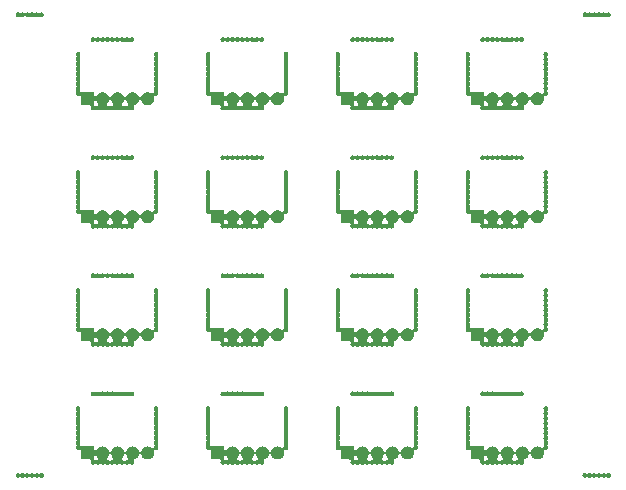
<source format=gbr>
G04 #@! TF.GenerationSoftware,KiCad,Pcbnew,5.0.2-bee76a0~70~ubuntu18.04.1*
G04 #@! TF.CreationDate,2020-02-27T14:19:30+01:00*
G04 #@! TF.ProjectId,output.load_cell_panel,6f757470-7574-42e6-9c6f-61645f63656c,rev?*
G04 #@! TF.SameCoordinates,Original*
G04 #@! TF.FileFunction,Soldermask,Bot*
G04 #@! TF.FilePolarity,Negative*
%FSLAX46Y46*%
G04 Gerber Fmt 4.6, Leading zero omitted, Abs format (unit mm)*
G04 Created by KiCad (PCBNEW 5.0.2-bee76a0~70~ubuntu18.04.1) date Thu 27 Feb 2020 02:19:30 PM CET*
%MOMM*%
%LPD*%
G01*
G04 APERTURE LIST*
%ADD10C,0.100000*%
G04 APERTURE END LIST*
D10*
G36*
X125029505Y-106800931D02*
X125058630Y-106806724D01*
X125095209Y-106821876D01*
X125128130Y-106843873D01*
X125128131Y-106843874D01*
X125130554Y-106845493D01*
X125152165Y-106857044D01*
X125175614Y-106864157D01*
X125200000Y-106866559D01*
X125224387Y-106864157D01*
X125247836Y-106857044D01*
X125269446Y-106845493D01*
X125271869Y-106843874D01*
X125271870Y-106843873D01*
X125304791Y-106821876D01*
X125341370Y-106806724D01*
X125370495Y-106800931D01*
X125380202Y-106799000D01*
X125419798Y-106799000D01*
X125429505Y-106800931D01*
X125458630Y-106806724D01*
X125495209Y-106821876D01*
X125528130Y-106843873D01*
X125528131Y-106843874D01*
X125530554Y-106845493D01*
X125552165Y-106857044D01*
X125575614Y-106864157D01*
X125600000Y-106866559D01*
X125624387Y-106864157D01*
X125647836Y-106857044D01*
X125669446Y-106845493D01*
X125671869Y-106843874D01*
X125671870Y-106843873D01*
X125704791Y-106821876D01*
X125741370Y-106806724D01*
X125770495Y-106800931D01*
X125780202Y-106799000D01*
X125819798Y-106799000D01*
X125829505Y-106800931D01*
X125858630Y-106806724D01*
X125895209Y-106821876D01*
X125928130Y-106843873D01*
X125928131Y-106843874D01*
X125930554Y-106845493D01*
X125952165Y-106857044D01*
X125975614Y-106864157D01*
X126000000Y-106866559D01*
X126024387Y-106864157D01*
X126047836Y-106857044D01*
X126069446Y-106845493D01*
X126071869Y-106843874D01*
X126071870Y-106843873D01*
X126104791Y-106821876D01*
X126141370Y-106806724D01*
X126170495Y-106800931D01*
X126180202Y-106799000D01*
X126219798Y-106799000D01*
X126229505Y-106800931D01*
X126258630Y-106806724D01*
X126295209Y-106821876D01*
X126328130Y-106843873D01*
X126328131Y-106843874D01*
X126330554Y-106845493D01*
X126352165Y-106857044D01*
X126375614Y-106864157D01*
X126400000Y-106866559D01*
X126424387Y-106864157D01*
X126447836Y-106857044D01*
X126469446Y-106845493D01*
X126471869Y-106843874D01*
X126471870Y-106843873D01*
X126504791Y-106821876D01*
X126541370Y-106806724D01*
X126570495Y-106800931D01*
X126580202Y-106799000D01*
X126619798Y-106799000D01*
X126629505Y-106800931D01*
X126658630Y-106806724D01*
X126695209Y-106821876D01*
X126728130Y-106843873D01*
X126728131Y-106843874D01*
X126730554Y-106845493D01*
X126752165Y-106857044D01*
X126775614Y-106864157D01*
X126800000Y-106866559D01*
X126824387Y-106864157D01*
X126847836Y-106857044D01*
X126869446Y-106845493D01*
X126871869Y-106843874D01*
X126871870Y-106843873D01*
X126904791Y-106821876D01*
X126941370Y-106806724D01*
X126970495Y-106800931D01*
X126980202Y-106799000D01*
X127019798Y-106799000D01*
X127029505Y-106800931D01*
X127058630Y-106806724D01*
X127095209Y-106821876D01*
X127095211Y-106821877D01*
X127111782Y-106832950D01*
X127128130Y-106843873D01*
X127156127Y-106871870D01*
X127178124Y-106904791D01*
X127193276Y-106941370D01*
X127201000Y-106980203D01*
X127201000Y-107019797D01*
X127193276Y-107058630D01*
X127178124Y-107095209D01*
X127178123Y-107095211D01*
X127156126Y-107128131D01*
X127128131Y-107156126D01*
X127095211Y-107178123D01*
X127095210Y-107178124D01*
X127095209Y-107178124D01*
X127058630Y-107193276D01*
X127029505Y-107199069D01*
X127019798Y-107201000D01*
X126980202Y-107201000D01*
X126970495Y-107199069D01*
X126941370Y-107193276D01*
X126904791Y-107178124D01*
X126871870Y-107156127D01*
X126871869Y-107156126D01*
X126869446Y-107154507D01*
X126847835Y-107142956D01*
X126824386Y-107135843D01*
X126800000Y-107133441D01*
X126775613Y-107135843D01*
X126752164Y-107142956D01*
X126730554Y-107154507D01*
X126728131Y-107156126D01*
X126728130Y-107156127D01*
X126695209Y-107178124D01*
X126658630Y-107193276D01*
X126629505Y-107199069D01*
X126619798Y-107201000D01*
X126580202Y-107201000D01*
X126570495Y-107199069D01*
X126541370Y-107193276D01*
X126504791Y-107178124D01*
X126471870Y-107156127D01*
X126471869Y-107156126D01*
X126469446Y-107154507D01*
X126447835Y-107142956D01*
X126424386Y-107135843D01*
X126400000Y-107133441D01*
X126375613Y-107135843D01*
X126352164Y-107142956D01*
X126330554Y-107154507D01*
X126328131Y-107156126D01*
X126328130Y-107156127D01*
X126295209Y-107178124D01*
X126258630Y-107193276D01*
X126229505Y-107199069D01*
X126219798Y-107201000D01*
X126180202Y-107201000D01*
X126170495Y-107199069D01*
X126141370Y-107193276D01*
X126104791Y-107178124D01*
X126071870Y-107156127D01*
X126071869Y-107156126D01*
X126069446Y-107154507D01*
X126047835Y-107142956D01*
X126024386Y-107135843D01*
X126000000Y-107133441D01*
X125975613Y-107135843D01*
X125952164Y-107142956D01*
X125930554Y-107154507D01*
X125928131Y-107156126D01*
X125928130Y-107156127D01*
X125895209Y-107178124D01*
X125858630Y-107193276D01*
X125829505Y-107199069D01*
X125819798Y-107201000D01*
X125780202Y-107201000D01*
X125770495Y-107199069D01*
X125741370Y-107193276D01*
X125704791Y-107178124D01*
X125671870Y-107156127D01*
X125671869Y-107156126D01*
X125669446Y-107154507D01*
X125647835Y-107142956D01*
X125624386Y-107135843D01*
X125600000Y-107133441D01*
X125575613Y-107135843D01*
X125552164Y-107142956D01*
X125530554Y-107154507D01*
X125528131Y-107156126D01*
X125528130Y-107156127D01*
X125495209Y-107178124D01*
X125458630Y-107193276D01*
X125429505Y-107199069D01*
X125419798Y-107201000D01*
X125380202Y-107201000D01*
X125370495Y-107199069D01*
X125341370Y-107193276D01*
X125304791Y-107178124D01*
X125271870Y-107156127D01*
X125271869Y-107156126D01*
X125269446Y-107154507D01*
X125247835Y-107142956D01*
X125224386Y-107135843D01*
X125200000Y-107133441D01*
X125175613Y-107135843D01*
X125152164Y-107142956D01*
X125130554Y-107154507D01*
X125128131Y-107156126D01*
X125128130Y-107156127D01*
X125095209Y-107178124D01*
X125058630Y-107193276D01*
X125029505Y-107199069D01*
X125019798Y-107201000D01*
X124980202Y-107201000D01*
X124970495Y-107199069D01*
X124941370Y-107193276D01*
X124904791Y-107178124D01*
X124904790Y-107178124D01*
X124904789Y-107178123D01*
X124871869Y-107156126D01*
X124843874Y-107128131D01*
X124821877Y-107095211D01*
X124821876Y-107095209D01*
X124806724Y-107058630D01*
X124799000Y-107019797D01*
X124799000Y-106980203D01*
X124806724Y-106941370D01*
X124821876Y-106904791D01*
X124843873Y-106871870D01*
X124871870Y-106843873D01*
X124888218Y-106832950D01*
X124904789Y-106821877D01*
X124904791Y-106821876D01*
X124941370Y-106806724D01*
X124970495Y-106800931D01*
X124980202Y-106799000D01*
X125019798Y-106799000D01*
X125029505Y-106800931D01*
X125029505Y-106800931D01*
G37*
G36*
X173029505Y-106800931D02*
X173058630Y-106806724D01*
X173095209Y-106821876D01*
X173128130Y-106843873D01*
X173128131Y-106843874D01*
X173130554Y-106845493D01*
X173152165Y-106857044D01*
X173175614Y-106864157D01*
X173200000Y-106866559D01*
X173224387Y-106864157D01*
X173247836Y-106857044D01*
X173269446Y-106845493D01*
X173271869Y-106843874D01*
X173271870Y-106843873D01*
X173304791Y-106821876D01*
X173341370Y-106806724D01*
X173370495Y-106800931D01*
X173380202Y-106799000D01*
X173419798Y-106799000D01*
X173429505Y-106800931D01*
X173458630Y-106806724D01*
X173495209Y-106821876D01*
X173528130Y-106843873D01*
X173528131Y-106843874D01*
X173530554Y-106845493D01*
X173552165Y-106857044D01*
X173575614Y-106864157D01*
X173600000Y-106866559D01*
X173624387Y-106864157D01*
X173647836Y-106857044D01*
X173669446Y-106845493D01*
X173671869Y-106843874D01*
X173671870Y-106843873D01*
X173704791Y-106821876D01*
X173741370Y-106806724D01*
X173770495Y-106800931D01*
X173780202Y-106799000D01*
X173819798Y-106799000D01*
X173829505Y-106800931D01*
X173858630Y-106806724D01*
X173895209Y-106821876D01*
X173928130Y-106843873D01*
X173928131Y-106843874D01*
X173930554Y-106845493D01*
X173952165Y-106857044D01*
X173975614Y-106864157D01*
X174000000Y-106866559D01*
X174024387Y-106864157D01*
X174047836Y-106857044D01*
X174069446Y-106845493D01*
X174071869Y-106843874D01*
X174071870Y-106843873D01*
X174104791Y-106821876D01*
X174141370Y-106806724D01*
X174170495Y-106800931D01*
X174180202Y-106799000D01*
X174219798Y-106799000D01*
X174229505Y-106800931D01*
X174258630Y-106806724D01*
X174295209Y-106821876D01*
X174328130Y-106843873D01*
X174328131Y-106843874D01*
X174330554Y-106845493D01*
X174352165Y-106857044D01*
X174375614Y-106864157D01*
X174400000Y-106866559D01*
X174424387Y-106864157D01*
X174447836Y-106857044D01*
X174469446Y-106845493D01*
X174471869Y-106843874D01*
X174471870Y-106843873D01*
X174504791Y-106821876D01*
X174541370Y-106806724D01*
X174570495Y-106800931D01*
X174580202Y-106799000D01*
X174619798Y-106799000D01*
X174629505Y-106800931D01*
X174658630Y-106806724D01*
X174695209Y-106821876D01*
X174728130Y-106843873D01*
X174728131Y-106843874D01*
X174730554Y-106845493D01*
X174752165Y-106857044D01*
X174775614Y-106864157D01*
X174800000Y-106866559D01*
X174824387Y-106864157D01*
X174847836Y-106857044D01*
X174869446Y-106845493D01*
X174871869Y-106843874D01*
X174871870Y-106843873D01*
X174904791Y-106821876D01*
X174941370Y-106806724D01*
X174970495Y-106800931D01*
X174980202Y-106799000D01*
X175019798Y-106799000D01*
X175029505Y-106800931D01*
X175058630Y-106806724D01*
X175095209Y-106821876D01*
X175095211Y-106821877D01*
X175111782Y-106832950D01*
X175128130Y-106843873D01*
X175156127Y-106871870D01*
X175178124Y-106904791D01*
X175193276Y-106941370D01*
X175201000Y-106980203D01*
X175201000Y-107019797D01*
X175193276Y-107058630D01*
X175178124Y-107095209D01*
X175178123Y-107095211D01*
X175156126Y-107128131D01*
X175128131Y-107156126D01*
X175095211Y-107178123D01*
X175095210Y-107178124D01*
X175095209Y-107178124D01*
X175058630Y-107193276D01*
X175029505Y-107199069D01*
X175019798Y-107201000D01*
X174980202Y-107201000D01*
X174970495Y-107199069D01*
X174941370Y-107193276D01*
X174904791Y-107178124D01*
X174871870Y-107156127D01*
X174871869Y-107156126D01*
X174869446Y-107154507D01*
X174847835Y-107142956D01*
X174824386Y-107135843D01*
X174800000Y-107133441D01*
X174775613Y-107135843D01*
X174752164Y-107142956D01*
X174730554Y-107154507D01*
X174728131Y-107156126D01*
X174728130Y-107156127D01*
X174695209Y-107178124D01*
X174658630Y-107193276D01*
X174629505Y-107199069D01*
X174619798Y-107201000D01*
X174580202Y-107201000D01*
X174570495Y-107199069D01*
X174541370Y-107193276D01*
X174504791Y-107178124D01*
X174471870Y-107156127D01*
X174471869Y-107156126D01*
X174469446Y-107154507D01*
X174447835Y-107142956D01*
X174424386Y-107135843D01*
X174400000Y-107133441D01*
X174375613Y-107135843D01*
X174352164Y-107142956D01*
X174330554Y-107154507D01*
X174328131Y-107156126D01*
X174328130Y-107156127D01*
X174295209Y-107178124D01*
X174258630Y-107193276D01*
X174229505Y-107199069D01*
X174219798Y-107201000D01*
X174180202Y-107201000D01*
X174170495Y-107199069D01*
X174141370Y-107193276D01*
X174104791Y-107178124D01*
X174071870Y-107156127D01*
X174071869Y-107156126D01*
X174069446Y-107154507D01*
X174047835Y-107142956D01*
X174024386Y-107135843D01*
X174000000Y-107133441D01*
X173975613Y-107135843D01*
X173952164Y-107142956D01*
X173930554Y-107154507D01*
X173928131Y-107156126D01*
X173928130Y-107156127D01*
X173895209Y-107178124D01*
X173858630Y-107193276D01*
X173829505Y-107199069D01*
X173819798Y-107201000D01*
X173780202Y-107201000D01*
X173770495Y-107199069D01*
X173741370Y-107193276D01*
X173704791Y-107178124D01*
X173671870Y-107156127D01*
X173671869Y-107156126D01*
X173669446Y-107154507D01*
X173647835Y-107142956D01*
X173624386Y-107135843D01*
X173600000Y-107133441D01*
X173575613Y-107135843D01*
X173552164Y-107142956D01*
X173530554Y-107154507D01*
X173528131Y-107156126D01*
X173528130Y-107156127D01*
X173495209Y-107178124D01*
X173458630Y-107193276D01*
X173429505Y-107199069D01*
X173419798Y-107201000D01*
X173380202Y-107201000D01*
X173370495Y-107199069D01*
X173341370Y-107193276D01*
X173304791Y-107178124D01*
X173271870Y-107156127D01*
X173271869Y-107156126D01*
X173269446Y-107154507D01*
X173247835Y-107142956D01*
X173224386Y-107135843D01*
X173200000Y-107133441D01*
X173175613Y-107135843D01*
X173152164Y-107142956D01*
X173130554Y-107154507D01*
X173128131Y-107156126D01*
X173128130Y-107156127D01*
X173095209Y-107178124D01*
X173058630Y-107193276D01*
X173029505Y-107199069D01*
X173019798Y-107201000D01*
X172980202Y-107201000D01*
X172970495Y-107199069D01*
X172941370Y-107193276D01*
X172904791Y-107178124D01*
X172904790Y-107178124D01*
X172904789Y-107178123D01*
X172871869Y-107156126D01*
X172843874Y-107128131D01*
X172821877Y-107095211D01*
X172821876Y-107095209D01*
X172806724Y-107058630D01*
X172799000Y-107019797D01*
X172799000Y-106980203D01*
X172806724Y-106941370D01*
X172821876Y-106904791D01*
X172843873Y-106871870D01*
X172871870Y-106843873D01*
X172888218Y-106832950D01*
X172904789Y-106821877D01*
X172904791Y-106821876D01*
X172941370Y-106806724D01*
X172970495Y-106800931D01*
X172980202Y-106799000D01*
X173019798Y-106799000D01*
X173029505Y-106800931D01*
X173029505Y-106800931D01*
G37*
G36*
X169729505Y-101150925D02*
X169758630Y-101156718D01*
X169795209Y-101171870D01*
X169795211Y-101171871D01*
X169811782Y-101182944D01*
X169828130Y-101193867D01*
X169856127Y-101221864D01*
X169878124Y-101254785D01*
X169893276Y-101291364D01*
X169901000Y-101330197D01*
X169901000Y-101369791D01*
X169893276Y-101408624D01*
X169878124Y-101445203D01*
X169856127Y-101478124D01*
X169856125Y-101478126D01*
X169850330Y-101486799D01*
X169838779Y-101508410D01*
X169831666Y-101531859D01*
X169829264Y-101556245D01*
X169831666Y-101580631D01*
X169838779Y-101604080D01*
X169850331Y-101625692D01*
X169856125Y-101634363D01*
X169856127Y-101634365D01*
X169878124Y-101667286D01*
X169893276Y-101703865D01*
X169901000Y-101742698D01*
X169901000Y-101782292D01*
X169893276Y-101821125D01*
X169878124Y-101857704D01*
X169856127Y-101890625D01*
X169856125Y-101890627D01*
X169850330Y-101899300D01*
X169838779Y-101920911D01*
X169831666Y-101944360D01*
X169829264Y-101968746D01*
X169831666Y-101993132D01*
X169838779Y-102016581D01*
X169850331Y-102038193D01*
X169856125Y-102046864D01*
X169856127Y-102046866D01*
X169878124Y-102079787D01*
X169893276Y-102116366D01*
X169901000Y-102155199D01*
X169901000Y-102194793D01*
X169893276Y-102233626D01*
X169878124Y-102270205D01*
X169856127Y-102303126D01*
X169856125Y-102303128D01*
X169850330Y-102311801D01*
X169838779Y-102333412D01*
X169831666Y-102356861D01*
X169829264Y-102381247D01*
X169831666Y-102405633D01*
X169838779Y-102429082D01*
X169850331Y-102450694D01*
X169856125Y-102459365D01*
X169856127Y-102459367D01*
X169878124Y-102492288D01*
X169893276Y-102528867D01*
X169901000Y-102567700D01*
X169901000Y-102607294D01*
X169893276Y-102646127D01*
X169878124Y-102682706D01*
X169856127Y-102715627D01*
X169856125Y-102715629D01*
X169850330Y-102724302D01*
X169838779Y-102745913D01*
X169831666Y-102769362D01*
X169829264Y-102793748D01*
X169831666Y-102818134D01*
X169838779Y-102841583D01*
X169850331Y-102863195D01*
X169856125Y-102871866D01*
X169856127Y-102871868D01*
X169878124Y-102904789D01*
X169893276Y-102941368D01*
X169901000Y-102980201D01*
X169901000Y-103019795D01*
X169893276Y-103058628D01*
X169878124Y-103095207D01*
X169856127Y-103128128D01*
X169856125Y-103128130D01*
X169850330Y-103136803D01*
X169838779Y-103158414D01*
X169831666Y-103181863D01*
X169829264Y-103206249D01*
X169831666Y-103230635D01*
X169838779Y-103254084D01*
X169850331Y-103275696D01*
X169856125Y-103284367D01*
X169856127Y-103284369D01*
X169878124Y-103317290D01*
X169893276Y-103353869D01*
X169901000Y-103392702D01*
X169901000Y-103432296D01*
X169893276Y-103471129D01*
X169878124Y-103507708D01*
X169856127Y-103540629D01*
X169856125Y-103540631D01*
X169850330Y-103549304D01*
X169838779Y-103570915D01*
X169831666Y-103594364D01*
X169829264Y-103618750D01*
X169831666Y-103643136D01*
X169838779Y-103666585D01*
X169850331Y-103688197D01*
X169856125Y-103696868D01*
X169856127Y-103696870D01*
X169878124Y-103729791D01*
X169893276Y-103766370D01*
X169901000Y-103805203D01*
X169901000Y-103844797D01*
X169893276Y-103883630D01*
X169878124Y-103920209D01*
X169856127Y-103953130D01*
X169856125Y-103953132D01*
X169850331Y-103961803D01*
X169838779Y-103983414D01*
X169831666Y-104006863D01*
X169829264Y-104031249D01*
X169831666Y-104055635D01*
X169838779Y-104079084D01*
X169850330Y-104100696D01*
X169856125Y-104109369D01*
X169856127Y-104109371D01*
X169878124Y-104142292D01*
X169893276Y-104178871D01*
X169901000Y-104217704D01*
X169901000Y-104257298D01*
X169893276Y-104296131D01*
X169878124Y-104332710D01*
X169856127Y-104365631D01*
X169856125Y-104365633D01*
X169850330Y-104374306D01*
X169838779Y-104395917D01*
X169831666Y-104419366D01*
X169829264Y-104443752D01*
X169831666Y-104468138D01*
X169838779Y-104491587D01*
X169850331Y-104513199D01*
X169856125Y-104521870D01*
X169856127Y-104521872D01*
X169878124Y-104554793D01*
X169893276Y-104591372D01*
X169901000Y-104630205D01*
X169901000Y-104669799D01*
X169893276Y-104708632D01*
X169878124Y-104745211D01*
X169878123Y-104745213D01*
X169878120Y-104745217D01*
X169856127Y-104778132D01*
X169828130Y-104806129D01*
X169828124Y-104806133D01*
X169795211Y-104828125D01*
X169795210Y-104828126D01*
X169795209Y-104828126D01*
X169758630Y-104843278D01*
X169729505Y-104849071D01*
X169719798Y-104851002D01*
X169680202Y-104851002D01*
X169671027Y-104849177D01*
X169646641Y-104846775D01*
X169622254Y-104849177D01*
X169598805Y-104856290D01*
X169577194Y-104867842D01*
X169558252Y-104883387D01*
X169542707Y-104902329D01*
X169531156Y-104923940D01*
X169524043Y-104947389D01*
X169522243Y-104984027D01*
X169523027Y-104991984D01*
X169523027Y-104991985D01*
X169533666Y-105100000D01*
X169523027Y-105208015D01*
X169491521Y-105311879D01*
X169440356Y-105407600D01*
X169371501Y-105491501D01*
X169287600Y-105560356D01*
X169191879Y-105611521D01*
X169088015Y-105643027D01*
X169007067Y-105651000D01*
X168952933Y-105651000D01*
X168871985Y-105643027D01*
X168768121Y-105611521D01*
X168672400Y-105560356D01*
X168588499Y-105491501D01*
X168519644Y-105407600D01*
X168468479Y-105311879D01*
X168464615Y-105299142D01*
X168455240Y-105276507D01*
X168441626Y-105256133D01*
X168424299Y-105238806D01*
X168403924Y-105225192D01*
X168381285Y-105215814D01*
X168357252Y-105211034D01*
X168332748Y-105211034D01*
X168308714Y-105215815D01*
X168286075Y-105225192D01*
X168265701Y-105238806D01*
X168248374Y-105256133D01*
X168234760Y-105276508D01*
X168225385Y-105299142D01*
X168221521Y-105311879D01*
X168170356Y-105407600D01*
X168101501Y-105491501D01*
X168017600Y-105560356D01*
X167921879Y-105611521D01*
X167897819Y-105618819D01*
X167875193Y-105628192D01*
X167854819Y-105641806D01*
X167837492Y-105659133D01*
X167823878Y-105679507D01*
X167814500Y-105702146D01*
X167809720Y-105726180D01*
X167809720Y-105750684D01*
X167814500Y-105774718D01*
X167823878Y-105797357D01*
X167827645Y-105803641D01*
X167828120Y-105804788D01*
X167828122Y-105804791D01*
X167843274Y-105841370D01*
X167850998Y-105880203D01*
X167850998Y-105919797D01*
X167843274Y-105958630D01*
X167828122Y-105995209D01*
X167828121Y-105995211D01*
X167806124Y-106028131D01*
X167778129Y-106056126D01*
X167745209Y-106078123D01*
X167745208Y-106078124D01*
X167745207Y-106078124D01*
X167708628Y-106093276D01*
X167679503Y-106099069D01*
X167669796Y-106101000D01*
X167630200Y-106101000D01*
X167620493Y-106099069D01*
X167591368Y-106093276D01*
X167554789Y-106078124D01*
X167521868Y-106056127D01*
X167521866Y-106056125D01*
X167513195Y-106050331D01*
X167491584Y-106038779D01*
X167468135Y-106031666D01*
X167443749Y-106029264D01*
X167419363Y-106031666D01*
X167395914Y-106038779D01*
X167374301Y-106050331D01*
X167365630Y-106056125D01*
X167365628Y-106056127D01*
X167332707Y-106078124D01*
X167296128Y-106093276D01*
X167267003Y-106099069D01*
X167257296Y-106101000D01*
X167217700Y-106101000D01*
X167207993Y-106099069D01*
X167178868Y-106093276D01*
X167142289Y-106078124D01*
X167109368Y-106056127D01*
X167109366Y-106056125D01*
X167100695Y-106050331D01*
X167079084Y-106038779D01*
X167055635Y-106031666D01*
X167031249Y-106029264D01*
X167006863Y-106031666D01*
X166983414Y-106038779D01*
X166961801Y-106050331D01*
X166953130Y-106056125D01*
X166953128Y-106056127D01*
X166920207Y-106078124D01*
X166883628Y-106093276D01*
X166854503Y-106099069D01*
X166844796Y-106101000D01*
X166805200Y-106101000D01*
X166795493Y-106099069D01*
X166766368Y-106093276D01*
X166729789Y-106078124D01*
X166696868Y-106056127D01*
X166696866Y-106056125D01*
X166688195Y-106050331D01*
X166666584Y-106038779D01*
X166643135Y-106031666D01*
X166618749Y-106029264D01*
X166594363Y-106031666D01*
X166570914Y-106038779D01*
X166549301Y-106050331D01*
X166540630Y-106056125D01*
X166540628Y-106056127D01*
X166507707Y-106078124D01*
X166471128Y-106093276D01*
X166442003Y-106099069D01*
X166432296Y-106101000D01*
X166392700Y-106101000D01*
X166382993Y-106099069D01*
X166353868Y-106093276D01*
X166317289Y-106078124D01*
X166284368Y-106056127D01*
X166284366Y-106056125D01*
X166275695Y-106050331D01*
X166254084Y-106038779D01*
X166230635Y-106031666D01*
X166206249Y-106029264D01*
X166181863Y-106031666D01*
X166158414Y-106038779D01*
X166136801Y-106050331D01*
X166128130Y-106056125D01*
X166128128Y-106056127D01*
X166095207Y-106078124D01*
X166058628Y-106093276D01*
X166029503Y-106099069D01*
X166019796Y-106101000D01*
X165980200Y-106101000D01*
X165970493Y-106099069D01*
X165941368Y-106093276D01*
X165904789Y-106078124D01*
X165871868Y-106056127D01*
X165871866Y-106056125D01*
X165863195Y-106050331D01*
X165841584Y-106038779D01*
X165818135Y-106031666D01*
X165793749Y-106029264D01*
X165769363Y-106031666D01*
X165745914Y-106038779D01*
X165724301Y-106050331D01*
X165715630Y-106056125D01*
X165715628Y-106056127D01*
X165682707Y-106078124D01*
X165646128Y-106093276D01*
X165617003Y-106099069D01*
X165607296Y-106101000D01*
X165567700Y-106101000D01*
X165557993Y-106099069D01*
X165528868Y-106093276D01*
X165492289Y-106078124D01*
X165459368Y-106056127D01*
X165459366Y-106056125D01*
X165450695Y-106050331D01*
X165429084Y-106038779D01*
X165405635Y-106031666D01*
X165381249Y-106029264D01*
X165356863Y-106031666D01*
X165333414Y-106038779D01*
X165311801Y-106050331D01*
X165303130Y-106056125D01*
X165303128Y-106056127D01*
X165270207Y-106078124D01*
X165233628Y-106093276D01*
X165204503Y-106099069D01*
X165194796Y-106101000D01*
X165155200Y-106101000D01*
X165145493Y-106099069D01*
X165116368Y-106093276D01*
X165079789Y-106078124D01*
X165046868Y-106056127D01*
X165046866Y-106056125D01*
X165038195Y-106050331D01*
X165016584Y-106038779D01*
X164993135Y-106031666D01*
X164968749Y-106029264D01*
X164944363Y-106031666D01*
X164920914Y-106038779D01*
X164899301Y-106050331D01*
X164890630Y-106056125D01*
X164890628Y-106056127D01*
X164857707Y-106078124D01*
X164821128Y-106093276D01*
X164792003Y-106099069D01*
X164782296Y-106101000D01*
X164742700Y-106101000D01*
X164732993Y-106099069D01*
X164703868Y-106093276D01*
X164667289Y-106078124D01*
X164634368Y-106056127D01*
X164634366Y-106056125D01*
X164625695Y-106050331D01*
X164604084Y-106038779D01*
X164580635Y-106031666D01*
X164556249Y-106029264D01*
X164531863Y-106031666D01*
X164508414Y-106038779D01*
X164486801Y-106050331D01*
X164478130Y-106056125D01*
X164478128Y-106056127D01*
X164445207Y-106078124D01*
X164408628Y-106093276D01*
X164379503Y-106099069D01*
X164369796Y-106101000D01*
X164330200Y-106101000D01*
X164320493Y-106099069D01*
X164291368Y-106093276D01*
X164254789Y-106078124D01*
X164254788Y-106078124D01*
X164254787Y-106078123D01*
X164221867Y-106056126D01*
X164193872Y-106028131D01*
X164171875Y-105995211D01*
X164171874Y-105995209D01*
X164156722Y-105958630D01*
X164148998Y-105919797D01*
X164148998Y-105880203D01*
X164156722Y-105841370D01*
X164163986Y-105823834D01*
X164171099Y-105800388D01*
X164173501Y-105776002D01*
X164171100Y-105751616D01*
X164163987Y-105728166D01*
X164152436Y-105706555D01*
X164136891Y-105687613D01*
X164117949Y-105672067D01*
X164096338Y-105660516D01*
X164072889Y-105653402D01*
X164048501Y-105651000D01*
X163349000Y-105651000D01*
X163349000Y-105422738D01*
X164451000Y-105422738D01*
X164451000Y-105632538D01*
X164453402Y-105656924D01*
X164460515Y-105680373D01*
X164472066Y-105701984D01*
X164487612Y-105720926D01*
X164506554Y-105736472D01*
X164528165Y-105748023D01*
X164551614Y-105755136D01*
X164576000Y-105757538D01*
X164600386Y-105755136D01*
X164623835Y-105748023D01*
X164645442Y-105736474D01*
X164667289Y-105721876D01*
X164703868Y-105706724D01*
X164715820Y-105704347D01*
X164739268Y-105697233D01*
X164760879Y-105685682D01*
X164779821Y-105670136D01*
X164795366Y-105651194D01*
X164806917Y-105629583D01*
X164814029Y-105606134D01*
X164816431Y-105581747D01*
X164815066Y-105567886D01*
X165526064Y-105567886D01*
X165526064Y-105592390D01*
X165530844Y-105616423D01*
X165540222Y-105639062D01*
X165553836Y-105659437D01*
X165571163Y-105676764D01*
X165591537Y-105690378D01*
X165614176Y-105699755D01*
X165626073Y-105702735D01*
X165632810Y-105704075D01*
X165646125Y-105706723D01*
X165646127Y-105706724D01*
X165646128Y-105706724D01*
X165682707Y-105721876D01*
X165715628Y-105743873D01*
X165715630Y-105743875D01*
X165724301Y-105749669D01*
X165745912Y-105761221D01*
X165769361Y-105768334D01*
X165793747Y-105770736D01*
X165818133Y-105768334D01*
X165841582Y-105761221D01*
X165863195Y-105749669D01*
X165871866Y-105743875D01*
X165871868Y-105743873D01*
X165904789Y-105721876D01*
X165941368Y-105706724D01*
X165941369Y-105706724D01*
X165941371Y-105706723D01*
X165968548Y-105701318D01*
X165980201Y-105699000D01*
X165980202Y-105699000D01*
X165980765Y-105698888D01*
X166004214Y-105691775D01*
X166025825Y-105680225D01*
X166044767Y-105664679D01*
X166060313Y-105645737D01*
X166071864Y-105624127D01*
X166078978Y-105600678D01*
X166079281Y-105597598D01*
X166789780Y-105597598D01*
X166794560Y-105621632D01*
X166803936Y-105644271D01*
X166817549Y-105664646D01*
X166834875Y-105681974D01*
X166855249Y-105695589D01*
X166872375Y-105701718D01*
X166872253Y-105702013D01*
X166883624Y-105706723D01*
X166883628Y-105706724D01*
X166920207Y-105721876D01*
X166953128Y-105743873D01*
X166953130Y-105743875D01*
X166961801Y-105749669D01*
X166983412Y-105761221D01*
X167006861Y-105768334D01*
X167031247Y-105770736D01*
X167055633Y-105768334D01*
X167079082Y-105761221D01*
X167100695Y-105749669D01*
X167109366Y-105743875D01*
X167109368Y-105743873D01*
X167142289Y-105721876D01*
X167178868Y-105706724D01*
X167213905Y-105699755D01*
X167217700Y-105699000D01*
X167224501Y-105699000D01*
X167248887Y-105696598D01*
X167272336Y-105689485D01*
X167293947Y-105677934D01*
X167312889Y-105662388D01*
X167328435Y-105643446D01*
X167339986Y-105621835D01*
X167347099Y-105598386D01*
X167349501Y-105574000D01*
X167347099Y-105549614D01*
X167339986Y-105526165D01*
X167328435Y-105504554D01*
X167321127Y-105494700D01*
X167318507Y-105491508D01*
X167318499Y-105491501D01*
X167249644Y-105407600D01*
X167198479Y-105311879D01*
X167194615Y-105299142D01*
X167185240Y-105276507D01*
X167171626Y-105256133D01*
X167154299Y-105238806D01*
X167133924Y-105225192D01*
X167111285Y-105215814D01*
X167087252Y-105211034D01*
X167062748Y-105211034D01*
X167038714Y-105215815D01*
X167016075Y-105225192D01*
X166995701Y-105238806D01*
X166978374Y-105256133D01*
X166964760Y-105276508D01*
X166955385Y-105299142D01*
X166951521Y-105311879D01*
X166900356Y-105407600D01*
X166831501Y-105491501D01*
X166831499Y-105491503D01*
X166828728Y-105494879D01*
X166817557Y-105506048D01*
X166803942Y-105526422D01*
X166794563Y-105549061D01*
X166789782Y-105573094D01*
X166789780Y-105597598D01*
X166079281Y-105597598D01*
X166081380Y-105576291D01*
X166078978Y-105551905D01*
X166071865Y-105528456D01*
X166060315Y-105506845D01*
X166053006Y-105496991D01*
X166048503Y-105491505D01*
X166048499Y-105491501D01*
X165979644Y-105407600D01*
X165928479Y-105311879D01*
X165924615Y-105299142D01*
X165915240Y-105276507D01*
X165901626Y-105256133D01*
X165884299Y-105238806D01*
X165863924Y-105225192D01*
X165841285Y-105215814D01*
X165817252Y-105211034D01*
X165792748Y-105211034D01*
X165768714Y-105215815D01*
X165746075Y-105225192D01*
X165725701Y-105238806D01*
X165708374Y-105256133D01*
X165694760Y-105276508D01*
X165685385Y-105299142D01*
X165681521Y-105311879D01*
X165630356Y-105407600D01*
X165561501Y-105491501D01*
X165561497Y-105491505D01*
X165553836Y-105500839D01*
X165540222Y-105521213D01*
X165530845Y-105543852D01*
X165526064Y-105567886D01*
X164815066Y-105567886D01*
X164814029Y-105557361D01*
X164806915Y-105533912D01*
X164795364Y-105512301D01*
X164786186Y-105501118D01*
X164786310Y-105501017D01*
X164778503Y-105491504D01*
X164778499Y-105491501D01*
X164709644Y-105407600D01*
X164686234Y-105363805D01*
X164672626Y-105343439D01*
X164655299Y-105326111D01*
X164634924Y-105312498D01*
X164612285Y-105303120D01*
X164588252Y-105298340D01*
X164563748Y-105298340D01*
X164539714Y-105303121D01*
X164517075Y-105312498D01*
X164496701Y-105326112D01*
X164479373Y-105343439D01*
X164465760Y-105363814D01*
X164456382Y-105386453D01*
X164451000Y-105422738D01*
X163349000Y-105422738D01*
X163349000Y-104951503D01*
X163346598Y-104927117D01*
X163339485Y-104903668D01*
X163327934Y-104882057D01*
X163312388Y-104863115D01*
X163293446Y-104847569D01*
X163271835Y-104836018D01*
X163248386Y-104828905D01*
X163224000Y-104826503D01*
X163199614Y-104828905D01*
X163176166Y-104836018D01*
X163158630Y-104843282D01*
X163141069Y-104846775D01*
X163119798Y-104851006D01*
X163080202Y-104851006D01*
X163070495Y-104849075D01*
X163041370Y-104843282D01*
X163004791Y-104828130D01*
X163004790Y-104828130D01*
X163004789Y-104828129D01*
X162971869Y-104806132D01*
X162943874Y-104778137D01*
X162943871Y-104778132D01*
X162921876Y-104745215D01*
X162906724Y-104708636D01*
X162899000Y-104669803D01*
X162899000Y-104630209D01*
X162906724Y-104591376D01*
X162921876Y-104554797D01*
X162943873Y-104521876D01*
X162943875Y-104521874D01*
X162949670Y-104513201D01*
X162961221Y-104491590D01*
X162968334Y-104468141D01*
X162970736Y-104443755D01*
X162968334Y-104419369D01*
X162961221Y-104395920D01*
X162949669Y-104374308D01*
X162943875Y-104365637D01*
X162943873Y-104365635D01*
X162921876Y-104332714D01*
X162906724Y-104296135D01*
X162899000Y-104257302D01*
X162899000Y-104217708D01*
X162906724Y-104178875D01*
X162921876Y-104142296D01*
X162943873Y-104109375D01*
X162943875Y-104109373D01*
X162949669Y-104100702D01*
X162961221Y-104079091D01*
X162968334Y-104055642D01*
X162970736Y-104031256D01*
X162968334Y-104006870D01*
X162961221Y-103983421D01*
X162949670Y-103961809D01*
X162943875Y-103953136D01*
X162943873Y-103953134D01*
X162921876Y-103920213D01*
X162906724Y-103883634D01*
X162899000Y-103844801D01*
X162899000Y-103805207D01*
X162906724Y-103766374D01*
X162921876Y-103729795D01*
X162943873Y-103696874D01*
X162943875Y-103696872D01*
X162949669Y-103688201D01*
X162961221Y-103666590D01*
X162968334Y-103643141D01*
X162970736Y-103618755D01*
X162968334Y-103594369D01*
X162961221Y-103570920D01*
X162949670Y-103549308D01*
X162943875Y-103540635D01*
X162943873Y-103540633D01*
X162921876Y-103507712D01*
X162906724Y-103471133D01*
X162899000Y-103432300D01*
X162899000Y-103392706D01*
X162906724Y-103353873D01*
X162921876Y-103317294D01*
X162943873Y-103284373D01*
X162943875Y-103284371D01*
X162949669Y-103275700D01*
X162961221Y-103254089D01*
X162968334Y-103230640D01*
X162970736Y-103206254D01*
X162968334Y-103181868D01*
X162961221Y-103158419D01*
X162949670Y-103136807D01*
X162943875Y-103128134D01*
X162943873Y-103128132D01*
X162921876Y-103095211D01*
X162906724Y-103058632D01*
X162899000Y-103019799D01*
X162899000Y-102980205D01*
X162906724Y-102941372D01*
X162921876Y-102904793D01*
X162943873Y-102871872D01*
X162943875Y-102871870D01*
X162949669Y-102863199D01*
X162961221Y-102841588D01*
X162968334Y-102818139D01*
X162970736Y-102793753D01*
X162968334Y-102769367D01*
X162961221Y-102745918D01*
X162949670Y-102724306D01*
X162943875Y-102715633D01*
X162943873Y-102715631D01*
X162921876Y-102682710D01*
X162906724Y-102646131D01*
X162899000Y-102607298D01*
X162899000Y-102567704D01*
X162906724Y-102528871D01*
X162921876Y-102492292D01*
X162943873Y-102459371D01*
X162943875Y-102459369D01*
X162949670Y-102450696D01*
X162961221Y-102429085D01*
X162968334Y-102405636D01*
X162970736Y-102381250D01*
X162968334Y-102356864D01*
X162961221Y-102333415D01*
X162949669Y-102311803D01*
X162943875Y-102303132D01*
X162943873Y-102303130D01*
X162921876Y-102270209D01*
X162906724Y-102233630D01*
X162899000Y-102194797D01*
X162899000Y-102155203D01*
X162906724Y-102116370D01*
X162921876Y-102079791D01*
X162943873Y-102046870D01*
X162943875Y-102046868D01*
X162949669Y-102038197D01*
X162961221Y-102016586D01*
X162968334Y-101993137D01*
X162970736Y-101968751D01*
X162968334Y-101944365D01*
X162961221Y-101920916D01*
X162949670Y-101899304D01*
X162943875Y-101890631D01*
X162943873Y-101890629D01*
X162921876Y-101857708D01*
X162906724Y-101821129D01*
X162899000Y-101782296D01*
X162899000Y-101742702D01*
X162906724Y-101703869D01*
X162921876Y-101667290D01*
X162943873Y-101634369D01*
X162943875Y-101634367D01*
X162949670Y-101625694D01*
X162961221Y-101604083D01*
X162968334Y-101580634D01*
X162970736Y-101556248D01*
X162968334Y-101531862D01*
X162961221Y-101508413D01*
X162949669Y-101486801D01*
X162943875Y-101478130D01*
X162943873Y-101478128D01*
X162921876Y-101445207D01*
X162906724Y-101408628D01*
X162899000Y-101369795D01*
X162899000Y-101330201D01*
X162906724Y-101291368D01*
X162921876Y-101254789D01*
X162921879Y-101254785D01*
X162943874Y-101221867D01*
X162971869Y-101193872D01*
X162971875Y-101193868D01*
X162988218Y-101182948D01*
X163004789Y-101171875D01*
X163004791Y-101171874D01*
X163041370Y-101156722D01*
X163070495Y-101150929D01*
X163080202Y-101148998D01*
X163119798Y-101148998D01*
X163129505Y-101150929D01*
X163158630Y-101156722D01*
X163195209Y-101171874D01*
X163195211Y-101171875D01*
X163211782Y-101182948D01*
X163228126Y-101193868D01*
X163228131Y-101193872D01*
X163256126Y-101221867D01*
X163278122Y-101254785D01*
X163278124Y-101254789D01*
X163293276Y-101291368D01*
X163301000Y-101330201D01*
X163301000Y-101369795D01*
X163293276Y-101408628D01*
X163278124Y-101445207D01*
X163256127Y-101478128D01*
X163256125Y-101478130D01*
X163250330Y-101486803D01*
X163238779Y-101508414D01*
X163231666Y-101531863D01*
X163229264Y-101556249D01*
X163231666Y-101580635D01*
X163238779Y-101604084D01*
X163250331Y-101625696D01*
X163256125Y-101634367D01*
X163256127Y-101634369D01*
X163278124Y-101667290D01*
X163293276Y-101703869D01*
X163301000Y-101742702D01*
X163301000Y-101782296D01*
X163293276Y-101821129D01*
X163278124Y-101857708D01*
X163256127Y-101890629D01*
X163256125Y-101890631D01*
X163250330Y-101899304D01*
X163238779Y-101920915D01*
X163231666Y-101944364D01*
X163229264Y-101968750D01*
X163231666Y-101993136D01*
X163238779Y-102016585D01*
X163250331Y-102038197D01*
X163256125Y-102046868D01*
X163256127Y-102046870D01*
X163278124Y-102079791D01*
X163293276Y-102116370D01*
X163301000Y-102155203D01*
X163301000Y-102194797D01*
X163293276Y-102233630D01*
X163278124Y-102270209D01*
X163256127Y-102303130D01*
X163256125Y-102303132D01*
X163250330Y-102311805D01*
X163238779Y-102333416D01*
X163231666Y-102356865D01*
X163229264Y-102381251D01*
X163231666Y-102405637D01*
X163238779Y-102429086D01*
X163250331Y-102450698D01*
X163256125Y-102459369D01*
X163256127Y-102459371D01*
X163278124Y-102492292D01*
X163293276Y-102528871D01*
X163301000Y-102567704D01*
X163301000Y-102607298D01*
X163293276Y-102646131D01*
X163278124Y-102682710D01*
X163256127Y-102715631D01*
X163256125Y-102715633D01*
X163250330Y-102724306D01*
X163238779Y-102745917D01*
X163231666Y-102769366D01*
X163229264Y-102793752D01*
X163231666Y-102818138D01*
X163238779Y-102841587D01*
X163250331Y-102863199D01*
X163256125Y-102871870D01*
X163256127Y-102871872D01*
X163278124Y-102904793D01*
X163293276Y-102941372D01*
X163301000Y-102980205D01*
X163301000Y-103019799D01*
X163293276Y-103058632D01*
X163278124Y-103095211D01*
X163256127Y-103128132D01*
X163256125Y-103128134D01*
X163250330Y-103136807D01*
X163238779Y-103158418D01*
X163231666Y-103181867D01*
X163229264Y-103206253D01*
X163231666Y-103230639D01*
X163238779Y-103254088D01*
X163250331Y-103275700D01*
X163256125Y-103284371D01*
X163256127Y-103284373D01*
X163278124Y-103317294D01*
X163293276Y-103353873D01*
X163301000Y-103392706D01*
X163301000Y-103432300D01*
X163293276Y-103471133D01*
X163278124Y-103507712D01*
X163256127Y-103540633D01*
X163256125Y-103540635D01*
X163250330Y-103549308D01*
X163238779Y-103570919D01*
X163231666Y-103594368D01*
X163229264Y-103618754D01*
X163231666Y-103643140D01*
X163238779Y-103666589D01*
X163250331Y-103688201D01*
X163256125Y-103696872D01*
X163256127Y-103696874D01*
X163278124Y-103729795D01*
X163293276Y-103766374D01*
X163301000Y-103805207D01*
X163301000Y-103844801D01*
X163293276Y-103883634D01*
X163278124Y-103920213D01*
X163256127Y-103953134D01*
X163256125Y-103953136D01*
X163250330Y-103961809D01*
X163238779Y-103983420D01*
X163231666Y-104006869D01*
X163229264Y-104031255D01*
X163231666Y-104055641D01*
X163238779Y-104079090D01*
X163250331Y-104100702D01*
X163256125Y-104109373D01*
X163256127Y-104109375D01*
X163278124Y-104142296D01*
X163293276Y-104178875D01*
X163301000Y-104217708D01*
X163301000Y-104257302D01*
X163293276Y-104296135D01*
X163278124Y-104332714D01*
X163263528Y-104354558D01*
X163251980Y-104376163D01*
X163244866Y-104399612D01*
X163242464Y-104423999D01*
X163244866Y-104448385D01*
X163251979Y-104471834D01*
X163263530Y-104493445D01*
X163279075Y-104512387D01*
X163298017Y-104527933D01*
X163319627Y-104539484D01*
X163343076Y-104546598D01*
X163367464Y-104549000D01*
X164451000Y-104549000D01*
X164451000Y-104777262D01*
X164453402Y-104801648D01*
X164460515Y-104825097D01*
X164472066Y-104846708D01*
X164487612Y-104865650D01*
X164506554Y-104881196D01*
X164528165Y-104892747D01*
X164551614Y-104899860D01*
X164576000Y-104902262D01*
X164600386Y-104899860D01*
X164623835Y-104892747D01*
X164645446Y-104881196D01*
X164664388Y-104865650D01*
X164686236Y-104836192D01*
X164709644Y-104792400D01*
X164778499Y-104708499D01*
X164862400Y-104639644D01*
X164958121Y-104588479D01*
X165061985Y-104556973D01*
X165142933Y-104549000D01*
X165197067Y-104549000D01*
X165278015Y-104556973D01*
X165381879Y-104588479D01*
X165477600Y-104639644D01*
X165561501Y-104708499D01*
X165630356Y-104792400D01*
X165681521Y-104888121D01*
X165685383Y-104900854D01*
X165694760Y-104923493D01*
X165708374Y-104943867D01*
X165725701Y-104961194D01*
X165746076Y-104974808D01*
X165768715Y-104984186D01*
X165792748Y-104988966D01*
X165817252Y-104988966D01*
X165841286Y-104984185D01*
X165863925Y-104974808D01*
X165884299Y-104961194D01*
X165901626Y-104943867D01*
X165915240Y-104923492D01*
X165924617Y-104900854D01*
X165928479Y-104888121D01*
X165979644Y-104792400D01*
X166048499Y-104708499D01*
X166132400Y-104639644D01*
X166228121Y-104588479D01*
X166331985Y-104556973D01*
X166412933Y-104549000D01*
X166467067Y-104549000D01*
X166548015Y-104556973D01*
X166651879Y-104588479D01*
X166747600Y-104639644D01*
X166831501Y-104708499D01*
X166900356Y-104792400D01*
X166951521Y-104888121D01*
X166955383Y-104900854D01*
X166964760Y-104923493D01*
X166978374Y-104943867D01*
X166995701Y-104961194D01*
X167016076Y-104974808D01*
X167038715Y-104984186D01*
X167062748Y-104988966D01*
X167087252Y-104988966D01*
X167111286Y-104984185D01*
X167133925Y-104974808D01*
X167154299Y-104961194D01*
X167171626Y-104943867D01*
X167185240Y-104923492D01*
X167194617Y-104900854D01*
X167198479Y-104888121D01*
X167249644Y-104792400D01*
X167318499Y-104708499D01*
X167402400Y-104639644D01*
X167498121Y-104588479D01*
X167601985Y-104556973D01*
X167682933Y-104549000D01*
X167737067Y-104549000D01*
X167818015Y-104556973D01*
X167921879Y-104588479D01*
X168017600Y-104639644D01*
X168101501Y-104708499D01*
X168170356Y-104792400D01*
X168221521Y-104888121D01*
X168225383Y-104900854D01*
X168234760Y-104923493D01*
X168248374Y-104943867D01*
X168265701Y-104961194D01*
X168286076Y-104974808D01*
X168308715Y-104984186D01*
X168332748Y-104988966D01*
X168357252Y-104988966D01*
X168381286Y-104984185D01*
X168403925Y-104974808D01*
X168424299Y-104961194D01*
X168441626Y-104943867D01*
X168455240Y-104923492D01*
X168464617Y-104900854D01*
X168468479Y-104888121D01*
X168519644Y-104792400D01*
X168588499Y-104708499D01*
X168672400Y-104639644D01*
X168768121Y-104588479D01*
X168871985Y-104556973D01*
X168952933Y-104549000D01*
X169007067Y-104549000D01*
X169088015Y-104556973D01*
X169191879Y-104588479D01*
X169287600Y-104639644D01*
X169306517Y-104655169D01*
X169326882Y-104668776D01*
X169349521Y-104678153D01*
X169373554Y-104682934D01*
X169398059Y-104682934D01*
X169422092Y-104678154D01*
X169444731Y-104668776D01*
X169465106Y-104655163D01*
X169482433Y-104637836D01*
X169496047Y-104617461D01*
X169505424Y-104594822D01*
X169505620Y-104594038D01*
X169507922Y-104588480D01*
X169521876Y-104554793D01*
X169543873Y-104521872D01*
X169543875Y-104521870D01*
X169549670Y-104513197D01*
X169561221Y-104491586D01*
X169568334Y-104468137D01*
X169570736Y-104443751D01*
X169568334Y-104419365D01*
X169561221Y-104395916D01*
X169549669Y-104374304D01*
X169543875Y-104365633D01*
X169543873Y-104365631D01*
X169521876Y-104332710D01*
X169506724Y-104296131D01*
X169499000Y-104257298D01*
X169499000Y-104217704D01*
X169506724Y-104178871D01*
X169521876Y-104142292D01*
X169543873Y-104109371D01*
X169543875Y-104109369D01*
X169549670Y-104100696D01*
X169561221Y-104079085D01*
X169568334Y-104055636D01*
X169570736Y-104031250D01*
X169568334Y-104006864D01*
X169561221Y-103983415D01*
X169549669Y-103961803D01*
X169543875Y-103953132D01*
X169543873Y-103953130D01*
X169521876Y-103920209D01*
X169506724Y-103883630D01*
X169499000Y-103844797D01*
X169499000Y-103805203D01*
X169506724Y-103766370D01*
X169521876Y-103729791D01*
X169543873Y-103696870D01*
X169543875Y-103696868D01*
X169549670Y-103688195D01*
X169561221Y-103666584D01*
X169568334Y-103643135D01*
X169570736Y-103618749D01*
X169568334Y-103594363D01*
X169561221Y-103570914D01*
X169549669Y-103549302D01*
X169543875Y-103540631D01*
X169543873Y-103540629D01*
X169521876Y-103507708D01*
X169506724Y-103471129D01*
X169499000Y-103432296D01*
X169499000Y-103392702D01*
X169506724Y-103353869D01*
X169521876Y-103317290D01*
X169543873Y-103284369D01*
X169543875Y-103284367D01*
X169549669Y-103275696D01*
X169561221Y-103254085D01*
X169568334Y-103230636D01*
X169570736Y-103206250D01*
X169568334Y-103181864D01*
X169561221Y-103158415D01*
X169549670Y-103136803D01*
X169543875Y-103128130D01*
X169543873Y-103128128D01*
X169521876Y-103095207D01*
X169506724Y-103058628D01*
X169499000Y-103019795D01*
X169499000Y-102980201D01*
X169506724Y-102941368D01*
X169521876Y-102904789D01*
X169543873Y-102871868D01*
X169543875Y-102871866D01*
X169549669Y-102863195D01*
X169561221Y-102841584D01*
X169568334Y-102818135D01*
X169570736Y-102793749D01*
X169568334Y-102769363D01*
X169561221Y-102745914D01*
X169549670Y-102724302D01*
X169543875Y-102715629D01*
X169543873Y-102715627D01*
X169521876Y-102682706D01*
X169506724Y-102646127D01*
X169499000Y-102607294D01*
X169499000Y-102567700D01*
X169506724Y-102528867D01*
X169521876Y-102492288D01*
X169543873Y-102459367D01*
X169543875Y-102459365D01*
X169549669Y-102450694D01*
X169561221Y-102429083D01*
X169568334Y-102405634D01*
X169570736Y-102381248D01*
X169568334Y-102356862D01*
X169561221Y-102333413D01*
X169549670Y-102311801D01*
X169543875Y-102303128D01*
X169543873Y-102303126D01*
X169521876Y-102270205D01*
X169506724Y-102233626D01*
X169499000Y-102194793D01*
X169499000Y-102155199D01*
X169506724Y-102116366D01*
X169521876Y-102079787D01*
X169543873Y-102046866D01*
X169543875Y-102046864D01*
X169549669Y-102038193D01*
X169561221Y-102016582D01*
X169568334Y-101993133D01*
X169570736Y-101968747D01*
X169568334Y-101944361D01*
X169561221Y-101920912D01*
X169549670Y-101899300D01*
X169543875Y-101890627D01*
X169543873Y-101890625D01*
X169521876Y-101857704D01*
X169506724Y-101821125D01*
X169499000Y-101782292D01*
X169499000Y-101742698D01*
X169506724Y-101703865D01*
X169521876Y-101667286D01*
X169543873Y-101634365D01*
X169543875Y-101634363D01*
X169549669Y-101625692D01*
X169561221Y-101604081D01*
X169568334Y-101580632D01*
X169570736Y-101556246D01*
X169568334Y-101531860D01*
X169561221Y-101508411D01*
X169549670Y-101486799D01*
X169543875Y-101478126D01*
X169543873Y-101478124D01*
X169521876Y-101445203D01*
X169506724Y-101408624D01*
X169499000Y-101369791D01*
X169499000Y-101330197D01*
X169506724Y-101291364D01*
X169521876Y-101254785D01*
X169543873Y-101221864D01*
X169571870Y-101193867D01*
X169588218Y-101182944D01*
X169604789Y-101171871D01*
X169604791Y-101171870D01*
X169641370Y-101156718D01*
X169670495Y-101150925D01*
X169680202Y-101148994D01*
X169719798Y-101148994D01*
X169729505Y-101150925D01*
X169729505Y-101150925D01*
G37*
G36*
X158729505Y-101150925D02*
X158758630Y-101156718D01*
X158795209Y-101171870D01*
X158795211Y-101171871D01*
X158811782Y-101182944D01*
X158828130Y-101193867D01*
X158856127Y-101221864D01*
X158878124Y-101254785D01*
X158893276Y-101291364D01*
X158901000Y-101330197D01*
X158901000Y-101369791D01*
X158893276Y-101408624D01*
X158878124Y-101445203D01*
X158856127Y-101478124D01*
X158856125Y-101478126D01*
X158850330Y-101486799D01*
X158838779Y-101508410D01*
X158831666Y-101531859D01*
X158829264Y-101556245D01*
X158831666Y-101580631D01*
X158838779Y-101604080D01*
X158850331Y-101625692D01*
X158856125Y-101634363D01*
X158856127Y-101634365D01*
X158878124Y-101667286D01*
X158893276Y-101703865D01*
X158901000Y-101742698D01*
X158901000Y-101782292D01*
X158893276Y-101821125D01*
X158878124Y-101857704D01*
X158856127Y-101890625D01*
X158856125Y-101890627D01*
X158850330Y-101899300D01*
X158838779Y-101920911D01*
X158831666Y-101944360D01*
X158829264Y-101968746D01*
X158831666Y-101993132D01*
X158838779Y-102016581D01*
X158850331Y-102038193D01*
X158856125Y-102046864D01*
X158856127Y-102046866D01*
X158878124Y-102079787D01*
X158893276Y-102116366D01*
X158901000Y-102155199D01*
X158901000Y-102194793D01*
X158893276Y-102233626D01*
X158878124Y-102270205D01*
X158856127Y-102303126D01*
X158856125Y-102303128D01*
X158850330Y-102311801D01*
X158838779Y-102333412D01*
X158831666Y-102356861D01*
X158829264Y-102381247D01*
X158831666Y-102405633D01*
X158838779Y-102429082D01*
X158850331Y-102450694D01*
X158856125Y-102459365D01*
X158856127Y-102459367D01*
X158878124Y-102492288D01*
X158893276Y-102528867D01*
X158901000Y-102567700D01*
X158901000Y-102607294D01*
X158893276Y-102646127D01*
X158878124Y-102682706D01*
X158856127Y-102715627D01*
X158856125Y-102715629D01*
X158850330Y-102724302D01*
X158838779Y-102745913D01*
X158831666Y-102769362D01*
X158829264Y-102793748D01*
X158831666Y-102818134D01*
X158838779Y-102841583D01*
X158850331Y-102863195D01*
X158856125Y-102871866D01*
X158856127Y-102871868D01*
X158878124Y-102904789D01*
X158893276Y-102941368D01*
X158901000Y-102980201D01*
X158901000Y-103019795D01*
X158893276Y-103058628D01*
X158878124Y-103095207D01*
X158856127Y-103128128D01*
X158856125Y-103128130D01*
X158850330Y-103136803D01*
X158838779Y-103158414D01*
X158831666Y-103181863D01*
X158829264Y-103206249D01*
X158831666Y-103230635D01*
X158838779Y-103254084D01*
X158850331Y-103275696D01*
X158856125Y-103284367D01*
X158856127Y-103284369D01*
X158878124Y-103317290D01*
X158893276Y-103353869D01*
X158901000Y-103392702D01*
X158901000Y-103432296D01*
X158893276Y-103471129D01*
X158878124Y-103507708D01*
X158856127Y-103540629D01*
X158856125Y-103540631D01*
X158850330Y-103549304D01*
X158838779Y-103570915D01*
X158831666Y-103594364D01*
X158829264Y-103618750D01*
X158831666Y-103643136D01*
X158838779Y-103666585D01*
X158850331Y-103688197D01*
X158856125Y-103696868D01*
X158856127Y-103696870D01*
X158878124Y-103729791D01*
X158893276Y-103766370D01*
X158901000Y-103805203D01*
X158901000Y-103844797D01*
X158893276Y-103883630D01*
X158878124Y-103920209D01*
X158856127Y-103953130D01*
X158856125Y-103953132D01*
X158850331Y-103961803D01*
X158838779Y-103983414D01*
X158831666Y-104006863D01*
X158829264Y-104031249D01*
X158831666Y-104055635D01*
X158838779Y-104079084D01*
X158850330Y-104100696D01*
X158856125Y-104109369D01*
X158856127Y-104109371D01*
X158878124Y-104142292D01*
X158893276Y-104178871D01*
X158901000Y-104217704D01*
X158901000Y-104257298D01*
X158893276Y-104296131D01*
X158878124Y-104332710D01*
X158856127Y-104365631D01*
X158856125Y-104365633D01*
X158850330Y-104374306D01*
X158838779Y-104395917D01*
X158831666Y-104419366D01*
X158829264Y-104443752D01*
X158831666Y-104468138D01*
X158838779Y-104491587D01*
X158850331Y-104513199D01*
X158856125Y-104521870D01*
X158856127Y-104521872D01*
X158878124Y-104554793D01*
X158893276Y-104591372D01*
X158901000Y-104630205D01*
X158901000Y-104669799D01*
X158893276Y-104708632D01*
X158878124Y-104745211D01*
X158878123Y-104745213D01*
X158878120Y-104745217D01*
X158856127Y-104778132D01*
X158828130Y-104806129D01*
X158828124Y-104806133D01*
X158795211Y-104828125D01*
X158795210Y-104828126D01*
X158795209Y-104828126D01*
X158758630Y-104843278D01*
X158729505Y-104849071D01*
X158719798Y-104851002D01*
X158680202Y-104851002D01*
X158671027Y-104849177D01*
X158646641Y-104846775D01*
X158622254Y-104849177D01*
X158598805Y-104856290D01*
X158577194Y-104867842D01*
X158558252Y-104883387D01*
X158542707Y-104902329D01*
X158531156Y-104923940D01*
X158524043Y-104947389D01*
X158522243Y-104984027D01*
X158523027Y-104991984D01*
X158523027Y-104991985D01*
X158533666Y-105100000D01*
X158523027Y-105208015D01*
X158491521Y-105311879D01*
X158440356Y-105407600D01*
X158371501Y-105491501D01*
X158287600Y-105560356D01*
X158191879Y-105611521D01*
X158088015Y-105643027D01*
X158007067Y-105651000D01*
X157952933Y-105651000D01*
X157871985Y-105643027D01*
X157768121Y-105611521D01*
X157672400Y-105560356D01*
X157588499Y-105491501D01*
X157519644Y-105407600D01*
X157468479Y-105311879D01*
X157464615Y-105299142D01*
X157455240Y-105276507D01*
X157441626Y-105256133D01*
X157424299Y-105238806D01*
X157403924Y-105225192D01*
X157381285Y-105215814D01*
X157357252Y-105211034D01*
X157332748Y-105211034D01*
X157308714Y-105215815D01*
X157286075Y-105225192D01*
X157265701Y-105238806D01*
X157248374Y-105256133D01*
X157234760Y-105276508D01*
X157225385Y-105299142D01*
X157221521Y-105311879D01*
X157170356Y-105407600D01*
X157101501Y-105491501D01*
X157017600Y-105560356D01*
X156921879Y-105611521D01*
X156897819Y-105618819D01*
X156875193Y-105628192D01*
X156854819Y-105641806D01*
X156837492Y-105659133D01*
X156823878Y-105679507D01*
X156814500Y-105702146D01*
X156809720Y-105726180D01*
X156809720Y-105750684D01*
X156814500Y-105774718D01*
X156823878Y-105797357D01*
X156827645Y-105803641D01*
X156828120Y-105804788D01*
X156828122Y-105804791D01*
X156843274Y-105841370D01*
X156850998Y-105880203D01*
X156850998Y-105919797D01*
X156843274Y-105958630D01*
X156828122Y-105995209D01*
X156828121Y-105995211D01*
X156806124Y-106028131D01*
X156778129Y-106056126D01*
X156745209Y-106078123D01*
X156745208Y-106078124D01*
X156745207Y-106078124D01*
X156708628Y-106093276D01*
X156679503Y-106099069D01*
X156669796Y-106101000D01*
X156630200Y-106101000D01*
X156620493Y-106099069D01*
X156591368Y-106093276D01*
X156554789Y-106078124D01*
X156521868Y-106056127D01*
X156521866Y-106056125D01*
X156513195Y-106050331D01*
X156491584Y-106038779D01*
X156468135Y-106031666D01*
X156443749Y-106029264D01*
X156419363Y-106031666D01*
X156395914Y-106038779D01*
X156374301Y-106050331D01*
X156365630Y-106056125D01*
X156365628Y-106056127D01*
X156332707Y-106078124D01*
X156296128Y-106093276D01*
X156267003Y-106099069D01*
X156257296Y-106101000D01*
X156217700Y-106101000D01*
X156207993Y-106099069D01*
X156178868Y-106093276D01*
X156142289Y-106078124D01*
X156109368Y-106056127D01*
X156109366Y-106056125D01*
X156100695Y-106050331D01*
X156079084Y-106038779D01*
X156055635Y-106031666D01*
X156031249Y-106029264D01*
X156006863Y-106031666D01*
X155983414Y-106038779D01*
X155961801Y-106050331D01*
X155953130Y-106056125D01*
X155953128Y-106056127D01*
X155920207Y-106078124D01*
X155883628Y-106093276D01*
X155854503Y-106099069D01*
X155844796Y-106101000D01*
X155805200Y-106101000D01*
X155795493Y-106099069D01*
X155766368Y-106093276D01*
X155729789Y-106078124D01*
X155696868Y-106056127D01*
X155696866Y-106056125D01*
X155688195Y-106050331D01*
X155666584Y-106038779D01*
X155643135Y-106031666D01*
X155618749Y-106029264D01*
X155594363Y-106031666D01*
X155570914Y-106038779D01*
X155549301Y-106050331D01*
X155540630Y-106056125D01*
X155540628Y-106056127D01*
X155507707Y-106078124D01*
X155471128Y-106093276D01*
X155442003Y-106099069D01*
X155432296Y-106101000D01*
X155392700Y-106101000D01*
X155382993Y-106099069D01*
X155353868Y-106093276D01*
X155317289Y-106078124D01*
X155284368Y-106056127D01*
X155284366Y-106056125D01*
X155275695Y-106050331D01*
X155254084Y-106038779D01*
X155230635Y-106031666D01*
X155206249Y-106029264D01*
X155181863Y-106031666D01*
X155158414Y-106038779D01*
X155136801Y-106050331D01*
X155128130Y-106056125D01*
X155128128Y-106056127D01*
X155095207Y-106078124D01*
X155058628Y-106093276D01*
X155029503Y-106099069D01*
X155019796Y-106101000D01*
X154980200Y-106101000D01*
X154970493Y-106099069D01*
X154941368Y-106093276D01*
X154904789Y-106078124D01*
X154871868Y-106056127D01*
X154871866Y-106056125D01*
X154863195Y-106050331D01*
X154841584Y-106038779D01*
X154818135Y-106031666D01*
X154793749Y-106029264D01*
X154769363Y-106031666D01*
X154745914Y-106038779D01*
X154724301Y-106050331D01*
X154715630Y-106056125D01*
X154715628Y-106056127D01*
X154682707Y-106078124D01*
X154646128Y-106093276D01*
X154617003Y-106099069D01*
X154607296Y-106101000D01*
X154567700Y-106101000D01*
X154557993Y-106099069D01*
X154528868Y-106093276D01*
X154492289Y-106078124D01*
X154459368Y-106056127D01*
X154459366Y-106056125D01*
X154450695Y-106050331D01*
X154429084Y-106038779D01*
X154405635Y-106031666D01*
X154381249Y-106029264D01*
X154356863Y-106031666D01*
X154333414Y-106038779D01*
X154311801Y-106050331D01*
X154303130Y-106056125D01*
X154303128Y-106056127D01*
X154270207Y-106078124D01*
X154233628Y-106093276D01*
X154204503Y-106099069D01*
X154194796Y-106101000D01*
X154155200Y-106101000D01*
X154145493Y-106099069D01*
X154116368Y-106093276D01*
X154079789Y-106078124D01*
X154046868Y-106056127D01*
X154046866Y-106056125D01*
X154038195Y-106050331D01*
X154016584Y-106038779D01*
X153993135Y-106031666D01*
X153968749Y-106029264D01*
X153944363Y-106031666D01*
X153920914Y-106038779D01*
X153899301Y-106050331D01*
X153890630Y-106056125D01*
X153890628Y-106056127D01*
X153857707Y-106078124D01*
X153821128Y-106093276D01*
X153792003Y-106099069D01*
X153782296Y-106101000D01*
X153742700Y-106101000D01*
X153732993Y-106099069D01*
X153703868Y-106093276D01*
X153667289Y-106078124D01*
X153634368Y-106056127D01*
X153634366Y-106056125D01*
X153625695Y-106050331D01*
X153604084Y-106038779D01*
X153580635Y-106031666D01*
X153556249Y-106029264D01*
X153531863Y-106031666D01*
X153508414Y-106038779D01*
X153486801Y-106050331D01*
X153478130Y-106056125D01*
X153478128Y-106056127D01*
X153445207Y-106078124D01*
X153408628Y-106093276D01*
X153379503Y-106099069D01*
X153369796Y-106101000D01*
X153330200Y-106101000D01*
X153320493Y-106099069D01*
X153291368Y-106093276D01*
X153254789Y-106078124D01*
X153254788Y-106078124D01*
X153254787Y-106078123D01*
X153221867Y-106056126D01*
X153193872Y-106028131D01*
X153171875Y-105995211D01*
X153171874Y-105995209D01*
X153156722Y-105958630D01*
X153148998Y-105919797D01*
X153148998Y-105880203D01*
X153156722Y-105841370D01*
X153163986Y-105823834D01*
X153171099Y-105800388D01*
X153173501Y-105776002D01*
X153171100Y-105751616D01*
X153163987Y-105728166D01*
X153152436Y-105706555D01*
X153136891Y-105687613D01*
X153117949Y-105672067D01*
X153096338Y-105660516D01*
X153072889Y-105653402D01*
X153048501Y-105651000D01*
X152349000Y-105651000D01*
X152349000Y-105422738D01*
X153451000Y-105422738D01*
X153451000Y-105632538D01*
X153453402Y-105656924D01*
X153460515Y-105680373D01*
X153472066Y-105701984D01*
X153487612Y-105720926D01*
X153506554Y-105736472D01*
X153528165Y-105748023D01*
X153551614Y-105755136D01*
X153576000Y-105757538D01*
X153600386Y-105755136D01*
X153623835Y-105748023D01*
X153645442Y-105736474D01*
X153667289Y-105721876D01*
X153703868Y-105706724D01*
X153715820Y-105704347D01*
X153739268Y-105697233D01*
X153760879Y-105685682D01*
X153779821Y-105670136D01*
X153795366Y-105651194D01*
X153806917Y-105629583D01*
X153814029Y-105606134D01*
X153816431Y-105581747D01*
X153815066Y-105567886D01*
X154526064Y-105567886D01*
X154526064Y-105592390D01*
X154530844Y-105616423D01*
X154540222Y-105639062D01*
X154553836Y-105659437D01*
X154571163Y-105676764D01*
X154591537Y-105690378D01*
X154614176Y-105699755D01*
X154626073Y-105702735D01*
X154632810Y-105704075D01*
X154646125Y-105706723D01*
X154646127Y-105706724D01*
X154646128Y-105706724D01*
X154682707Y-105721876D01*
X154715628Y-105743873D01*
X154715630Y-105743875D01*
X154724301Y-105749669D01*
X154745912Y-105761221D01*
X154769361Y-105768334D01*
X154793747Y-105770736D01*
X154818133Y-105768334D01*
X154841582Y-105761221D01*
X154863195Y-105749669D01*
X154871866Y-105743875D01*
X154871868Y-105743873D01*
X154904789Y-105721876D01*
X154941368Y-105706724D01*
X154941369Y-105706724D01*
X154941371Y-105706723D01*
X154968548Y-105701318D01*
X154980201Y-105699000D01*
X154980202Y-105699000D01*
X154980765Y-105698888D01*
X155004214Y-105691775D01*
X155025825Y-105680225D01*
X155044767Y-105664679D01*
X155060313Y-105645737D01*
X155071864Y-105624127D01*
X155078978Y-105600678D01*
X155079281Y-105597598D01*
X155789780Y-105597598D01*
X155794560Y-105621632D01*
X155803936Y-105644271D01*
X155817549Y-105664646D01*
X155834875Y-105681974D01*
X155855249Y-105695589D01*
X155872375Y-105701718D01*
X155872253Y-105702013D01*
X155883624Y-105706723D01*
X155883628Y-105706724D01*
X155920207Y-105721876D01*
X155953128Y-105743873D01*
X155953130Y-105743875D01*
X155961801Y-105749669D01*
X155983412Y-105761221D01*
X156006861Y-105768334D01*
X156031247Y-105770736D01*
X156055633Y-105768334D01*
X156079082Y-105761221D01*
X156100695Y-105749669D01*
X156109366Y-105743875D01*
X156109368Y-105743873D01*
X156142289Y-105721876D01*
X156178868Y-105706724D01*
X156213905Y-105699755D01*
X156217700Y-105699000D01*
X156224501Y-105699000D01*
X156248887Y-105696598D01*
X156272336Y-105689485D01*
X156293947Y-105677934D01*
X156312889Y-105662388D01*
X156328435Y-105643446D01*
X156339986Y-105621835D01*
X156347099Y-105598386D01*
X156349501Y-105574000D01*
X156347099Y-105549614D01*
X156339986Y-105526165D01*
X156328435Y-105504554D01*
X156321127Y-105494700D01*
X156318507Y-105491508D01*
X156318499Y-105491501D01*
X156249644Y-105407600D01*
X156198479Y-105311879D01*
X156194615Y-105299142D01*
X156185240Y-105276507D01*
X156171626Y-105256133D01*
X156154299Y-105238806D01*
X156133924Y-105225192D01*
X156111285Y-105215814D01*
X156087252Y-105211034D01*
X156062748Y-105211034D01*
X156038714Y-105215815D01*
X156016075Y-105225192D01*
X155995701Y-105238806D01*
X155978374Y-105256133D01*
X155964760Y-105276508D01*
X155955385Y-105299142D01*
X155951521Y-105311879D01*
X155900356Y-105407600D01*
X155831501Y-105491501D01*
X155831499Y-105491503D01*
X155828728Y-105494879D01*
X155817557Y-105506048D01*
X155803942Y-105526422D01*
X155794563Y-105549061D01*
X155789782Y-105573094D01*
X155789780Y-105597598D01*
X155079281Y-105597598D01*
X155081380Y-105576291D01*
X155078978Y-105551905D01*
X155071865Y-105528456D01*
X155060315Y-105506845D01*
X155053006Y-105496991D01*
X155048503Y-105491505D01*
X155048499Y-105491501D01*
X154979644Y-105407600D01*
X154928479Y-105311879D01*
X154924615Y-105299142D01*
X154915240Y-105276507D01*
X154901626Y-105256133D01*
X154884299Y-105238806D01*
X154863924Y-105225192D01*
X154841285Y-105215814D01*
X154817252Y-105211034D01*
X154792748Y-105211034D01*
X154768714Y-105215815D01*
X154746075Y-105225192D01*
X154725701Y-105238806D01*
X154708374Y-105256133D01*
X154694760Y-105276508D01*
X154685385Y-105299142D01*
X154681521Y-105311879D01*
X154630356Y-105407600D01*
X154561501Y-105491501D01*
X154561497Y-105491505D01*
X154553836Y-105500839D01*
X154540222Y-105521213D01*
X154530845Y-105543852D01*
X154526064Y-105567886D01*
X153815066Y-105567886D01*
X153814029Y-105557361D01*
X153806915Y-105533912D01*
X153795364Y-105512301D01*
X153786186Y-105501118D01*
X153786310Y-105501017D01*
X153778503Y-105491504D01*
X153778499Y-105491501D01*
X153709644Y-105407600D01*
X153686234Y-105363805D01*
X153672626Y-105343439D01*
X153655299Y-105326111D01*
X153634924Y-105312498D01*
X153612285Y-105303120D01*
X153588252Y-105298340D01*
X153563748Y-105298340D01*
X153539714Y-105303121D01*
X153517075Y-105312498D01*
X153496701Y-105326112D01*
X153479373Y-105343439D01*
X153465760Y-105363814D01*
X153456382Y-105386453D01*
X153451000Y-105422738D01*
X152349000Y-105422738D01*
X152349000Y-104951503D01*
X152346598Y-104927117D01*
X152339485Y-104903668D01*
X152327934Y-104882057D01*
X152312388Y-104863115D01*
X152293446Y-104847569D01*
X152271835Y-104836018D01*
X152248386Y-104828905D01*
X152224000Y-104826503D01*
X152199614Y-104828905D01*
X152176166Y-104836018D01*
X152158630Y-104843282D01*
X152141069Y-104846775D01*
X152119798Y-104851006D01*
X152080202Y-104851006D01*
X152070495Y-104849075D01*
X152041370Y-104843282D01*
X152004791Y-104828130D01*
X152004790Y-104828130D01*
X152004789Y-104828129D01*
X151971869Y-104806132D01*
X151943874Y-104778137D01*
X151943871Y-104778132D01*
X151921876Y-104745215D01*
X151906724Y-104708636D01*
X151899000Y-104669803D01*
X151899000Y-104630209D01*
X151906724Y-104591376D01*
X151921876Y-104554797D01*
X151943873Y-104521876D01*
X151943875Y-104521874D01*
X151949670Y-104513201D01*
X151961221Y-104491590D01*
X151968334Y-104468141D01*
X151970736Y-104443755D01*
X151968334Y-104419369D01*
X151961221Y-104395920D01*
X151949669Y-104374308D01*
X151943875Y-104365637D01*
X151943873Y-104365635D01*
X151921876Y-104332714D01*
X151906724Y-104296135D01*
X151899000Y-104257302D01*
X151899000Y-104217708D01*
X151906724Y-104178875D01*
X151921876Y-104142296D01*
X151943873Y-104109375D01*
X151943875Y-104109373D01*
X151949669Y-104100702D01*
X151961221Y-104079091D01*
X151968334Y-104055642D01*
X151970736Y-104031256D01*
X151968334Y-104006870D01*
X151961221Y-103983421D01*
X151949670Y-103961809D01*
X151943875Y-103953136D01*
X151943873Y-103953134D01*
X151921876Y-103920213D01*
X151906724Y-103883634D01*
X151899000Y-103844801D01*
X151899000Y-103805207D01*
X151906724Y-103766374D01*
X151921876Y-103729795D01*
X151943873Y-103696874D01*
X151943875Y-103696872D01*
X151949669Y-103688201D01*
X151961221Y-103666590D01*
X151968334Y-103643141D01*
X151970736Y-103618755D01*
X151968334Y-103594369D01*
X151961221Y-103570920D01*
X151949670Y-103549308D01*
X151943875Y-103540635D01*
X151943873Y-103540633D01*
X151921876Y-103507712D01*
X151906724Y-103471133D01*
X151899000Y-103432300D01*
X151899000Y-103392706D01*
X151906724Y-103353873D01*
X151921876Y-103317294D01*
X151943873Y-103284373D01*
X151943875Y-103284371D01*
X151949669Y-103275700D01*
X151961221Y-103254089D01*
X151968334Y-103230640D01*
X151970736Y-103206254D01*
X151968334Y-103181868D01*
X151961221Y-103158419D01*
X151949670Y-103136807D01*
X151943875Y-103128134D01*
X151943873Y-103128132D01*
X151921876Y-103095211D01*
X151906724Y-103058632D01*
X151899000Y-103019799D01*
X151899000Y-102980205D01*
X151906724Y-102941372D01*
X151921876Y-102904793D01*
X151943873Y-102871872D01*
X151943875Y-102871870D01*
X151949669Y-102863199D01*
X151961221Y-102841588D01*
X151968334Y-102818139D01*
X151970736Y-102793753D01*
X151968334Y-102769367D01*
X151961221Y-102745918D01*
X151949670Y-102724306D01*
X151943875Y-102715633D01*
X151943873Y-102715631D01*
X151921876Y-102682710D01*
X151906724Y-102646131D01*
X151899000Y-102607298D01*
X151899000Y-102567704D01*
X151906724Y-102528871D01*
X151921876Y-102492292D01*
X151943873Y-102459371D01*
X151943875Y-102459369D01*
X151949670Y-102450696D01*
X151961221Y-102429085D01*
X151968334Y-102405636D01*
X151970736Y-102381250D01*
X151968334Y-102356864D01*
X151961221Y-102333415D01*
X151949669Y-102311803D01*
X151943875Y-102303132D01*
X151943873Y-102303130D01*
X151921876Y-102270209D01*
X151906724Y-102233630D01*
X151899000Y-102194797D01*
X151899000Y-102155203D01*
X151906724Y-102116370D01*
X151921876Y-102079791D01*
X151943873Y-102046870D01*
X151943875Y-102046868D01*
X151949669Y-102038197D01*
X151961221Y-102016586D01*
X151968334Y-101993137D01*
X151970736Y-101968751D01*
X151968334Y-101944365D01*
X151961221Y-101920916D01*
X151949670Y-101899304D01*
X151943875Y-101890631D01*
X151943873Y-101890629D01*
X151921876Y-101857708D01*
X151906724Y-101821129D01*
X151899000Y-101782296D01*
X151899000Y-101742702D01*
X151906724Y-101703869D01*
X151921876Y-101667290D01*
X151943873Y-101634369D01*
X151943875Y-101634367D01*
X151949670Y-101625694D01*
X151961221Y-101604083D01*
X151968334Y-101580634D01*
X151970736Y-101556248D01*
X151968334Y-101531862D01*
X151961221Y-101508413D01*
X151949669Y-101486801D01*
X151943875Y-101478130D01*
X151943873Y-101478128D01*
X151921876Y-101445207D01*
X151906724Y-101408628D01*
X151899000Y-101369795D01*
X151899000Y-101330201D01*
X151906724Y-101291368D01*
X151921876Y-101254789D01*
X151921879Y-101254785D01*
X151943874Y-101221867D01*
X151971869Y-101193872D01*
X151971875Y-101193868D01*
X151988218Y-101182948D01*
X152004789Y-101171875D01*
X152004791Y-101171874D01*
X152041370Y-101156722D01*
X152070495Y-101150929D01*
X152080202Y-101148998D01*
X152119798Y-101148998D01*
X152129505Y-101150929D01*
X152158630Y-101156722D01*
X152195209Y-101171874D01*
X152195211Y-101171875D01*
X152211782Y-101182948D01*
X152228126Y-101193868D01*
X152228131Y-101193872D01*
X152256126Y-101221867D01*
X152278122Y-101254785D01*
X152278124Y-101254789D01*
X152293276Y-101291368D01*
X152301000Y-101330201D01*
X152301000Y-101369795D01*
X152293276Y-101408628D01*
X152278124Y-101445207D01*
X152256127Y-101478128D01*
X152256125Y-101478130D01*
X152250330Y-101486803D01*
X152238779Y-101508414D01*
X152231666Y-101531863D01*
X152229264Y-101556249D01*
X152231666Y-101580635D01*
X152238779Y-101604084D01*
X152250331Y-101625696D01*
X152256125Y-101634367D01*
X152256127Y-101634369D01*
X152278124Y-101667290D01*
X152293276Y-101703869D01*
X152301000Y-101742702D01*
X152301000Y-101782296D01*
X152293276Y-101821129D01*
X152278124Y-101857708D01*
X152256127Y-101890629D01*
X152256125Y-101890631D01*
X152250330Y-101899304D01*
X152238779Y-101920915D01*
X152231666Y-101944364D01*
X152229264Y-101968750D01*
X152231666Y-101993136D01*
X152238779Y-102016585D01*
X152250331Y-102038197D01*
X152256125Y-102046868D01*
X152256127Y-102046870D01*
X152278124Y-102079791D01*
X152293276Y-102116370D01*
X152301000Y-102155203D01*
X152301000Y-102194797D01*
X152293276Y-102233630D01*
X152278124Y-102270209D01*
X152256127Y-102303130D01*
X152256125Y-102303132D01*
X152250330Y-102311805D01*
X152238779Y-102333416D01*
X152231666Y-102356865D01*
X152229264Y-102381251D01*
X152231666Y-102405637D01*
X152238779Y-102429086D01*
X152250331Y-102450698D01*
X152256125Y-102459369D01*
X152256127Y-102459371D01*
X152278124Y-102492292D01*
X152293276Y-102528871D01*
X152301000Y-102567704D01*
X152301000Y-102607298D01*
X152293276Y-102646131D01*
X152278124Y-102682710D01*
X152256127Y-102715631D01*
X152256125Y-102715633D01*
X152250330Y-102724306D01*
X152238779Y-102745917D01*
X152231666Y-102769366D01*
X152229264Y-102793752D01*
X152231666Y-102818138D01*
X152238779Y-102841587D01*
X152250331Y-102863199D01*
X152256125Y-102871870D01*
X152256127Y-102871872D01*
X152278124Y-102904793D01*
X152293276Y-102941372D01*
X152301000Y-102980205D01*
X152301000Y-103019799D01*
X152293276Y-103058632D01*
X152278124Y-103095211D01*
X152256127Y-103128132D01*
X152256125Y-103128134D01*
X152250330Y-103136807D01*
X152238779Y-103158418D01*
X152231666Y-103181867D01*
X152229264Y-103206253D01*
X152231666Y-103230639D01*
X152238779Y-103254088D01*
X152250331Y-103275700D01*
X152256125Y-103284371D01*
X152256127Y-103284373D01*
X152278124Y-103317294D01*
X152293276Y-103353873D01*
X152301000Y-103392706D01*
X152301000Y-103432300D01*
X152293276Y-103471133D01*
X152278124Y-103507712D01*
X152256127Y-103540633D01*
X152256125Y-103540635D01*
X152250330Y-103549308D01*
X152238779Y-103570919D01*
X152231666Y-103594368D01*
X152229264Y-103618754D01*
X152231666Y-103643140D01*
X152238779Y-103666589D01*
X152250331Y-103688201D01*
X152256125Y-103696872D01*
X152256127Y-103696874D01*
X152278124Y-103729795D01*
X152293276Y-103766374D01*
X152301000Y-103805207D01*
X152301000Y-103844801D01*
X152293276Y-103883634D01*
X152278124Y-103920213D01*
X152256127Y-103953134D01*
X152256125Y-103953136D01*
X152250330Y-103961809D01*
X152238779Y-103983420D01*
X152231666Y-104006869D01*
X152229264Y-104031255D01*
X152231666Y-104055641D01*
X152238779Y-104079090D01*
X152250331Y-104100702D01*
X152256125Y-104109373D01*
X152256127Y-104109375D01*
X152278124Y-104142296D01*
X152293276Y-104178875D01*
X152301000Y-104217708D01*
X152301000Y-104257302D01*
X152293276Y-104296135D01*
X152278124Y-104332714D01*
X152263528Y-104354558D01*
X152251980Y-104376163D01*
X152244866Y-104399612D01*
X152242464Y-104423999D01*
X152244866Y-104448385D01*
X152251979Y-104471834D01*
X152263530Y-104493445D01*
X152279075Y-104512387D01*
X152298017Y-104527933D01*
X152319627Y-104539484D01*
X152343076Y-104546598D01*
X152367464Y-104549000D01*
X153451000Y-104549000D01*
X153451000Y-104777262D01*
X153453402Y-104801648D01*
X153460515Y-104825097D01*
X153472066Y-104846708D01*
X153487612Y-104865650D01*
X153506554Y-104881196D01*
X153528165Y-104892747D01*
X153551614Y-104899860D01*
X153576000Y-104902262D01*
X153600386Y-104899860D01*
X153623835Y-104892747D01*
X153645446Y-104881196D01*
X153664388Y-104865650D01*
X153686236Y-104836192D01*
X153709644Y-104792400D01*
X153778499Y-104708499D01*
X153862400Y-104639644D01*
X153958121Y-104588479D01*
X154061985Y-104556973D01*
X154142933Y-104549000D01*
X154197067Y-104549000D01*
X154278015Y-104556973D01*
X154381879Y-104588479D01*
X154477600Y-104639644D01*
X154561501Y-104708499D01*
X154630356Y-104792400D01*
X154681521Y-104888121D01*
X154685383Y-104900854D01*
X154694760Y-104923493D01*
X154708374Y-104943867D01*
X154725701Y-104961194D01*
X154746076Y-104974808D01*
X154768715Y-104984186D01*
X154792748Y-104988966D01*
X154817252Y-104988966D01*
X154841286Y-104984185D01*
X154863925Y-104974808D01*
X154884299Y-104961194D01*
X154901626Y-104943867D01*
X154915240Y-104923492D01*
X154924617Y-104900854D01*
X154928479Y-104888121D01*
X154979644Y-104792400D01*
X155048499Y-104708499D01*
X155132400Y-104639644D01*
X155228121Y-104588479D01*
X155331985Y-104556973D01*
X155412933Y-104549000D01*
X155467067Y-104549000D01*
X155548015Y-104556973D01*
X155651879Y-104588479D01*
X155747600Y-104639644D01*
X155831501Y-104708499D01*
X155900356Y-104792400D01*
X155951521Y-104888121D01*
X155955383Y-104900854D01*
X155964760Y-104923493D01*
X155978374Y-104943867D01*
X155995701Y-104961194D01*
X156016076Y-104974808D01*
X156038715Y-104984186D01*
X156062748Y-104988966D01*
X156087252Y-104988966D01*
X156111286Y-104984185D01*
X156133925Y-104974808D01*
X156154299Y-104961194D01*
X156171626Y-104943867D01*
X156185240Y-104923492D01*
X156194617Y-104900854D01*
X156198479Y-104888121D01*
X156249644Y-104792400D01*
X156318499Y-104708499D01*
X156402400Y-104639644D01*
X156498121Y-104588479D01*
X156601985Y-104556973D01*
X156682933Y-104549000D01*
X156737067Y-104549000D01*
X156818015Y-104556973D01*
X156921879Y-104588479D01*
X157017600Y-104639644D01*
X157101501Y-104708499D01*
X157170356Y-104792400D01*
X157221521Y-104888121D01*
X157225383Y-104900854D01*
X157234760Y-104923493D01*
X157248374Y-104943867D01*
X157265701Y-104961194D01*
X157286076Y-104974808D01*
X157308715Y-104984186D01*
X157332748Y-104988966D01*
X157357252Y-104988966D01*
X157381286Y-104984185D01*
X157403925Y-104974808D01*
X157424299Y-104961194D01*
X157441626Y-104943867D01*
X157455240Y-104923492D01*
X157464617Y-104900854D01*
X157468479Y-104888121D01*
X157519644Y-104792400D01*
X157588499Y-104708499D01*
X157672400Y-104639644D01*
X157768121Y-104588479D01*
X157871985Y-104556973D01*
X157952933Y-104549000D01*
X158007067Y-104549000D01*
X158088015Y-104556973D01*
X158191879Y-104588479D01*
X158287600Y-104639644D01*
X158306517Y-104655169D01*
X158326882Y-104668776D01*
X158349521Y-104678153D01*
X158373554Y-104682934D01*
X158398059Y-104682934D01*
X158422092Y-104678154D01*
X158444731Y-104668776D01*
X158465106Y-104655163D01*
X158482433Y-104637836D01*
X158496047Y-104617461D01*
X158505424Y-104594822D01*
X158505620Y-104594038D01*
X158507922Y-104588480D01*
X158521876Y-104554793D01*
X158543873Y-104521872D01*
X158543875Y-104521870D01*
X158549670Y-104513197D01*
X158561221Y-104491586D01*
X158568334Y-104468137D01*
X158570736Y-104443751D01*
X158568334Y-104419365D01*
X158561221Y-104395916D01*
X158549669Y-104374304D01*
X158543875Y-104365633D01*
X158543873Y-104365631D01*
X158521876Y-104332710D01*
X158506724Y-104296131D01*
X158499000Y-104257298D01*
X158499000Y-104217704D01*
X158506724Y-104178871D01*
X158521876Y-104142292D01*
X158543873Y-104109371D01*
X158543875Y-104109369D01*
X158549670Y-104100696D01*
X158561221Y-104079085D01*
X158568334Y-104055636D01*
X158570736Y-104031250D01*
X158568334Y-104006864D01*
X158561221Y-103983415D01*
X158549669Y-103961803D01*
X158543875Y-103953132D01*
X158543873Y-103953130D01*
X158521876Y-103920209D01*
X158506724Y-103883630D01*
X158499000Y-103844797D01*
X158499000Y-103805203D01*
X158506724Y-103766370D01*
X158521876Y-103729791D01*
X158543873Y-103696870D01*
X158543875Y-103696868D01*
X158549670Y-103688195D01*
X158561221Y-103666584D01*
X158568334Y-103643135D01*
X158570736Y-103618749D01*
X158568334Y-103594363D01*
X158561221Y-103570914D01*
X158549669Y-103549302D01*
X158543875Y-103540631D01*
X158543873Y-103540629D01*
X158521876Y-103507708D01*
X158506724Y-103471129D01*
X158499000Y-103432296D01*
X158499000Y-103392702D01*
X158506724Y-103353869D01*
X158521876Y-103317290D01*
X158543873Y-103284369D01*
X158543875Y-103284367D01*
X158549669Y-103275696D01*
X158561221Y-103254085D01*
X158568334Y-103230636D01*
X158570736Y-103206250D01*
X158568334Y-103181864D01*
X158561221Y-103158415D01*
X158549670Y-103136803D01*
X158543875Y-103128130D01*
X158543873Y-103128128D01*
X158521876Y-103095207D01*
X158506724Y-103058628D01*
X158499000Y-103019795D01*
X158499000Y-102980201D01*
X158506724Y-102941368D01*
X158521876Y-102904789D01*
X158543873Y-102871868D01*
X158543875Y-102871866D01*
X158549669Y-102863195D01*
X158561221Y-102841584D01*
X158568334Y-102818135D01*
X158570736Y-102793749D01*
X158568334Y-102769363D01*
X158561221Y-102745914D01*
X158549670Y-102724302D01*
X158543875Y-102715629D01*
X158543873Y-102715627D01*
X158521876Y-102682706D01*
X158506724Y-102646127D01*
X158499000Y-102607294D01*
X158499000Y-102567700D01*
X158506724Y-102528867D01*
X158521876Y-102492288D01*
X158543873Y-102459367D01*
X158543875Y-102459365D01*
X158549669Y-102450694D01*
X158561221Y-102429083D01*
X158568334Y-102405634D01*
X158570736Y-102381248D01*
X158568334Y-102356862D01*
X158561221Y-102333413D01*
X158549670Y-102311801D01*
X158543875Y-102303128D01*
X158543873Y-102303126D01*
X158521876Y-102270205D01*
X158506724Y-102233626D01*
X158499000Y-102194793D01*
X158499000Y-102155199D01*
X158506724Y-102116366D01*
X158521876Y-102079787D01*
X158543873Y-102046866D01*
X158543875Y-102046864D01*
X158549669Y-102038193D01*
X158561221Y-102016582D01*
X158568334Y-101993133D01*
X158570736Y-101968747D01*
X158568334Y-101944361D01*
X158561221Y-101920912D01*
X158549670Y-101899300D01*
X158543875Y-101890627D01*
X158543873Y-101890625D01*
X158521876Y-101857704D01*
X158506724Y-101821125D01*
X158499000Y-101782292D01*
X158499000Y-101742698D01*
X158506724Y-101703865D01*
X158521876Y-101667286D01*
X158543873Y-101634365D01*
X158543875Y-101634363D01*
X158549669Y-101625692D01*
X158561221Y-101604081D01*
X158568334Y-101580632D01*
X158570736Y-101556246D01*
X158568334Y-101531860D01*
X158561221Y-101508411D01*
X158549670Y-101486799D01*
X158543875Y-101478126D01*
X158543873Y-101478124D01*
X158521876Y-101445203D01*
X158506724Y-101408624D01*
X158499000Y-101369791D01*
X158499000Y-101330197D01*
X158506724Y-101291364D01*
X158521876Y-101254785D01*
X158543873Y-101221864D01*
X158571870Y-101193867D01*
X158588218Y-101182944D01*
X158604789Y-101171871D01*
X158604791Y-101171870D01*
X158641370Y-101156718D01*
X158670495Y-101150925D01*
X158680202Y-101148994D01*
X158719798Y-101148994D01*
X158729505Y-101150925D01*
X158729505Y-101150925D01*
G37*
G36*
X147729505Y-101150925D02*
X147758630Y-101156718D01*
X147795209Y-101171870D01*
X147795211Y-101171871D01*
X147811782Y-101182944D01*
X147828130Y-101193867D01*
X147856127Y-101221864D01*
X147878124Y-101254785D01*
X147893276Y-101291364D01*
X147901000Y-101330197D01*
X147901000Y-101369791D01*
X147893276Y-101408624D01*
X147878124Y-101445203D01*
X147856127Y-101478124D01*
X147856125Y-101478126D01*
X147850330Y-101486799D01*
X147838779Y-101508410D01*
X147831666Y-101531859D01*
X147829264Y-101556245D01*
X147831666Y-101580631D01*
X147838779Y-101604080D01*
X147850331Y-101625692D01*
X147856125Y-101634363D01*
X147856127Y-101634365D01*
X147878124Y-101667286D01*
X147893276Y-101703865D01*
X147901000Y-101742698D01*
X147901000Y-101782292D01*
X147893276Y-101821125D01*
X147878124Y-101857704D01*
X147856127Y-101890625D01*
X147856125Y-101890627D01*
X147850330Y-101899300D01*
X147838779Y-101920911D01*
X147831666Y-101944360D01*
X147829264Y-101968746D01*
X147831666Y-101993132D01*
X147838779Y-102016581D01*
X147850331Y-102038193D01*
X147856125Y-102046864D01*
X147856127Y-102046866D01*
X147878124Y-102079787D01*
X147893276Y-102116366D01*
X147901000Y-102155199D01*
X147901000Y-102194793D01*
X147893276Y-102233626D01*
X147878124Y-102270205D01*
X147856127Y-102303126D01*
X147856125Y-102303128D01*
X147850330Y-102311801D01*
X147838779Y-102333412D01*
X147831666Y-102356861D01*
X147829264Y-102381247D01*
X147831666Y-102405633D01*
X147838779Y-102429082D01*
X147850331Y-102450694D01*
X147856125Y-102459365D01*
X147856127Y-102459367D01*
X147878124Y-102492288D01*
X147893276Y-102528867D01*
X147901000Y-102567700D01*
X147901000Y-102607294D01*
X147893276Y-102646127D01*
X147878124Y-102682706D01*
X147856127Y-102715627D01*
X147856125Y-102715629D01*
X147850330Y-102724302D01*
X147838779Y-102745913D01*
X147831666Y-102769362D01*
X147829264Y-102793748D01*
X147831666Y-102818134D01*
X147838779Y-102841583D01*
X147850331Y-102863195D01*
X147856125Y-102871866D01*
X147856127Y-102871868D01*
X147878124Y-102904789D01*
X147893276Y-102941368D01*
X147901000Y-102980201D01*
X147901000Y-103019795D01*
X147893276Y-103058628D01*
X147878124Y-103095207D01*
X147856127Y-103128128D01*
X147856125Y-103128130D01*
X147850330Y-103136803D01*
X147838779Y-103158414D01*
X147831666Y-103181863D01*
X147829264Y-103206249D01*
X147831666Y-103230635D01*
X147838779Y-103254084D01*
X147850331Y-103275696D01*
X147856125Y-103284367D01*
X147856127Y-103284369D01*
X147878124Y-103317290D01*
X147893276Y-103353869D01*
X147901000Y-103392702D01*
X147901000Y-103432296D01*
X147893276Y-103471129D01*
X147878124Y-103507708D01*
X147856127Y-103540629D01*
X147856125Y-103540631D01*
X147850330Y-103549304D01*
X147838779Y-103570915D01*
X147831666Y-103594364D01*
X147829264Y-103618750D01*
X147831666Y-103643136D01*
X147838779Y-103666585D01*
X147850331Y-103688197D01*
X147856125Y-103696868D01*
X147856127Y-103696870D01*
X147878124Y-103729791D01*
X147893276Y-103766370D01*
X147901000Y-103805203D01*
X147901000Y-103844797D01*
X147893276Y-103883630D01*
X147878124Y-103920209D01*
X147856127Y-103953130D01*
X147856125Y-103953132D01*
X147850331Y-103961803D01*
X147838779Y-103983414D01*
X147831666Y-104006863D01*
X147829264Y-104031249D01*
X147831666Y-104055635D01*
X147838779Y-104079084D01*
X147850330Y-104100696D01*
X147856125Y-104109369D01*
X147856127Y-104109371D01*
X147878124Y-104142292D01*
X147893276Y-104178871D01*
X147901000Y-104217704D01*
X147901000Y-104257298D01*
X147893276Y-104296131D01*
X147878124Y-104332710D01*
X147856127Y-104365631D01*
X147856125Y-104365633D01*
X147850330Y-104374306D01*
X147838779Y-104395917D01*
X147831666Y-104419366D01*
X147829264Y-104443752D01*
X147831666Y-104468138D01*
X147838779Y-104491587D01*
X147850331Y-104513199D01*
X147856125Y-104521870D01*
X147856127Y-104521872D01*
X147878124Y-104554793D01*
X147893276Y-104591372D01*
X147901000Y-104630205D01*
X147901000Y-104669799D01*
X147893276Y-104708632D01*
X147878124Y-104745211D01*
X147878123Y-104745213D01*
X147878120Y-104745217D01*
X147856127Y-104778132D01*
X147828130Y-104806129D01*
X147828124Y-104806133D01*
X147795211Y-104828125D01*
X147795210Y-104828126D01*
X147795209Y-104828126D01*
X147758630Y-104843278D01*
X147729505Y-104849071D01*
X147719798Y-104851002D01*
X147680202Y-104851002D01*
X147671027Y-104849177D01*
X147646641Y-104846775D01*
X147622254Y-104849177D01*
X147598805Y-104856290D01*
X147577194Y-104867842D01*
X147558252Y-104883387D01*
X147542707Y-104902329D01*
X147531156Y-104923940D01*
X147524043Y-104947389D01*
X147522243Y-104984027D01*
X147523027Y-104991984D01*
X147523027Y-104991985D01*
X147533666Y-105100000D01*
X147523027Y-105208015D01*
X147491521Y-105311879D01*
X147440356Y-105407600D01*
X147371501Y-105491501D01*
X147287600Y-105560356D01*
X147191879Y-105611521D01*
X147088015Y-105643027D01*
X147007067Y-105651000D01*
X146952933Y-105651000D01*
X146871985Y-105643027D01*
X146768121Y-105611521D01*
X146672400Y-105560356D01*
X146588499Y-105491501D01*
X146519644Y-105407600D01*
X146468479Y-105311879D01*
X146464615Y-105299142D01*
X146455240Y-105276507D01*
X146441626Y-105256133D01*
X146424299Y-105238806D01*
X146403924Y-105225192D01*
X146381285Y-105215814D01*
X146357252Y-105211034D01*
X146332748Y-105211034D01*
X146308714Y-105215815D01*
X146286075Y-105225192D01*
X146265701Y-105238806D01*
X146248374Y-105256133D01*
X146234760Y-105276508D01*
X146225385Y-105299142D01*
X146221521Y-105311879D01*
X146170356Y-105407600D01*
X146101501Y-105491501D01*
X146017600Y-105560356D01*
X145921879Y-105611521D01*
X145897819Y-105618819D01*
X145875193Y-105628192D01*
X145854819Y-105641806D01*
X145837492Y-105659133D01*
X145823878Y-105679507D01*
X145814500Y-105702146D01*
X145809720Y-105726180D01*
X145809720Y-105750684D01*
X145814500Y-105774718D01*
X145823878Y-105797357D01*
X145827645Y-105803641D01*
X145828120Y-105804788D01*
X145828122Y-105804791D01*
X145843274Y-105841370D01*
X145850998Y-105880203D01*
X145850998Y-105919797D01*
X145843274Y-105958630D01*
X145828122Y-105995209D01*
X145828121Y-105995211D01*
X145806124Y-106028131D01*
X145778129Y-106056126D01*
X145745209Y-106078123D01*
X145745208Y-106078124D01*
X145745207Y-106078124D01*
X145708628Y-106093276D01*
X145679503Y-106099069D01*
X145669796Y-106101000D01*
X145630200Y-106101000D01*
X145620493Y-106099069D01*
X145591368Y-106093276D01*
X145554789Y-106078124D01*
X145521868Y-106056127D01*
X145521866Y-106056125D01*
X145513195Y-106050331D01*
X145491584Y-106038779D01*
X145468135Y-106031666D01*
X145443749Y-106029264D01*
X145419363Y-106031666D01*
X145395914Y-106038779D01*
X145374301Y-106050331D01*
X145365630Y-106056125D01*
X145365628Y-106056127D01*
X145332707Y-106078124D01*
X145296128Y-106093276D01*
X145267003Y-106099069D01*
X145257296Y-106101000D01*
X145217700Y-106101000D01*
X145207993Y-106099069D01*
X145178868Y-106093276D01*
X145142289Y-106078124D01*
X145109368Y-106056127D01*
X145109366Y-106056125D01*
X145100695Y-106050331D01*
X145079084Y-106038779D01*
X145055635Y-106031666D01*
X145031249Y-106029264D01*
X145006863Y-106031666D01*
X144983414Y-106038779D01*
X144961801Y-106050331D01*
X144953130Y-106056125D01*
X144953128Y-106056127D01*
X144920207Y-106078124D01*
X144883628Y-106093276D01*
X144854503Y-106099069D01*
X144844796Y-106101000D01*
X144805200Y-106101000D01*
X144795493Y-106099069D01*
X144766368Y-106093276D01*
X144729789Y-106078124D01*
X144696868Y-106056127D01*
X144696866Y-106056125D01*
X144688195Y-106050331D01*
X144666584Y-106038779D01*
X144643135Y-106031666D01*
X144618749Y-106029264D01*
X144594363Y-106031666D01*
X144570914Y-106038779D01*
X144549301Y-106050331D01*
X144540630Y-106056125D01*
X144540628Y-106056127D01*
X144507707Y-106078124D01*
X144471128Y-106093276D01*
X144442003Y-106099069D01*
X144432296Y-106101000D01*
X144392700Y-106101000D01*
X144382993Y-106099069D01*
X144353868Y-106093276D01*
X144317289Y-106078124D01*
X144284368Y-106056127D01*
X144284366Y-106056125D01*
X144275695Y-106050331D01*
X144254084Y-106038779D01*
X144230635Y-106031666D01*
X144206249Y-106029264D01*
X144181863Y-106031666D01*
X144158414Y-106038779D01*
X144136801Y-106050331D01*
X144128130Y-106056125D01*
X144128128Y-106056127D01*
X144095207Y-106078124D01*
X144058628Y-106093276D01*
X144029503Y-106099069D01*
X144019796Y-106101000D01*
X143980200Y-106101000D01*
X143970493Y-106099069D01*
X143941368Y-106093276D01*
X143904789Y-106078124D01*
X143871868Y-106056127D01*
X143871866Y-106056125D01*
X143863195Y-106050331D01*
X143841584Y-106038779D01*
X143818135Y-106031666D01*
X143793749Y-106029264D01*
X143769363Y-106031666D01*
X143745914Y-106038779D01*
X143724301Y-106050331D01*
X143715630Y-106056125D01*
X143715628Y-106056127D01*
X143682707Y-106078124D01*
X143646128Y-106093276D01*
X143617003Y-106099069D01*
X143607296Y-106101000D01*
X143567700Y-106101000D01*
X143557993Y-106099069D01*
X143528868Y-106093276D01*
X143492289Y-106078124D01*
X143459368Y-106056127D01*
X143459366Y-106056125D01*
X143450695Y-106050331D01*
X143429084Y-106038779D01*
X143405635Y-106031666D01*
X143381249Y-106029264D01*
X143356863Y-106031666D01*
X143333414Y-106038779D01*
X143311801Y-106050331D01*
X143303130Y-106056125D01*
X143303128Y-106056127D01*
X143270207Y-106078124D01*
X143233628Y-106093276D01*
X143204503Y-106099069D01*
X143194796Y-106101000D01*
X143155200Y-106101000D01*
X143145493Y-106099069D01*
X143116368Y-106093276D01*
X143079789Y-106078124D01*
X143046868Y-106056127D01*
X143046866Y-106056125D01*
X143038195Y-106050331D01*
X143016584Y-106038779D01*
X142993135Y-106031666D01*
X142968749Y-106029264D01*
X142944363Y-106031666D01*
X142920914Y-106038779D01*
X142899301Y-106050331D01*
X142890630Y-106056125D01*
X142890628Y-106056127D01*
X142857707Y-106078124D01*
X142821128Y-106093276D01*
X142792003Y-106099069D01*
X142782296Y-106101000D01*
X142742700Y-106101000D01*
X142732993Y-106099069D01*
X142703868Y-106093276D01*
X142667289Y-106078124D01*
X142634368Y-106056127D01*
X142634366Y-106056125D01*
X142625695Y-106050331D01*
X142604084Y-106038779D01*
X142580635Y-106031666D01*
X142556249Y-106029264D01*
X142531863Y-106031666D01*
X142508414Y-106038779D01*
X142486801Y-106050331D01*
X142478130Y-106056125D01*
X142478128Y-106056127D01*
X142445207Y-106078124D01*
X142408628Y-106093276D01*
X142379503Y-106099069D01*
X142369796Y-106101000D01*
X142330200Y-106101000D01*
X142320493Y-106099069D01*
X142291368Y-106093276D01*
X142254789Y-106078124D01*
X142254788Y-106078124D01*
X142254787Y-106078123D01*
X142221867Y-106056126D01*
X142193872Y-106028131D01*
X142171875Y-105995211D01*
X142171874Y-105995209D01*
X142156722Y-105958630D01*
X142148998Y-105919797D01*
X142148998Y-105880203D01*
X142156722Y-105841370D01*
X142163986Y-105823834D01*
X142171099Y-105800388D01*
X142173501Y-105776002D01*
X142171100Y-105751616D01*
X142163987Y-105728166D01*
X142152436Y-105706555D01*
X142136891Y-105687613D01*
X142117949Y-105672067D01*
X142096338Y-105660516D01*
X142072889Y-105653402D01*
X142048501Y-105651000D01*
X141349000Y-105651000D01*
X141349000Y-105422738D01*
X142451000Y-105422738D01*
X142451000Y-105632538D01*
X142453402Y-105656924D01*
X142460515Y-105680373D01*
X142472066Y-105701984D01*
X142487612Y-105720926D01*
X142506554Y-105736472D01*
X142528165Y-105748023D01*
X142551614Y-105755136D01*
X142576000Y-105757538D01*
X142600386Y-105755136D01*
X142623835Y-105748023D01*
X142645442Y-105736474D01*
X142667289Y-105721876D01*
X142703868Y-105706724D01*
X142715820Y-105704347D01*
X142739268Y-105697233D01*
X142760879Y-105685682D01*
X142779821Y-105670136D01*
X142795366Y-105651194D01*
X142806917Y-105629583D01*
X142814029Y-105606134D01*
X142816431Y-105581747D01*
X142815066Y-105567886D01*
X143526064Y-105567886D01*
X143526064Y-105592390D01*
X143530844Y-105616423D01*
X143540222Y-105639062D01*
X143553836Y-105659437D01*
X143571163Y-105676764D01*
X143591537Y-105690378D01*
X143614176Y-105699755D01*
X143626073Y-105702735D01*
X143632810Y-105704075D01*
X143646125Y-105706723D01*
X143646127Y-105706724D01*
X143646128Y-105706724D01*
X143682707Y-105721876D01*
X143715628Y-105743873D01*
X143715630Y-105743875D01*
X143724301Y-105749669D01*
X143745912Y-105761221D01*
X143769361Y-105768334D01*
X143793747Y-105770736D01*
X143818133Y-105768334D01*
X143841582Y-105761221D01*
X143863195Y-105749669D01*
X143871866Y-105743875D01*
X143871868Y-105743873D01*
X143904789Y-105721876D01*
X143941368Y-105706724D01*
X143941369Y-105706724D01*
X143941371Y-105706723D01*
X143968548Y-105701318D01*
X143980201Y-105699000D01*
X143980202Y-105699000D01*
X143980765Y-105698888D01*
X144004214Y-105691775D01*
X144025825Y-105680225D01*
X144044767Y-105664679D01*
X144060313Y-105645737D01*
X144071864Y-105624127D01*
X144078978Y-105600678D01*
X144079281Y-105597598D01*
X144789780Y-105597598D01*
X144794560Y-105621632D01*
X144803936Y-105644271D01*
X144817549Y-105664646D01*
X144834875Y-105681974D01*
X144855249Y-105695589D01*
X144872375Y-105701718D01*
X144872253Y-105702013D01*
X144883624Y-105706723D01*
X144883628Y-105706724D01*
X144920207Y-105721876D01*
X144953128Y-105743873D01*
X144953130Y-105743875D01*
X144961801Y-105749669D01*
X144983412Y-105761221D01*
X145006861Y-105768334D01*
X145031247Y-105770736D01*
X145055633Y-105768334D01*
X145079082Y-105761221D01*
X145100695Y-105749669D01*
X145109366Y-105743875D01*
X145109368Y-105743873D01*
X145142289Y-105721876D01*
X145178868Y-105706724D01*
X145213905Y-105699755D01*
X145217700Y-105699000D01*
X145224501Y-105699000D01*
X145248887Y-105696598D01*
X145272336Y-105689485D01*
X145293947Y-105677934D01*
X145312889Y-105662388D01*
X145328435Y-105643446D01*
X145339986Y-105621835D01*
X145347099Y-105598386D01*
X145349501Y-105574000D01*
X145347099Y-105549614D01*
X145339986Y-105526165D01*
X145328435Y-105504554D01*
X145321127Y-105494700D01*
X145318507Y-105491508D01*
X145318499Y-105491501D01*
X145249644Y-105407600D01*
X145198479Y-105311879D01*
X145194615Y-105299142D01*
X145185240Y-105276507D01*
X145171626Y-105256133D01*
X145154299Y-105238806D01*
X145133924Y-105225192D01*
X145111285Y-105215814D01*
X145087252Y-105211034D01*
X145062748Y-105211034D01*
X145038714Y-105215815D01*
X145016075Y-105225192D01*
X144995701Y-105238806D01*
X144978374Y-105256133D01*
X144964760Y-105276508D01*
X144955385Y-105299142D01*
X144951521Y-105311879D01*
X144900356Y-105407600D01*
X144831501Y-105491501D01*
X144831499Y-105491503D01*
X144828728Y-105494879D01*
X144817557Y-105506048D01*
X144803942Y-105526422D01*
X144794563Y-105549061D01*
X144789782Y-105573094D01*
X144789780Y-105597598D01*
X144079281Y-105597598D01*
X144081380Y-105576291D01*
X144078978Y-105551905D01*
X144071865Y-105528456D01*
X144060315Y-105506845D01*
X144053006Y-105496991D01*
X144048503Y-105491505D01*
X144048499Y-105491501D01*
X143979644Y-105407600D01*
X143928479Y-105311879D01*
X143924615Y-105299142D01*
X143915240Y-105276507D01*
X143901626Y-105256133D01*
X143884299Y-105238806D01*
X143863924Y-105225192D01*
X143841285Y-105215814D01*
X143817252Y-105211034D01*
X143792748Y-105211034D01*
X143768714Y-105215815D01*
X143746075Y-105225192D01*
X143725701Y-105238806D01*
X143708374Y-105256133D01*
X143694760Y-105276508D01*
X143685385Y-105299142D01*
X143681521Y-105311879D01*
X143630356Y-105407600D01*
X143561501Y-105491501D01*
X143561497Y-105491505D01*
X143553836Y-105500839D01*
X143540222Y-105521213D01*
X143530845Y-105543852D01*
X143526064Y-105567886D01*
X142815066Y-105567886D01*
X142814029Y-105557361D01*
X142806915Y-105533912D01*
X142795364Y-105512301D01*
X142786186Y-105501118D01*
X142786310Y-105501017D01*
X142778503Y-105491504D01*
X142778499Y-105491501D01*
X142709644Y-105407600D01*
X142686234Y-105363805D01*
X142672626Y-105343439D01*
X142655299Y-105326111D01*
X142634924Y-105312498D01*
X142612285Y-105303120D01*
X142588252Y-105298340D01*
X142563748Y-105298340D01*
X142539714Y-105303121D01*
X142517075Y-105312498D01*
X142496701Y-105326112D01*
X142479373Y-105343439D01*
X142465760Y-105363814D01*
X142456382Y-105386453D01*
X142451000Y-105422738D01*
X141349000Y-105422738D01*
X141349000Y-104951503D01*
X141346598Y-104927117D01*
X141339485Y-104903668D01*
X141327934Y-104882057D01*
X141312388Y-104863115D01*
X141293446Y-104847569D01*
X141271835Y-104836018D01*
X141248386Y-104828905D01*
X141224000Y-104826503D01*
X141199614Y-104828905D01*
X141176166Y-104836018D01*
X141158630Y-104843282D01*
X141141069Y-104846775D01*
X141119798Y-104851006D01*
X141080202Y-104851006D01*
X141070495Y-104849075D01*
X141041370Y-104843282D01*
X141004791Y-104828130D01*
X141004790Y-104828130D01*
X141004789Y-104828129D01*
X140971869Y-104806132D01*
X140943874Y-104778137D01*
X140943871Y-104778132D01*
X140921876Y-104745215D01*
X140906724Y-104708636D01*
X140899000Y-104669803D01*
X140899000Y-104630209D01*
X140906724Y-104591376D01*
X140921876Y-104554797D01*
X140943873Y-104521876D01*
X140943875Y-104521874D01*
X140949670Y-104513201D01*
X140961221Y-104491590D01*
X140968334Y-104468141D01*
X140970736Y-104443755D01*
X140968334Y-104419369D01*
X140961221Y-104395920D01*
X140949669Y-104374308D01*
X140943875Y-104365637D01*
X140943873Y-104365635D01*
X140921876Y-104332714D01*
X140906724Y-104296135D01*
X140899000Y-104257302D01*
X140899000Y-104217708D01*
X140906724Y-104178875D01*
X140921876Y-104142296D01*
X140943873Y-104109375D01*
X140943875Y-104109373D01*
X140949669Y-104100702D01*
X140961221Y-104079091D01*
X140968334Y-104055642D01*
X140970736Y-104031256D01*
X140968334Y-104006870D01*
X140961221Y-103983421D01*
X140949670Y-103961809D01*
X140943875Y-103953136D01*
X140943873Y-103953134D01*
X140921876Y-103920213D01*
X140906724Y-103883634D01*
X140899000Y-103844801D01*
X140899000Y-103805207D01*
X140906724Y-103766374D01*
X140921876Y-103729795D01*
X140943873Y-103696874D01*
X140943875Y-103696872D01*
X140949669Y-103688201D01*
X140961221Y-103666590D01*
X140968334Y-103643141D01*
X140970736Y-103618755D01*
X140968334Y-103594369D01*
X140961221Y-103570920D01*
X140949670Y-103549308D01*
X140943875Y-103540635D01*
X140943873Y-103540633D01*
X140921876Y-103507712D01*
X140906724Y-103471133D01*
X140899000Y-103432300D01*
X140899000Y-103392706D01*
X140906724Y-103353873D01*
X140921876Y-103317294D01*
X140943873Y-103284373D01*
X140943875Y-103284371D01*
X140949669Y-103275700D01*
X140961221Y-103254089D01*
X140968334Y-103230640D01*
X140970736Y-103206254D01*
X140968334Y-103181868D01*
X140961221Y-103158419D01*
X140949670Y-103136807D01*
X140943875Y-103128134D01*
X140943873Y-103128132D01*
X140921876Y-103095211D01*
X140906724Y-103058632D01*
X140899000Y-103019799D01*
X140899000Y-102980205D01*
X140906724Y-102941372D01*
X140921876Y-102904793D01*
X140943873Y-102871872D01*
X140943875Y-102871870D01*
X140949669Y-102863199D01*
X140961221Y-102841588D01*
X140968334Y-102818139D01*
X140970736Y-102793753D01*
X140968334Y-102769367D01*
X140961221Y-102745918D01*
X140949670Y-102724306D01*
X140943875Y-102715633D01*
X140943873Y-102715631D01*
X140921876Y-102682710D01*
X140906724Y-102646131D01*
X140899000Y-102607298D01*
X140899000Y-102567704D01*
X140906724Y-102528871D01*
X140921876Y-102492292D01*
X140943873Y-102459371D01*
X140943875Y-102459369D01*
X140949670Y-102450696D01*
X140961221Y-102429085D01*
X140968334Y-102405636D01*
X140970736Y-102381250D01*
X140968334Y-102356864D01*
X140961221Y-102333415D01*
X140949669Y-102311803D01*
X140943875Y-102303132D01*
X140943873Y-102303130D01*
X140921876Y-102270209D01*
X140906724Y-102233630D01*
X140899000Y-102194797D01*
X140899000Y-102155203D01*
X140906724Y-102116370D01*
X140921876Y-102079791D01*
X140943873Y-102046870D01*
X140943875Y-102046868D01*
X140949669Y-102038197D01*
X140961221Y-102016586D01*
X140968334Y-101993137D01*
X140970736Y-101968751D01*
X140968334Y-101944365D01*
X140961221Y-101920916D01*
X140949670Y-101899304D01*
X140943875Y-101890631D01*
X140943873Y-101890629D01*
X140921876Y-101857708D01*
X140906724Y-101821129D01*
X140899000Y-101782296D01*
X140899000Y-101742702D01*
X140906724Y-101703869D01*
X140921876Y-101667290D01*
X140943873Y-101634369D01*
X140943875Y-101634367D01*
X140949670Y-101625694D01*
X140961221Y-101604083D01*
X140968334Y-101580634D01*
X140970736Y-101556248D01*
X140968334Y-101531862D01*
X140961221Y-101508413D01*
X140949669Y-101486801D01*
X140943875Y-101478130D01*
X140943873Y-101478128D01*
X140921876Y-101445207D01*
X140906724Y-101408628D01*
X140899000Y-101369795D01*
X140899000Y-101330201D01*
X140906724Y-101291368D01*
X140921876Y-101254789D01*
X140921879Y-101254785D01*
X140943874Y-101221867D01*
X140971869Y-101193872D01*
X140971875Y-101193868D01*
X140988218Y-101182948D01*
X141004789Y-101171875D01*
X141004791Y-101171874D01*
X141041370Y-101156722D01*
X141070495Y-101150929D01*
X141080202Y-101148998D01*
X141119798Y-101148998D01*
X141129505Y-101150929D01*
X141158630Y-101156722D01*
X141195209Y-101171874D01*
X141195211Y-101171875D01*
X141211782Y-101182948D01*
X141228126Y-101193868D01*
X141228131Y-101193872D01*
X141256126Y-101221867D01*
X141278122Y-101254785D01*
X141278124Y-101254789D01*
X141293276Y-101291368D01*
X141301000Y-101330201D01*
X141301000Y-101369795D01*
X141293276Y-101408628D01*
X141278124Y-101445207D01*
X141256127Y-101478128D01*
X141256125Y-101478130D01*
X141250330Y-101486803D01*
X141238779Y-101508414D01*
X141231666Y-101531863D01*
X141229264Y-101556249D01*
X141231666Y-101580635D01*
X141238779Y-101604084D01*
X141250331Y-101625696D01*
X141256125Y-101634367D01*
X141256127Y-101634369D01*
X141278124Y-101667290D01*
X141293276Y-101703869D01*
X141301000Y-101742702D01*
X141301000Y-101782296D01*
X141293276Y-101821129D01*
X141278124Y-101857708D01*
X141256127Y-101890629D01*
X141256125Y-101890631D01*
X141250330Y-101899304D01*
X141238779Y-101920915D01*
X141231666Y-101944364D01*
X141229264Y-101968750D01*
X141231666Y-101993136D01*
X141238779Y-102016585D01*
X141250331Y-102038197D01*
X141256125Y-102046868D01*
X141256127Y-102046870D01*
X141278124Y-102079791D01*
X141293276Y-102116370D01*
X141301000Y-102155203D01*
X141301000Y-102194797D01*
X141293276Y-102233630D01*
X141278124Y-102270209D01*
X141256127Y-102303130D01*
X141256125Y-102303132D01*
X141250330Y-102311805D01*
X141238779Y-102333416D01*
X141231666Y-102356865D01*
X141229264Y-102381251D01*
X141231666Y-102405637D01*
X141238779Y-102429086D01*
X141250331Y-102450698D01*
X141256125Y-102459369D01*
X141256127Y-102459371D01*
X141278124Y-102492292D01*
X141293276Y-102528871D01*
X141301000Y-102567704D01*
X141301000Y-102607298D01*
X141293276Y-102646131D01*
X141278124Y-102682710D01*
X141256127Y-102715631D01*
X141256125Y-102715633D01*
X141250330Y-102724306D01*
X141238779Y-102745917D01*
X141231666Y-102769366D01*
X141229264Y-102793752D01*
X141231666Y-102818138D01*
X141238779Y-102841587D01*
X141250331Y-102863199D01*
X141256125Y-102871870D01*
X141256127Y-102871872D01*
X141278124Y-102904793D01*
X141293276Y-102941372D01*
X141301000Y-102980205D01*
X141301000Y-103019799D01*
X141293276Y-103058632D01*
X141278124Y-103095211D01*
X141256127Y-103128132D01*
X141256125Y-103128134D01*
X141250330Y-103136807D01*
X141238779Y-103158418D01*
X141231666Y-103181867D01*
X141229264Y-103206253D01*
X141231666Y-103230639D01*
X141238779Y-103254088D01*
X141250331Y-103275700D01*
X141256125Y-103284371D01*
X141256127Y-103284373D01*
X141278124Y-103317294D01*
X141293276Y-103353873D01*
X141301000Y-103392706D01*
X141301000Y-103432300D01*
X141293276Y-103471133D01*
X141278124Y-103507712D01*
X141256127Y-103540633D01*
X141256125Y-103540635D01*
X141250330Y-103549308D01*
X141238779Y-103570919D01*
X141231666Y-103594368D01*
X141229264Y-103618754D01*
X141231666Y-103643140D01*
X141238779Y-103666589D01*
X141250331Y-103688201D01*
X141256125Y-103696872D01*
X141256127Y-103696874D01*
X141278124Y-103729795D01*
X141293276Y-103766374D01*
X141301000Y-103805207D01*
X141301000Y-103844801D01*
X141293276Y-103883634D01*
X141278124Y-103920213D01*
X141256127Y-103953134D01*
X141256125Y-103953136D01*
X141250330Y-103961809D01*
X141238779Y-103983420D01*
X141231666Y-104006869D01*
X141229264Y-104031255D01*
X141231666Y-104055641D01*
X141238779Y-104079090D01*
X141250331Y-104100702D01*
X141256125Y-104109373D01*
X141256127Y-104109375D01*
X141278124Y-104142296D01*
X141293276Y-104178875D01*
X141301000Y-104217708D01*
X141301000Y-104257302D01*
X141293276Y-104296135D01*
X141278124Y-104332714D01*
X141263528Y-104354558D01*
X141251980Y-104376163D01*
X141244866Y-104399612D01*
X141242464Y-104423999D01*
X141244866Y-104448385D01*
X141251979Y-104471834D01*
X141263530Y-104493445D01*
X141279075Y-104512387D01*
X141298017Y-104527933D01*
X141319627Y-104539484D01*
X141343076Y-104546598D01*
X141367464Y-104549000D01*
X142451000Y-104549000D01*
X142451000Y-104777262D01*
X142453402Y-104801648D01*
X142460515Y-104825097D01*
X142472066Y-104846708D01*
X142487612Y-104865650D01*
X142506554Y-104881196D01*
X142528165Y-104892747D01*
X142551614Y-104899860D01*
X142576000Y-104902262D01*
X142600386Y-104899860D01*
X142623835Y-104892747D01*
X142645446Y-104881196D01*
X142664388Y-104865650D01*
X142686236Y-104836192D01*
X142709644Y-104792400D01*
X142778499Y-104708499D01*
X142862400Y-104639644D01*
X142958121Y-104588479D01*
X143061985Y-104556973D01*
X143142933Y-104549000D01*
X143197067Y-104549000D01*
X143278015Y-104556973D01*
X143381879Y-104588479D01*
X143477600Y-104639644D01*
X143561501Y-104708499D01*
X143630356Y-104792400D01*
X143681521Y-104888121D01*
X143685383Y-104900854D01*
X143694760Y-104923493D01*
X143708374Y-104943867D01*
X143725701Y-104961194D01*
X143746076Y-104974808D01*
X143768715Y-104984186D01*
X143792748Y-104988966D01*
X143817252Y-104988966D01*
X143841286Y-104984185D01*
X143863925Y-104974808D01*
X143884299Y-104961194D01*
X143901626Y-104943867D01*
X143915240Y-104923492D01*
X143924617Y-104900854D01*
X143928479Y-104888121D01*
X143979644Y-104792400D01*
X144048499Y-104708499D01*
X144132400Y-104639644D01*
X144228121Y-104588479D01*
X144331985Y-104556973D01*
X144412933Y-104549000D01*
X144467067Y-104549000D01*
X144548015Y-104556973D01*
X144651879Y-104588479D01*
X144747600Y-104639644D01*
X144831501Y-104708499D01*
X144900356Y-104792400D01*
X144951521Y-104888121D01*
X144955383Y-104900854D01*
X144964760Y-104923493D01*
X144978374Y-104943867D01*
X144995701Y-104961194D01*
X145016076Y-104974808D01*
X145038715Y-104984186D01*
X145062748Y-104988966D01*
X145087252Y-104988966D01*
X145111286Y-104984185D01*
X145133925Y-104974808D01*
X145154299Y-104961194D01*
X145171626Y-104943867D01*
X145185240Y-104923492D01*
X145194617Y-104900854D01*
X145198479Y-104888121D01*
X145249644Y-104792400D01*
X145318499Y-104708499D01*
X145402400Y-104639644D01*
X145498121Y-104588479D01*
X145601985Y-104556973D01*
X145682933Y-104549000D01*
X145737067Y-104549000D01*
X145818015Y-104556973D01*
X145921879Y-104588479D01*
X146017600Y-104639644D01*
X146101501Y-104708499D01*
X146170356Y-104792400D01*
X146221521Y-104888121D01*
X146225383Y-104900854D01*
X146234760Y-104923493D01*
X146248374Y-104943867D01*
X146265701Y-104961194D01*
X146286076Y-104974808D01*
X146308715Y-104984186D01*
X146332748Y-104988966D01*
X146357252Y-104988966D01*
X146381286Y-104984185D01*
X146403925Y-104974808D01*
X146424299Y-104961194D01*
X146441626Y-104943867D01*
X146455240Y-104923492D01*
X146464617Y-104900854D01*
X146468479Y-104888121D01*
X146519644Y-104792400D01*
X146588499Y-104708499D01*
X146672400Y-104639644D01*
X146768121Y-104588479D01*
X146871985Y-104556973D01*
X146952933Y-104549000D01*
X147007067Y-104549000D01*
X147088015Y-104556973D01*
X147191879Y-104588479D01*
X147287600Y-104639644D01*
X147306517Y-104655169D01*
X147326882Y-104668776D01*
X147349521Y-104678153D01*
X147373554Y-104682934D01*
X147398059Y-104682934D01*
X147422092Y-104678154D01*
X147444731Y-104668776D01*
X147465106Y-104655163D01*
X147482433Y-104637836D01*
X147496047Y-104617461D01*
X147505424Y-104594822D01*
X147505620Y-104594038D01*
X147507922Y-104588480D01*
X147521876Y-104554793D01*
X147543873Y-104521872D01*
X147543875Y-104521870D01*
X147549670Y-104513197D01*
X147561221Y-104491586D01*
X147568334Y-104468137D01*
X147570736Y-104443751D01*
X147568334Y-104419365D01*
X147561221Y-104395916D01*
X147549669Y-104374304D01*
X147543875Y-104365633D01*
X147543873Y-104365631D01*
X147521876Y-104332710D01*
X147506724Y-104296131D01*
X147499000Y-104257298D01*
X147499000Y-104217704D01*
X147506724Y-104178871D01*
X147521876Y-104142292D01*
X147543873Y-104109371D01*
X147543875Y-104109369D01*
X147549670Y-104100696D01*
X147561221Y-104079085D01*
X147568334Y-104055636D01*
X147570736Y-104031250D01*
X147568334Y-104006864D01*
X147561221Y-103983415D01*
X147549669Y-103961803D01*
X147543875Y-103953132D01*
X147543873Y-103953130D01*
X147521876Y-103920209D01*
X147506724Y-103883630D01*
X147499000Y-103844797D01*
X147499000Y-103805203D01*
X147506724Y-103766370D01*
X147521876Y-103729791D01*
X147543873Y-103696870D01*
X147543875Y-103696868D01*
X147549670Y-103688195D01*
X147561221Y-103666584D01*
X147568334Y-103643135D01*
X147570736Y-103618749D01*
X147568334Y-103594363D01*
X147561221Y-103570914D01*
X147549669Y-103549302D01*
X147543875Y-103540631D01*
X147543873Y-103540629D01*
X147521876Y-103507708D01*
X147506724Y-103471129D01*
X147499000Y-103432296D01*
X147499000Y-103392702D01*
X147506724Y-103353869D01*
X147521876Y-103317290D01*
X147543873Y-103284369D01*
X147543875Y-103284367D01*
X147549669Y-103275696D01*
X147561221Y-103254085D01*
X147568334Y-103230636D01*
X147570736Y-103206250D01*
X147568334Y-103181864D01*
X147561221Y-103158415D01*
X147549670Y-103136803D01*
X147543875Y-103128130D01*
X147543873Y-103128128D01*
X147521876Y-103095207D01*
X147506724Y-103058628D01*
X147499000Y-103019795D01*
X147499000Y-102980201D01*
X147506724Y-102941368D01*
X147521876Y-102904789D01*
X147543873Y-102871868D01*
X147543875Y-102871866D01*
X147549669Y-102863195D01*
X147561221Y-102841584D01*
X147568334Y-102818135D01*
X147570736Y-102793749D01*
X147568334Y-102769363D01*
X147561221Y-102745914D01*
X147549670Y-102724302D01*
X147543875Y-102715629D01*
X147543873Y-102715627D01*
X147521876Y-102682706D01*
X147506724Y-102646127D01*
X147499000Y-102607294D01*
X147499000Y-102567700D01*
X147506724Y-102528867D01*
X147521876Y-102492288D01*
X147543873Y-102459367D01*
X147543875Y-102459365D01*
X147549669Y-102450694D01*
X147561221Y-102429083D01*
X147568334Y-102405634D01*
X147570736Y-102381248D01*
X147568334Y-102356862D01*
X147561221Y-102333413D01*
X147549670Y-102311801D01*
X147543875Y-102303128D01*
X147543873Y-102303126D01*
X147521876Y-102270205D01*
X147506724Y-102233626D01*
X147499000Y-102194793D01*
X147499000Y-102155199D01*
X147506724Y-102116366D01*
X147521876Y-102079787D01*
X147543873Y-102046866D01*
X147543875Y-102046864D01*
X147549669Y-102038193D01*
X147561221Y-102016582D01*
X147568334Y-101993133D01*
X147570736Y-101968747D01*
X147568334Y-101944361D01*
X147561221Y-101920912D01*
X147549670Y-101899300D01*
X147543875Y-101890627D01*
X147543873Y-101890625D01*
X147521876Y-101857704D01*
X147506724Y-101821125D01*
X147499000Y-101782292D01*
X147499000Y-101742698D01*
X147506724Y-101703865D01*
X147521876Y-101667286D01*
X147543873Y-101634365D01*
X147543875Y-101634363D01*
X147549669Y-101625692D01*
X147561221Y-101604081D01*
X147568334Y-101580632D01*
X147570736Y-101556246D01*
X147568334Y-101531860D01*
X147561221Y-101508411D01*
X147549670Y-101486799D01*
X147543875Y-101478126D01*
X147543873Y-101478124D01*
X147521876Y-101445203D01*
X147506724Y-101408624D01*
X147499000Y-101369791D01*
X147499000Y-101330197D01*
X147506724Y-101291364D01*
X147521876Y-101254785D01*
X147543873Y-101221864D01*
X147571870Y-101193867D01*
X147588218Y-101182944D01*
X147604789Y-101171871D01*
X147604791Y-101171870D01*
X147641370Y-101156718D01*
X147670495Y-101150925D01*
X147680202Y-101148994D01*
X147719798Y-101148994D01*
X147729505Y-101150925D01*
X147729505Y-101150925D01*
G37*
G36*
X136729505Y-101150925D02*
X136758630Y-101156718D01*
X136795209Y-101171870D01*
X136795211Y-101171871D01*
X136811782Y-101182944D01*
X136828130Y-101193867D01*
X136856127Y-101221864D01*
X136878124Y-101254785D01*
X136893276Y-101291364D01*
X136901000Y-101330197D01*
X136901000Y-101369791D01*
X136893276Y-101408624D01*
X136878124Y-101445203D01*
X136856127Y-101478124D01*
X136856125Y-101478126D01*
X136850330Y-101486799D01*
X136838779Y-101508410D01*
X136831666Y-101531859D01*
X136829264Y-101556245D01*
X136831666Y-101580631D01*
X136838779Y-101604080D01*
X136850331Y-101625692D01*
X136856125Y-101634363D01*
X136856127Y-101634365D01*
X136878124Y-101667286D01*
X136893276Y-101703865D01*
X136901000Y-101742698D01*
X136901000Y-101782292D01*
X136893276Y-101821125D01*
X136878124Y-101857704D01*
X136856127Y-101890625D01*
X136856125Y-101890627D01*
X136850330Y-101899300D01*
X136838779Y-101920911D01*
X136831666Y-101944360D01*
X136829264Y-101968746D01*
X136831666Y-101993132D01*
X136838779Y-102016581D01*
X136850331Y-102038193D01*
X136856125Y-102046864D01*
X136856127Y-102046866D01*
X136878124Y-102079787D01*
X136893276Y-102116366D01*
X136901000Y-102155199D01*
X136901000Y-102194793D01*
X136893276Y-102233626D01*
X136878124Y-102270205D01*
X136856127Y-102303126D01*
X136856125Y-102303128D01*
X136850330Y-102311801D01*
X136838779Y-102333412D01*
X136831666Y-102356861D01*
X136829264Y-102381247D01*
X136831666Y-102405633D01*
X136838779Y-102429082D01*
X136850331Y-102450694D01*
X136856125Y-102459365D01*
X136856127Y-102459367D01*
X136878124Y-102492288D01*
X136893276Y-102528867D01*
X136901000Y-102567700D01*
X136901000Y-102607294D01*
X136893276Y-102646127D01*
X136878124Y-102682706D01*
X136856127Y-102715627D01*
X136856125Y-102715629D01*
X136850330Y-102724302D01*
X136838779Y-102745913D01*
X136831666Y-102769362D01*
X136829264Y-102793748D01*
X136831666Y-102818134D01*
X136838779Y-102841583D01*
X136850331Y-102863195D01*
X136856125Y-102871866D01*
X136856127Y-102871868D01*
X136878124Y-102904789D01*
X136893276Y-102941368D01*
X136901000Y-102980201D01*
X136901000Y-103019795D01*
X136893276Y-103058628D01*
X136878124Y-103095207D01*
X136856127Y-103128128D01*
X136856125Y-103128130D01*
X136850330Y-103136803D01*
X136838779Y-103158414D01*
X136831666Y-103181863D01*
X136829264Y-103206249D01*
X136831666Y-103230635D01*
X136838779Y-103254084D01*
X136850331Y-103275696D01*
X136856125Y-103284367D01*
X136856127Y-103284369D01*
X136878124Y-103317290D01*
X136893276Y-103353869D01*
X136901000Y-103392702D01*
X136901000Y-103432296D01*
X136893276Y-103471129D01*
X136878124Y-103507708D01*
X136856127Y-103540629D01*
X136856125Y-103540631D01*
X136850330Y-103549304D01*
X136838779Y-103570915D01*
X136831666Y-103594364D01*
X136829264Y-103618750D01*
X136831666Y-103643136D01*
X136838779Y-103666585D01*
X136850331Y-103688197D01*
X136856125Y-103696868D01*
X136856127Y-103696870D01*
X136878124Y-103729791D01*
X136893276Y-103766370D01*
X136901000Y-103805203D01*
X136901000Y-103844797D01*
X136893276Y-103883630D01*
X136878124Y-103920209D01*
X136856127Y-103953130D01*
X136856125Y-103953132D01*
X136850331Y-103961803D01*
X136838779Y-103983414D01*
X136831666Y-104006863D01*
X136829264Y-104031249D01*
X136831666Y-104055635D01*
X136838779Y-104079084D01*
X136850330Y-104100696D01*
X136856125Y-104109369D01*
X136856127Y-104109371D01*
X136878124Y-104142292D01*
X136893276Y-104178871D01*
X136901000Y-104217704D01*
X136901000Y-104257298D01*
X136893276Y-104296131D01*
X136878124Y-104332710D01*
X136856127Y-104365631D01*
X136856125Y-104365633D01*
X136850330Y-104374306D01*
X136838779Y-104395917D01*
X136831666Y-104419366D01*
X136829264Y-104443752D01*
X136831666Y-104468138D01*
X136838779Y-104491587D01*
X136850331Y-104513199D01*
X136856125Y-104521870D01*
X136856127Y-104521872D01*
X136878124Y-104554793D01*
X136893276Y-104591372D01*
X136901000Y-104630205D01*
X136901000Y-104669799D01*
X136893276Y-104708632D01*
X136878124Y-104745211D01*
X136878123Y-104745213D01*
X136878120Y-104745217D01*
X136856127Y-104778132D01*
X136828130Y-104806129D01*
X136828124Y-104806133D01*
X136795211Y-104828125D01*
X136795210Y-104828126D01*
X136795209Y-104828126D01*
X136758630Y-104843278D01*
X136729505Y-104849071D01*
X136719798Y-104851002D01*
X136680202Y-104851002D01*
X136671027Y-104849177D01*
X136646641Y-104846775D01*
X136622254Y-104849177D01*
X136598805Y-104856290D01*
X136577194Y-104867842D01*
X136558252Y-104883387D01*
X136542707Y-104902329D01*
X136531156Y-104923940D01*
X136524043Y-104947389D01*
X136522243Y-104984027D01*
X136523027Y-104991984D01*
X136523027Y-104991985D01*
X136533666Y-105100000D01*
X136523027Y-105208015D01*
X136491521Y-105311879D01*
X136440356Y-105407600D01*
X136371501Y-105491501D01*
X136287600Y-105560356D01*
X136191879Y-105611521D01*
X136088015Y-105643027D01*
X136007067Y-105651000D01*
X135952933Y-105651000D01*
X135871985Y-105643027D01*
X135768121Y-105611521D01*
X135672400Y-105560356D01*
X135588499Y-105491501D01*
X135519644Y-105407600D01*
X135468479Y-105311879D01*
X135464615Y-105299142D01*
X135455240Y-105276507D01*
X135441626Y-105256133D01*
X135424299Y-105238806D01*
X135403924Y-105225192D01*
X135381285Y-105215814D01*
X135357252Y-105211034D01*
X135332748Y-105211034D01*
X135308714Y-105215815D01*
X135286075Y-105225192D01*
X135265701Y-105238806D01*
X135248374Y-105256133D01*
X135234760Y-105276508D01*
X135225385Y-105299142D01*
X135221521Y-105311879D01*
X135170356Y-105407600D01*
X135101501Y-105491501D01*
X135017600Y-105560356D01*
X134921879Y-105611521D01*
X134897819Y-105618819D01*
X134875193Y-105628192D01*
X134854819Y-105641806D01*
X134837492Y-105659133D01*
X134823878Y-105679507D01*
X134814500Y-105702146D01*
X134809720Y-105726180D01*
X134809720Y-105750684D01*
X134814500Y-105774718D01*
X134823878Y-105797357D01*
X134827645Y-105803641D01*
X134828120Y-105804788D01*
X134828122Y-105804791D01*
X134843274Y-105841370D01*
X134850998Y-105880203D01*
X134850998Y-105919797D01*
X134843274Y-105958630D01*
X134828122Y-105995209D01*
X134828121Y-105995211D01*
X134806124Y-106028131D01*
X134778129Y-106056126D01*
X134745209Y-106078123D01*
X134745208Y-106078124D01*
X134745207Y-106078124D01*
X134708628Y-106093276D01*
X134679503Y-106099069D01*
X134669796Y-106101000D01*
X134630200Y-106101000D01*
X134620493Y-106099069D01*
X134591368Y-106093276D01*
X134554789Y-106078124D01*
X134521868Y-106056127D01*
X134521866Y-106056125D01*
X134513195Y-106050331D01*
X134491584Y-106038779D01*
X134468135Y-106031666D01*
X134443749Y-106029264D01*
X134419363Y-106031666D01*
X134395914Y-106038779D01*
X134374301Y-106050331D01*
X134365630Y-106056125D01*
X134365628Y-106056127D01*
X134332707Y-106078124D01*
X134296128Y-106093276D01*
X134267003Y-106099069D01*
X134257296Y-106101000D01*
X134217700Y-106101000D01*
X134207993Y-106099069D01*
X134178868Y-106093276D01*
X134142289Y-106078124D01*
X134109368Y-106056127D01*
X134109366Y-106056125D01*
X134100695Y-106050331D01*
X134079084Y-106038779D01*
X134055635Y-106031666D01*
X134031249Y-106029264D01*
X134006863Y-106031666D01*
X133983414Y-106038779D01*
X133961801Y-106050331D01*
X133953130Y-106056125D01*
X133953128Y-106056127D01*
X133920207Y-106078124D01*
X133883628Y-106093276D01*
X133854503Y-106099069D01*
X133844796Y-106101000D01*
X133805200Y-106101000D01*
X133795493Y-106099069D01*
X133766368Y-106093276D01*
X133729789Y-106078124D01*
X133696868Y-106056127D01*
X133696866Y-106056125D01*
X133688195Y-106050331D01*
X133666584Y-106038779D01*
X133643135Y-106031666D01*
X133618749Y-106029264D01*
X133594363Y-106031666D01*
X133570914Y-106038779D01*
X133549301Y-106050331D01*
X133540630Y-106056125D01*
X133540628Y-106056127D01*
X133507707Y-106078124D01*
X133471128Y-106093276D01*
X133442003Y-106099069D01*
X133432296Y-106101000D01*
X133392700Y-106101000D01*
X133382993Y-106099069D01*
X133353868Y-106093276D01*
X133317289Y-106078124D01*
X133284368Y-106056127D01*
X133284366Y-106056125D01*
X133275695Y-106050331D01*
X133254084Y-106038779D01*
X133230635Y-106031666D01*
X133206249Y-106029264D01*
X133181863Y-106031666D01*
X133158414Y-106038779D01*
X133136801Y-106050331D01*
X133128130Y-106056125D01*
X133128128Y-106056127D01*
X133095207Y-106078124D01*
X133058628Y-106093276D01*
X133029503Y-106099069D01*
X133019796Y-106101000D01*
X132980200Y-106101000D01*
X132970493Y-106099069D01*
X132941368Y-106093276D01*
X132904789Y-106078124D01*
X132871868Y-106056127D01*
X132871866Y-106056125D01*
X132863195Y-106050331D01*
X132841584Y-106038779D01*
X132818135Y-106031666D01*
X132793749Y-106029264D01*
X132769363Y-106031666D01*
X132745914Y-106038779D01*
X132724301Y-106050331D01*
X132715630Y-106056125D01*
X132715628Y-106056127D01*
X132682707Y-106078124D01*
X132646128Y-106093276D01*
X132617003Y-106099069D01*
X132607296Y-106101000D01*
X132567700Y-106101000D01*
X132557993Y-106099069D01*
X132528868Y-106093276D01*
X132492289Y-106078124D01*
X132459368Y-106056127D01*
X132459366Y-106056125D01*
X132450695Y-106050331D01*
X132429084Y-106038779D01*
X132405635Y-106031666D01*
X132381249Y-106029264D01*
X132356863Y-106031666D01*
X132333414Y-106038779D01*
X132311801Y-106050331D01*
X132303130Y-106056125D01*
X132303128Y-106056127D01*
X132270207Y-106078124D01*
X132233628Y-106093276D01*
X132204503Y-106099069D01*
X132194796Y-106101000D01*
X132155200Y-106101000D01*
X132145493Y-106099069D01*
X132116368Y-106093276D01*
X132079789Y-106078124D01*
X132046868Y-106056127D01*
X132046866Y-106056125D01*
X132038195Y-106050331D01*
X132016584Y-106038779D01*
X131993135Y-106031666D01*
X131968749Y-106029264D01*
X131944363Y-106031666D01*
X131920914Y-106038779D01*
X131899301Y-106050331D01*
X131890630Y-106056125D01*
X131890628Y-106056127D01*
X131857707Y-106078124D01*
X131821128Y-106093276D01*
X131792003Y-106099069D01*
X131782296Y-106101000D01*
X131742700Y-106101000D01*
X131732993Y-106099069D01*
X131703868Y-106093276D01*
X131667289Y-106078124D01*
X131634368Y-106056127D01*
X131634366Y-106056125D01*
X131625695Y-106050331D01*
X131604084Y-106038779D01*
X131580635Y-106031666D01*
X131556249Y-106029264D01*
X131531863Y-106031666D01*
X131508414Y-106038779D01*
X131486801Y-106050331D01*
X131478130Y-106056125D01*
X131478128Y-106056127D01*
X131445207Y-106078124D01*
X131408628Y-106093276D01*
X131379503Y-106099069D01*
X131369796Y-106101000D01*
X131330200Y-106101000D01*
X131320493Y-106099069D01*
X131291368Y-106093276D01*
X131254789Y-106078124D01*
X131254788Y-106078124D01*
X131254787Y-106078123D01*
X131221867Y-106056126D01*
X131193872Y-106028131D01*
X131171875Y-105995211D01*
X131171874Y-105995209D01*
X131156722Y-105958630D01*
X131148998Y-105919797D01*
X131148998Y-105880203D01*
X131156722Y-105841370D01*
X131163986Y-105823834D01*
X131171099Y-105800388D01*
X131173501Y-105776002D01*
X131171100Y-105751616D01*
X131163987Y-105728166D01*
X131152436Y-105706555D01*
X131136891Y-105687613D01*
X131117949Y-105672067D01*
X131096338Y-105660516D01*
X131072889Y-105653402D01*
X131048501Y-105651000D01*
X130349000Y-105651000D01*
X130349000Y-105422738D01*
X131451000Y-105422738D01*
X131451000Y-105632538D01*
X131453402Y-105656924D01*
X131460515Y-105680373D01*
X131472066Y-105701984D01*
X131487612Y-105720926D01*
X131506554Y-105736472D01*
X131528165Y-105748023D01*
X131551614Y-105755136D01*
X131576000Y-105757538D01*
X131600386Y-105755136D01*
X131623835Y-105748023D01*
X131645442Y-105736474D01*
X131667289Y-105721876D01*
X131703868Y-105706724D01*
X131715820Y-105704347D01*
X131739268Y-105697233D01*
X131760879Y-105685682D01*
X131779821Y-105670136D01*
X131795366Y-105651194D01*
X131806917Y-105629583D01*
X131814029Y-105606134D01*
X131816431Y-105581747D01*
X131815066Y-105567886D01*
X132526064Y-105567886D01*
X132526064Y-105592390D01*
X132530844Y-105616423D01*
X132540222Y-105639062D01*
X132553836Y-105659437D01*
X132571163Y-105676764D01*
X132591537Y-105690378D01*
X132614176Y-105699755D01*
X132626073Y-105702735D01*
X132632810Y-105704075D01*
X132646125Y-105706723D01*
X132646127Y-105706724D01*
X132646128Y-105706724D01*
X132682707Y-105721876D01*
X132715628Y-105743873D01*
X132715630Y-105743875D01*
X132724301Y-105749669D01*
X132745912Y-105761221D01*
X132769361Y-105768334D01*
X132793747Y-105770736D01*
X132818133Y-105768334D01*
X132841582Y-105761221D01*
X132863195Y-105749669D01*
X132871866Y-105743875D01*
X132871868Y-105743873D01*
X132904789Y-105721876D01*
X132941368Y-105706724D01*
X132941369Y-105706724D01*
X132941371Y-105706723D01*
X132968548Y-105701318D01*
X132980201Y-105699000D01*
X132980202Y-105699000D01*
X132980765Y-105698888D01*
X133004214Y-105691775D01*
X133025825Y-105680225D01*
X133044767Y-105664679D01*
X133060313Y-105645737D01*
X133071864Y-105624127D01*
X133078978Y-105600678D01*
X133079281Y-105597598D01*
X133789780Y-105597598D01*
X133794560Y-105621632D01*
X133803936Y-105644271D01*
X133817549Y-105664646D01*
X133834875Y-105681974D01*
X133855249Y-105695589D01*
X133872375Y-105701718D01*
X133872253Y-105702013D01*
X133883624Y-105706723D01*
X133883628Y-105706724D01*
X133920207Y-105721876D01*
X133953128Y-105743873D01*
X133953130Y-105743875D01*
X133961801Y-105749669D01*
X133983412Y-105761221D01*
X134006861Y-105768334D01*
X134031247Y-105770736D01*
X134055633Y-105768334D01*
X134079082Y-105761221D01*
X134100695Y-105749669D01*
X134109366Y-105743875D01*
X134109368Y-105743873D01*
X134142289Y-105721876D01*
X134178868Y-105706724D01*
X134213905Y-105699755D01*
X134217700Y-105699000D01*
X134224501Y-105699000D01*
X134248887Y-105696598D01*
X134272336Y-105689485D01*
X134293947Y-105677934D01*
X134312889Y-105662388D01*
X134328435Y-105643446D01*
X134339986Y-105621835D01*
X134347099Y-105598386D01*
X134349501Y-105574000D01*
X134347099Y-105549614D01*
X134339986Y-105526165D01*
X134328435Y-105504554D01*
X134321127Y-105494700D01*
X134318507Y-105491508D01*
X134318499Y-105491501D01*
X134249644Y-105407600D01*
X134198479Y-105311879D01*
X134194615Y-105299142D01*
X134185240Y-105276507D01*
X134171626Y-105256133D01*
X134154299Y-105238806D01*
X134133924Y-105225192D01*
X134111285Y-105215814D01*
X134087252Y-105211034D01*
X134062748Y-105211034D01*
X134038714Y-105215815D01*
X134016075Y-105225192D01*
X133995701Y-105238806D01*
X133978374Y-105256133D01*
X133964760Y-105276508D01*
X133955385Y-105299142D01*
X133951521Y-105311879D01*
X133900356Y-105407600D01*
X133831501Y-105491501D01*
X133831499Y-105491503D01*
X133828728Y-105494879D01*
X133817557Y-105506048D01*
X133803942Y-105526422D01*
X133794563Y-105549061D01*
X133789782Y-105573094D01*
X133789780Y-105597598D01*
X133079281Y-105597598D01*
X133081380Y-105576291D01*
X133078978Y-105551905D01*
X133071865Y-105528456D01*
X133060315Y-105506845D01*
X133053006Y-105496991D01*
X133048503Y-105491505D01*
X133048499Y-105491501D01*
X132979644Y-105407600D01*
X132928479Y-105311879D01*
X132924615Y-105299142D01*
X132915240Y-105276507D01*
X132901626Y-105256133D01*
X132884299Y-105238806D01*
X132863924Y-105225192D01*
X132841285Y-105215814D01*
X132817252Y-105211034D01*
X132792748Y-105211034D01*
X132768714Y-105215815D01*
X132746075Y-105225192D01*
X132725701Y-105238806D01*
X132708374Y-105256133D01*
X132694760Y-105276508D01*
X132685385Y-105299142D01*
X132681521Y-105311879D01*
X132630356Y-105407600D01*
X132561501Y-105491501D01*
X132561497Y-105491505D01*
X132553836Y-105500839D01*
X132540222Y-105521213D01*
X132530845Y-105543852D01*
X132526064Y-105567886D01*
X131815066Y-105567886D01*
X131814029Y-105557361D01*
X131806915Y-105533912D01*
X131795364Y-105512301D01*
X131786186Y-105501118D01*
X131786310Y-105501017D01*
X131778503Y-105491504D01*
X131778499Y-105491501D01*
X131709644Y-105407600D01*
X131686234Y-105363805D01*
X131672626Y-105343439D01*
X131655299Y-105326111D01*
X131634924Y-105312498D01*
X131612285Y-105303120D01*
X131588252Y-105298340D01*
X131563748Y-105298340D01*
X131539714Y-105303121D01*
X131517075Y-105312498D01*
X131496701Y-105326112D01*
X131479373Y-105343439D01*
X131465760Y-105363814D01*
X131456382Y-105386453D01*
X131451000Y-105422738D01*
X130349000Y-105422738D01*
X130349000Y-104951503D01*
X130346598Y-104927117D01*
X130339485Y-104903668D01*
X130327934Y-104882057D01*
X130312388Y-104863115D01*
X130293446Y-104847569D01*
X130271835Y-104836018D01*
X130248386Y-104828905D01*
X130224000Y-104826503D01*
X130199614Y-104828905D01*
X130176166Y-104836018D01*
X130158630Y-104843282D01*
X130141069Y-104846775D01*
X130119798Y-104851006D01*
X130080202Y-104851006D01*
X130070495Y-104849075D01*
X130041370Y-104843282D01*
X130004791Y-104828130D01*
X130004790Y-104828130D01*
X130004789Y-104828129D01*
X129971869Y-104806132D01*
X129943874Y-104778137D01*
X129943871Y-104778132D01*
X129921876Y-104745215D01*
X129906724Y-104708636D01*
X129899000Y-104669803D01*
X129899000Y-104630209D01*
X129906724Y-104591376D01*
X129921876Y-104554797D01*
X129943873Y-104521876D01*
X129943875Y-104521874D01*
X129949670Y-104513201D01*
X129961221Y-104491590D01*
X129968334Y-104468141D01*
X129970736Y-104443755D01*
X129968334Y-104419369D01*
X129961221Y-104395920D01*
X129949669Y-104374308D01*
X129943875Y-104365637D01*
X129943873Y-104365635D01*
X129921876Y-104332714D01*
X129906724Y-104296135D01*
X129899000Y-104257302D01*
X129899000Y-104217708D01*
X129906724Y-104178875D01*
X129921876Y-104142296D01*
X129943873Y-104109375D01*
X129943875Y-104109373D01*
X129949669Y-104100702D01*
X129961221Y-104079091D01*
X129968334Y-104055642D01*
X129970736Y-104031256D01*
X129968334Y-104006870D01*
X129961221Y-103983421D01*
X129949670Y-103961809D01*
X129943875Y-103953136D01*
X129943873Y-103953134D01*
X129921876Y-103920213D01*
X129906724Y-103883634D01*
X129899000Y-103844801D01*
X129899000Y-103805207D01*
X129906724Y-103766374D01*
X129921876Y-103729795D01*
X129943873Y-103696874D01*
X129943875Y-103696872D01*
X129949669Y-103688201D01*
X129961221Y-103666590D01*
X129968334Y-103643141D01*
X129970736Y-103618755D01*
X129968334Y-103594369D01*
X129961221Y-103570920D01*
X129949670Y-103549308D01*
X129943875Y-103540635D01*
X129943873Y-103540633D01*
X129921876Y-103507712D01*
X129906724Y-103471133D01*
X129899000Y-103432300D01*
X129899000Y-103392706D01*
X129906724Y-103353873D01*
X129921876Y-103317294D01*
X129943873Y-103284373D01*
X129943875Y-103284371D01*
X129949669Y-103275700D01*
X129961221Y-103254089D01*
X129968334Y-103230640D01*
X129970736Y-103206254D01*
X129968334Y-103181868D01*
X129961221Y-103158419D01*
X129949670Y-103136807D01*
X129943875Y-103128134D01*
X129943873Y-103128132D01*
X129921876Y-103095211D01*
X129906724Y-103058632D01*
X129899000Y-103019799D01*
X129899000Y-102980205D01*
X129906724Y-102941372D01*
X129921876Y-102904793D01*
X129943873Y-102871872D01*
X129943875Y-102871870D01*
X129949669Y-102863199D01*
X129961221Y-102841588D01*
X129968334Y-102818139D01*
X129970736Y-102793753D01*
X129968334Y-102769367D01*
X129961221Y-102745918D01*
X129949670Y-102724306D01*
X129943875Y-102715633D01*
X129943873Y-102715631D01*
X129921876Y-102682710D01*
X129906724Y-102646131D01*
X129899000Y-102607298D01*
X129899000Y-102567704D01*
X129906724Y-102528871D01*
X129921876Y-102492292D01*
X129943873Y-102459371D01*
X129943875Y-102459369D01*
X129949670Y-102450696D01*
X129961221Y-102429085D01*
X129968334Y-102405636D01*
X129970736Y-102381250D01*
X129968334Y-102356864D01*
X129961221Y-102333415D01*
X129949669Y-102311803D01*
X129943875Y-102303132D01*
X129943873Y-102303130D01*
X129921876Y-102270209D01*
X129906724Y-102233630D01*
X129899000Y-102194797D01*
X129899000Y-102155203D01*
X129906724Y-102116370D01*
X129921876Y-102079791D01*
X129943873Y-102046870D01*
X129943875Y-102046868D01*
X129949669Y-102038197D01*
X129961221Y-102016586D01*
X129968334Y-101993137D01*
X129970736Y-101968751D01*
X129968334Y-101944365D01*
X129961221Y-101920916D01*
X129949670Y-101899304D01*
X129943875Y-101890631D01*
X129943873Y-101890629D01*
X129921876Y-101857708D01*
X129906724Y-101821129D01*
X129899000Y-101782296D01*
X129899000Y-101742702D01*
X129906724Y-101703869D01*
X129921876Y-101667290D01*
X129943873Y-101634369D01*
X129943875Y-101634367D01*
X129949670Y-101625694D01*
X129961221Y-101604083D01*
X129968334Y-101580634D01*
X129970736Y-101556248D01*
X129968334Y-101531862D01*
X129961221Y-101508413D01*
X129949669Y-101486801D01*
X129943875Y-101478130D01*
X129943873Y-101478128D01*
X129921876Y-101445207D01*
X129906724Y-101408628D01*
X129899000Y-101369795D01*
X129899000Y-101330201D01*
X129906724Y-101291368D01*
X129921876Y-101254789D01*
X129921879Y-101254785D01*
X129943874Y-101221867D01*
X129971869Y-101193872D01*
X129971875Y-101193868D01*
X129988218Y-101182948D01*
X130004789Y-101171875D01*
X130004791Y-101171874D01*
X130041370Y-101156722D01*
X130070495Y-101150929D01*
X130080202Y-101148998D01*
X130119798Y-101148998D01*
X130129505Y-101150929D01*
X130158630Y-101156722D01*
X130195209Y-101171874D01*
X130195211Y-101171875D01*
X130211782Y-101182948D01*
X130228126Y-101193868D01*
X130228131Y-101193872D01*
X130256126Y-101221867D01*
X130278122Y-101254785D01*
X130278124Y-101254789D01*
X130293276Y-101291368D01*
X130301000Y-101330201D01*
X130301000Y-101369795D01*
X130293276Y-101408628D01*
X130278124Y-101445207D01*
X130256127Y-101478128D01*
X130256125Y-101478130D01*
X130250330Y-101486803D01*
X130238779Y-101508414D01*
X130231666Y-101531863D01*
X130229264Y-101556249D01*
X130231666Y-101580635D01*
X130238779Y-101604084D01*
X130250331Y-101625696D01*
X130256125Y-101634367D01*
X130256127Y-101634369D01*
X130278124Y-101667290D01*
X130293276Y-101703869D01*
X130301000Y-101742702D01*
X130301000Y-101782296D01*
X130293276Y-101821129D01*
X130278124Y-101857708D01*
X130256127Y-101890629D01*
X130256125Y-101890631D01*
X130250330Y-101899304D01*
X130238779Y-101920915D01*
X130231666Y-101944364D01*
X130229264Y-101968750D01*
X130231666Y-101993136D01*
X130238779Y-102016585D01*
X130250331Y-102038197D01*
X130256125Y-102046868D01*
X130256127Y-102046870D01*
X130278124Y-102079791D01*
X130293276Y-102116370D01*
X130301000Y-102155203D01*
X130301000Y-102194797D01*
X130293276Y-102233630D01*
X130278124Y-102270209D01*
X130256127Y-102303130D01*
X130256125Y-102303132D01*
X130250330Y-102311805D01*
X130238779Y-102333416D01*
X130231666Y-102356865D01*
X130229264Y-102381251D01*
X130231666Y-102405637D01*
X130238779Y-102429086D01*
X130250331Y-102450698D01*
X130256125Y-102459369D01*
X130256127Y-102459371D01*
X130278124Y-102492292D01*
X130293276Y-102528871D01*
X130301000Y-102567704D01*
X130301000Y-102607298D01*
X130293276Y-102646131D01*
X130278124Y-102682710D01*
X130256127Y-102715631D01*
X130256125Y-102715633D01*
X130250330Y-102724306D01*
X130238779Y-102745917D01*
X130231666Y-102769366D01*
X130229264Y-102793752D01*
X130231666Y-102818138D01*
X130238779Y-102841587D01*
X130250331Y-102863199D01*
X130256125Y-102871870D01*
X130256127Y-102871872D01*
X130278124Y-102904793D01*
X130293276Y-102941372D01*
X130301000Y-102980205D01*
X130301000Y-103019799D01*
X130293276Y-103058632D01*
X130278124Y-103095211D01*
X130256127Y-103128132D01*
X130256125Y-103128134D01*
X130250330Y-103136807D01*
X130238779Y-103158418D01*
X130231666Y-103181867D01*
X130229264Y-103206253D01*
X130231666Y-103230639D01*
X130238779Y-103254088D01*
X130250331Y-103275700D01*
X130256125Y-103284371D01*
X130256127Y-103284373D01*
X130278124Y-103317294D01*
X130293276Y-103353873D01*
X130301000Y-103392706D01*
X130301000Y-103432300D01*
X130293276Y-103471133D01*
X130278124Y-103507712D01*
X130256127Y-103540633D01*
X130256125Y-103540635D01*
X130250330Y-103549308D01*
X130238779Y-103570919D01*
X130231666Y-103594368D01*
X130229264Y-103618754D01*
X130231666Y-103643140D01*
X130238779Y-103666589D01*
X130250331Y-103688201D01*
X130256125Y-103696872D01*
X130256127Y-103696874D01*
X130278124Y-103729795D01*
X130293276Y-103766374D01*
X130301000Y-103805207D01*
X130301000Y-103844801D01*
X130293276Y-103883634D01*
X130278124Y-103920213D01*
X130256127Y-103953134D01*
X130256125Y-103953136D01*
X130250330Y-103961809D01*
X130238779Y-103983420D01*
X130231666Y-104006869D01*
X130229264Y-104031255D01*
X130231666Y-104055641D01*
X130238779Y-104079090D01*
X130250331Y-104100702D01*
X130256125Y-104109373D01*
X130256127Y-104109375D01*
X130278124Y-104142296D01*
X130293276Y-104178875D01*
X130301000Y-104217708D01*
X130301000Y-104257302D01*
X130293276Y-104296135D01*
X130278124Y-104332714D01*
X130263528Y-104354558D01*
X130251980Y-104376163D01*
X130244866Y-104399612D01*
X130242464Y-104423999D01*
X130244866Y-104448385D01*
X130251979Y-104471834D01*
X130263530Y-104493445D01*
X130279075Y-104512387D01*
X130298017Y-104527933D01*
X130319627Y-104539484D01*
X130343076Y-104546598D01*
X130367464Y-104549000D01*
X131451000Y-104549000D01*
X131451000Y-104777262D01*
X131453402Y-104801648D01*
X131460515Y-104825097D01*
X131472066Y-104846708D01*
X131487612Y-104865650D01*
X131506554Y-104881196D01*
X131528165Y-104892747D01*
X131551614Y-104899860D01*
X131576000Y-104902262D01*
X131600386Y-104899860D01*
X131623835Y-104892747D01*
X131645446Y-104881196D01*
X131664388Y-104865650D01*
X131686236Y-104836192D01*
X131709644Y-104792400D01*
X131778499Y-104708499D01*
X131862400Y-104639644D01*
X131958121Y-104588479D01*
X132061985Y-104556973D01*
X132142933Y-104549000D01*
X132197067Y-104549000D01*
X132278015Y-104556973D01*
X132381879Y-104588479D01*
X132477600Y-104639644D01*
X132561501Y-104708499D01*
X132630356Y-104792400D01*
X132681521Y-104888121D01*
X132685383Y-104900854D01*
X132694760Y-104923493D01*
X132708374Y-104943867D01*
X132725701Y-104961194D01*
X132746076Y-104974808D01*
X132768715Y-104984186D01*
X132792748Y-104988966D01*
X132817252Y-104988966D01*
X132841286Y-104984185D01*
X132863925Y-104974808D01*
X132884299Y-104961194D01*
X132901626Y-104943867D01*
X132915240Y-104923492D01*
X132924617Y-104900854D01*
X132928479Y-104888121D01*
X132979644Y-104792400D01*
X133048499Y-104708499D01*
X133132400Y-104639644D01*
X133228121Y-104588479D01*
X133331985Y-104556973D01*
X133412933Y-104549000D01*
X133467067Y-104549000D01*
X133548015Y-104556973D01*
X133651879Y-104588479D01*
X133747600Y-104639644D01*
X133831501Y-104708499D01*
X133900356Y-104792400D01*
X133951521Y-104888121D01*
X133955383Y-104900854D01*
X133964760Y-104923493D01*
X133978374Y-104943867D01*
X133995701Y-104961194D01*
X134016076Y-104974808D01*
X134038715Y-104984186D01*
X134062748Y-104988966D01*
X134087252Y-104988966D01*
X134111286Y-104984185D01*
X134133925Y-104974808D01*
X134154299Y-104961194D01*
X134171626Y-104943867D01*
X134185240Y-104923492D01*
X134194617Y-104900854D01*
X134198479Y-104888121D01*
X134249644Y-104792400D01*
X134318499Y-104708499D01*
X134402400Y-104639644D01*
X134498121Y-104588479D01*
X134601985Y-104556973D01*
X134682933Y-104549000D01*
X134737067Y-104549000D01*
X134818015Y-104556973D01*
X134921879Y-104588479D01*
X135017600Y-104639644D01*
X135101501Y-104708499D01*
X135170356Y-104792400D01*
X135221521Y-104888121D01*
X135225383Y-104900854D01*
X135234760Y-104923493D01*
X135248374Y-104943867D01*
X135265701Y-104961194D01*
X135286076Y-104974808D01*
X135308715Y-104984186D01*
X135332748Y-104988966D01*
X135357252Y-104988966D01*
X135381286Y-104984185D01*
X135403925Y-104974808D01*
X135424299Y-104961194D01*
X135441626Y-104943867D01*
X135455240Y-104923492D01*
X135464617Y-104900854D01*
X135468479Y-104888121D01*
X135519644Y-104792400D01*
X135588499Y-104708499D01*
X135672400Y-104639644D01*
X135768121Y-104588479D01*
X135871985Y-104556973D01*
X135952933Y-104549000D01*
X136007067Y-104549000D01*
X136088015Y-104556973D01*
X136191879Y-104588479D01*
X136287600Y-104639644D01*
X136306517Y-104655169D01*
X136326882Y-104668776D01*
X136349521Y-104678153D01*
X136373554Y-104682934D01*
X136398059Y-104682934D01*
X136422092Y-104678154D01*
X136444731Y-104668776D01*
X136465106Y-104655163D01*
X136482433Y-104637836D01*
X136496047Y-104617461D01*
X136505424Y-104594822D01*
X136505620Y-104594038D01*
X136507922Y-104588480D01*
X136521876Y-104554793D01*
X136543873Y-104521872D01*
X136543875Y-104521870D01*
X136549670Y-104513197D01*
X136561221Y-104491586D01*
X136568334Y-104468137D01*
X136570736Y-104443751D01*
X136568334Y-104419365D01*
X136561221Y-104395916D01*
X136549669Y-104374304D01*
X136543875Y-104365633D01*
X136543873Y-104365631D01*
X136521876Y-104332710D01*
X136506724Y-104296131D01*
X136499000Y-104257298D01*
X136499000Y-104217704D01*
X136506724Y-104178871D01*
X136521876Y-104142292D01*
X136543873Y-104109371D01*
X136543875Y-104109369D01*
X136549670Y-104100696D01*
X136561221Y-104079085D01*
X136568334Y-104055636D01*
X136570736Y-104031250D01*
X136568334Y-104006864D01*
X136561221Y-103983415D01*
X136549669Y-103961803D01*
X136543875Y-103953132D01*
X136543873Y-103953130D01*
X136521876Y-103920209D01*
X136506724Y-103883630D01*
X136499000Y-103844797D01*
X136499000Y-103805203D01*
X136506724Y-103766370D01*
X136521876Y-103729791D01*
X136543873Y-103696870D01*
X136543875Y-103696868D01*
X136549670Y-103688195D01*
X136561221Y-103666584D01*
X136568334Y-103643135D01*
X136570736Y-103618749D01*
X136568334Y-103594363D01*
X136561221Y-103570914D01*
X136549669Y-103549302D01*
X136543875Y-103540631D01*
X136543873Y-103540629D01*
X136521876Y-103507708D01*
X136506724Y-103471129D01*
X136499000Y-103432296D01*
X136499000Y-103392702D01*
X136506724Y-103353869D01*
X136521876Y-103317290D01*
X136543873Y-103284369D01*
X136543875Y-103284367D01*
X136549669Y-103275696D01*
X136561221Y-103254085D01*
X136568334Y-103230636D01*
X136570736Y-103206250D01*
X136568334Y-103181864D01*
X136561221Y-103158415D01*
X136549670Y-103136803D01*
X136543875Y-103128130D01*
X136543873Y-103128128D01*
X136521876Y-103095207D01*
X136506724Y-103058628D01*
X136499000Y-103019795D01*
X136499000Y-102980201D01*
X136506724Y-102941368D01*
X136521876Y-102904789D01*
X136543873Y-102871868D01*
X136543875Y-102871866D01*
X136549669Y-102863195D01*
X136561221Y-102841584D01*
X136568334Y-102818135D01*
X136570736Y-102793749D01*
X136568334Y-102769363D01*
X136561221Y-102745914D01*
X136549670Y-102724302D01*
X136543875Y-102715629D01*
X136543873Y-102715627D01*
X136521876Y-102682706D01*
X136506724Y-102646127D01*
X136499000Y-102607294D01*
X136499000Y-102567700D01*
X136506724Y-102528867D01*
X136521876Y-102492288D01*
X136543873Y-102459367D01*
X136543875Y-102459365D01*
X136549669Y-102450694D01*
X136561221Y-102429083D01*
X136568334Y-102405634D01*
X136570736Y-102381248D01*
X136568334Y-102356862D01*
X136561221Y-102333413D01*
X136549670Y-102311801D01*
X136543875Y-102303128D01*
X136543873Y-102303126D01*
X136521876Y-102270205D01*
X136506724Y-102233626D01*
X136499000Y-102194793D01*
X136499000Y-102155199D01*
X136506724Y-102116366D01*
X136521876Y-102079787D01*
X136543873Y-102046866D01*
X136543875Y-102046864D01*
X136549669Y-102038193D01*
X136561221Y-102016582D01*
X136568334Y-101993133D01*
X136570736Y-101968747D01*
X136568334Y-101944361D01*
X136561221Y-101920912D01*
X136549670Y-101899300D01*
X136543875Y-101890627D01*
X136543873Y-101890625D01*
X136521876Y-101857704D01*
X136506724Y-101821125D01*
X136499000Y-101782292D01*
X136499000Y-101742698D01*
X136506724Y-101703865D01*
X136521876Y-101667286D01*
X136543873Y-101634365D01*
X136543875Y-101634363D01*
X136549669Y-101625692D01*
X136561221Y-101604081D01*
X136568334Y-101580632D01*
X136570736Y-101556246D01*
X136568334Y-101531860D01*
X136561221Y-101508411D01*
X136549670Y-101486799D01*
X136543875Y-101478126D01*
X136543873Y-101478124D01*
X136521876Y-101445203D01*
X136506724Y-101408624D01*
X136499000Y-101369791D01*
X136499000Y-101330197D01*
X136506724Y-101291364D01*
X136521876Y-101254785D01*
X136543873Y-101221864D01*
X136571870Y-101193867D01*
X136588218Y-101182944D01*
X136604789Y-101171871D01*
X136604791Y-101171870D01*
X136641370Y-101156718D01*
X136670495Y-101150925D01*
X136680202Y-101148994D01*
X136719798Y-101148994D01*
X136729505Y-101150925D01*
X136729505Y-101150925D01*
G37*
G36*
X164379503Y-99900931D02*
X164408628Y-99906724D01*
X164445207Y-99921876D01*
X164478128Y-99943873D01*
X164478130Y-99943875D01*
X164486801Y-99949669D01*
X164508412Y-99961221D01*
X164531861Y-99968334D01*
X164556247Y-99970736D01*
X164580633Y-99968334D01*
X164604082Y-99961221D01*
X164625695Y-99949669D01*
X164634366Y-99943875D01*
X164634368Y-99943873D01*
X164667289Y-99921876D01*
X164703868Y-99906724D01*
X164732993Y-99900931D01*
X164742700Y-99899000D01*
X164782296Y-99899000D01*
X164792003Y-99900931D01*
X164821128Y-99906724D01*
X164857707Y-99921876D01*
X164890628Y-99943873D01*
X164890630Y-99943875D01*
X164899301Y-99949669D01*
X164920912Y-99961221D01*
X164944361Y-99968334D01*
X164968747Y-99970736D01*
X164993133Y-99968334D01*
X165016582Y-99961221D01*
X165038195Y-99949669D01*
X165046866Y-99943875D01*
X165046868Y-99943873D01*
X165079789Y-99921876D01*
X165116368Y-99906724D01*
X165145493Y-99900931D01*
X165155200Y-99899000D01*
X165194796Y-99899000D01*
X165204503Y-99900931D01*
X165233628Y-99906724D01*
X165270207Y-99921876D01*
X165303128Y-99943873D01*
X165303130Y-99943875D01*
X165311801Y-99949669D01*
X165333412Y-99961221D01*
X165356861Y-99968334D01*
X165381247Y-99970736D01*
X165405633Y-99968334D01*
X165429082Y-99961221D01*
X165450695Y-99949669D01*
X165459366Y-99943875D01*
X165459368Y-99943873D01*
X165492289Y-99921876D01*
X165528868Y-99906724D01*
X165557993Y-99900931D01*
X165567700Y-99899000D01*
X165607296Y-99899000D01*
X165617003Y-99900931D01*
X165646128Y-99906724D01*
X165682707Y-99921876D01*
X165715628Y-99943873D01*
X165715630Y-99943875D01*
X165724301Y-99949669D01*
X165745912Y-99961221D01*
X165769361Y-99968334D01*
X165793747Y-99970736D01*
X165818133Y-99968334D01*
X165841582Y-99961221D01*
X165863195Y-99949669D01*
X165871866Y-99943875D01*
X165871868Y-99943873D01*
X165904789Y-99921876D01*
X165941368Y-99906724D01*
X165970493Y-99900931D01*
X165980200Y-99899000D01*
X166019796Y-99899000D01*
X166029503Y-99900931D01*
X166058628Y-99906724D01*
X166095207Y-99921876D01*
X166128128Y-99943873D01*
X166128130Y-99943875D01*
X166136801Y-99949669D01*
X166158412Y-99961221D01*
X166181861Y-99968334D01*
X166206247Y-99970736D01*
X166230633Y-99968334D01*
X166254082Y-99961221D01*
X166275695Y-99949669D01*
X166284366Y-99943875D01*
X166284368Y-99943873D01*
X166317289Y-99921876D01*
X166353868Y-99906724D01*
X166382993Y-99900931D01*
X166392700Y-99899000D01*
X166432296Y-99899000D01*
X166442003Y-99900931D01*
X166471128Y-99906724D01*
X166507707Y-99921876D01*
X166540628Y-99943873D01*
X166540630Y-99943875D01*
X166549301Y-99949669D01*
X166570912Y-99961221D01*
X166594361Y-99968334D01*
X166618747Y-99970736D01*
X166643133Y-99968334D01*
X166666582Y-99961221D01*
X166688195Y-99949669D01*
X166696866Y-99943875D01*
X166696868Y-99943873D01*
X166729789Y-99921876D01*
X166766368Y-99906724D01*
X166795493Y-99900931D01*
X166805200Y-99899000D01*
X166844796Y-99899000D01*
X166854503Y-99900931D01*
X166883628Y-99906724D01*
X166920207Y-99921876D01*
X166953128Y-99943873D01*
X166953130Y-99943875D01*
X166961801Y-99949669D01*
X166983412Y-99961221D01*
X167006861Y-99968334D01*
X167031247Y-99970736D01*
X167055633Y-99968334D01*
X167079082Y-99961221D01*
X167100695Y-99949669D01*
X167109366Y-99943875D01*
X167109368Y-99943873D01*
X167142289Y-99921876D01*
X167178868Y-99906724D01*
X167207993Y-99900931D01*
X167217700Y-99899000D01*
X167257296Y-99899000D01*
X167267003Y-99900931D01*
X167296128Y-99906724D01*
X167332707Y-99921876D01*
X167365628Y-99943873D01*
X167365630Y-99943875D01*
X167374301Y-99949669D01*
X167395912Y-99961221D01*
X167419361Y-99968334D01*
X167443747Y-99970736D01*
X167468133Y-99968334D01*
X167491582Y-99961221D01*
X167513195Y-99949669D01*
X167521866Y-99943875D01*
X167521868Y-99943873D01*
X167554789Y-99921876D01*
X167591368Y-99906724D01*
X167620493Y-99900931D01*
X167630200Y-99899000D01*
X167669796Y-99899000D01*
X167679503Y-99900931D01*
X167708628Y-99906724D01*
X167745207Y-99921876D01*
X167745209Y-99921877D01*
X167761780Y-99932950D01*
X167778128Y-99943873D01*
X167806125Y-99971870D01*
X167828122Y-100004791D01*
X167843274Y-100041370D01*
X167850998Y-100080203D01*
X167850998Y-100119797D01*
X167843274Y-100158630D01*
X167828122Y-100195209D01*
X167828121Y-100195211D01*
X167806124Y-100228131D01*
X167778129Y-100256126D01*
X167745209Y-100278123D01*
X167745208Y-100278124D01*
X167745207Y-100278124D01*
X167708628Y-100293276D01*
X167679503Y-100299069D01*
X167669796Y-100301000D01*
X167630200Y-100301000D01*
X167620493Y-100299069D01*
X167591368Y-100293276D01*
X167554789Y-100278124D01*
X167521868Y-100256127D01*
X167521866Y-100256125D01*
X167513195Y-100250331D01*
X167491584Y-100238779D01*
X167468135Y-100231666D01*
X167443749Y-100229264D01*
X167419363Y-100231666D01*
X167395914Y-100238779D01*
X167374301Y-100250331D01*
X167365630Y-100256125D01*
X167365628Y-100256127D01*
X167332707Y-100278124D01*
X167296128Y-100293276D01*
X167267003Y-100299069D01*
X167257296Y-100301000D01*
X167217700Y-100301000D01*
X167207993Y-100299069D01*
X167178868Y-100293276D01*
X167142289Y-100278124D01*
X167109368Y-100256127D01*
X167109366Y-100256125D01*
X167100695Y-100250331D01*
X167079084Y-100238779D01*
X167055635Y-100231666D01*
X167031249Y-100229264D01*
X167006863Y-100231666D01*
X166983414Y-100238779D01*
X166961801Y-100250331D01*
X166953130Y-100256125D01*
X166953128Y-100256127D01*
X166920207Y-100278124D01*
X166883628Y-100293276D01*
X166854503Y-100299069D01*
X166844796Y-100301000D01*
X166805200Y-100301000D01*
X166795493Y-100299069D01*
X166766368Y-100293276D01*
X166729789Y-100278124D01*
X166696868Y-100256127D01*
X166696866Y-100256125D01*
X166688195Y-100250331D01*
X166666584Y-100238779D01*
X166643135Y-100231666D01*
X166618749Y-100229264D01*
X166594363Y-100231666D01*
X166570914Y-100238779D01*
X166549301Y-100250331D01*
X166540630Y-100256125D01*
X166540628Y-100256127D01*
X166507707Y-100278124D01*
X166471128Y-100293276D01*
X166442003Y-100299069D01*
X166432296Y-100301000D01*
X166392700Y-100301000D01*
X166382993Y-100299069D01*
X166353868Y-100293276D01*
X166317289Y-100278124D01*
X166284368Y-100256127D01*
X166284366Y-100256125D01*
X166275695Y-100250331D01*
X166254084Y-100238779D01*
X166230635Y-100231666D01*
X166206249Y-100229264D01*
X166181863Y-100231666D01*
X166158414Y-100238779D01*
X166136801Y-100250331D01*
X166128130Y-100256125D01*
X166128128Y-100256127D01*
X166095207Y-100278124D01*
X166058628Y-100293276D01*
X166029503Y-100299069D01*
X166019796Y-100301000D01*
X165980200Y-100301000D01*
X165970493Y-100299069D01*
X165941368Y-100293276D01*
X165904789Y-100278124D01*
X165871868Y-100256127D01*
X165871866Y-100256125D01*
X165863195Y-100250331D01*
X165841584Y-100238779D01*
X165818135Y-100231666D01*
X165793749Y-100229264D01*
X165769363Y-100231666D01*
X165745914Y-100238779D01*
X165724301Y-100250331D01*
X165715630Y-100256125D01*
X165715628Y-100256127D01*
X165682707Y-100278124D01*
X165646128Y-100293276D01*
X165617003Y-100299069D01*
X165607296Y-100301000D01*
X165567700Y-100301000D01*
X165557993Y-100299069D01*
X165528868Y-100293276D01*
X165492289Y-100278124D01*
X165459368Y-100256127D01*
X165459366Y-100256125D01*
X165450695Y-100250331D01*
X165429084Y-100238779D01*
X165405635Y-100231666D01*
X165381249Y-100229264D01*
X165356863Y-100231666D01*
X165333414Y-100238779D01*
X165311801Y-100250331D01*
X165303130Y-100256125D01*
X165303128Y-100256127D01*
X165270207Y-100278124D01*
X165233628Y-100293276D01*
X165204503Y-100299069D01*
X165194796Y-100301000D01*
X165155200Y-100301000D01*
X165145493Y-100299069D01*
X165116368Y-100293276D01*
X165079789Y-100278124D01*
X165046868Y-100256127D01*
X165046866Y-100256125D01*
X165038195Y-100250331D01*
X165016584Y-100238779D01*
X164993135Y-100231666D01*
X164968749Y-100229264D01*
X164944363Y-100231666D01*
X164920914Y-100238779D01*
X164899301Y-100250331D01*
X164890630Y-100256125D01*
X164890628Y-100256127D01*
X164857707Y-100278124D01*
X164821128Y-100293276D01*
X164792003Y-100299069D01*
X164782296Y-100301000D01*
X164742700Y-100301000D01*
X164732993Y-100299069D01*
X164703868Y-100293276D01*
X164667289Y-100278124D01*
X164634368Y-100256127D01*
X164634366Y-100256125D01*
X164625695Y-100250331D01*
X164604084Y-100238779D01*
X164580635Y-100231666D01*
X164556249Y-100229264D01*
X164531863Y-100231666D01*
X164508414Y-100238779D01*
X164486801Y-100250331D01*
X164478130Y-100256125D01*
X164478128Y-100256127D01*
X164445207Y-100278124D01*
X164408628Y-100293276D01*
X164379503Y-100299069D01*
X164369796Y-100301000D01*
X164330200Y-100301000D01*
X164320493Y-100299069D01*
X164291368Y-100293276D01*
X164254789Y-100278124D01*
X164254788Y-100278124D01*
X164254787Y-100278123D01*
X164221867Y-100256126D01*
X164193872Y-100228131D01*
X164171875Y-100195211D01*
X164171874Y-100195209D01*
X164156722Y-100158630D01*
X164148998Y-100119797D01*
X164148998Y-100080203D01*
X164156722Y-100041370D01*
X164171874Y-100004791D01*
X164193871Y-99971870D01*
X164221868Y-99943873D01*
X164238216Y-99932950D01*
X164254787Y-99921877D01*
X164254789Y-99921876D01*
X164291368Y-99906724D01*
X164320493Y-99900931D01*
X164330200Y-99899000D01*
X164369796Y-99899000D01*
X164379503Y-99900931D01*
X164379503Y-99900931D01*
G37*
G36*
X153379503Y-99900931D02*
X153408628Y-99906724D01*
X153445207Y-99921876D01*
X153478128Y-99943873D01*
X153478130Y-99943875D01*
X153486801Y-99949669D01*
X153508412Y-99961221D01*
X153531861Y-99968334D01*
X153556247Y-99970736D01*
X153580633Y-99968334D01*
X153604082Y-99961221D01*
X153625695Y-99949669D01*
X153634366Y-99943875D01*
X153634368Y-99943873D01*
X153667289Y-99921876D01*
X153703868Y-99906724D01*
X153732993Y-99900931D01*
X153742700Y-99899000D01*
X153782296Y-99899000D01*
X153792003Y-99900931D01*
X153821128Y-99906724D01*
X153857707Y-99921876D01*
X153890628Y-99943873D01*
X153890630Y-99943875D01*
X153899301Y-99949669D01*
X153920912Y-99961221D01*
X153944361Y-99968334D01*
X153968747Y-99970736D01*
X153993133Y-99968334D01*
X154016582Y-99961221D01*
X154038195Y-99949669D01*
X154046866Y-99943875D01*
X154046868Y-99943873D01*
X154079789Y-99921876D01*
X154116368Y-99906724D01*
X154145493Y-99900931D01*
X154155200Y-99899000D01*
X154194796Y-99899000D01*
X154204503Y-99900931D01*
X154233628Y-99906724D01*
X154270207Y-99921876D01*
X154303128Y-99943873D01*
X154303130Y-99943875D01*
X154311801Y-99949669D01*
X154333412Y-99961221D01*
X154356861Y-99968334D01*
X154381247Y-99970736D01*
X154405633Y-99968334D01*
X154429082Y-99961221D01*
X154450695Y-99949669D01*
X154459366Y-99943875D01*
X154459368Y-99943873D01*
X154492289Y-99921876D01*
X154528868Y-99906724D01*
X154557993Y-99900931D01*
X154567700Y-99899000D01*
X154607296Y-99899000D01*
X154617003Y-99900931D01*
X154646128Y-99906724D01*
X154682707Y-99921876D01*
X154715628Y-99943873D01*
X154715630Y-99943875D01*
X154724301Y-99949669D01*
X154745912Y-99961221D01*
X154769361Y-99968334D01*
X154793747Y-99970736D01*
X154818133Y-99968334D01*
X154841582Y-99961221D01*
X154863195Y-99949669D01*
X154871866Y-99943875D01*
X154871868Y-99943873D01*
X154904789Y-99921876D01*
X154941368Y-99906724D01*
X154970493Y-99900931D01*
X154980200Y-99899000D01*
X155019796Y-99899000D01*
X155029503Y-99900931D01*
X155058628Y-99906724D01*
X155095207Y-99921876D01*
X155128128Y-99943873D01*
X155128130Y-99943875D01*
X155136801Y-99949669D01*
X155158412Y-99961221D01*
X155181861Y-99968334D01*
X155206247Y-99970736D01*
X155230633Y-99968334D01*
X155254082Y-99961221D01*
X155275695Y-99949669D01*
X155284366Y-99943875D01*
X155284368Y-99943873D01*
X155317289Y-99921876D01*
X155353868Y-99906724D01*
X155382993Y-99900931D01*
X155392700Y-99899000D01*
X155432296Y-99899000D01*
X155442003Y-99900931D01*
X155471128Y-99906724D01*
X155507707Y-99921876D01*
X155540628Y-99943873D01*
X155540630Y-99943875D01*
X155549301Y-99949669D01*
X155570912Y-99961221D01*
X155594361Y-99968334D01*
X155618747Y-99970736D01*
X155643133Y-99968334D01*
X155666582Y-99961221D01*
X155688195Y-99949669D01*
X155696866Y-99943875D01*
X155696868Y-99943873D01*
X155729789Y-99921876D01*
X155766368Y-99906724D01*
X155795493Y-99900931D01*
X155805200Y-99899000D01*
X155844796Y-99899000D01*
X155854503Y-99900931D01*
X155883628Y-99906724D01*
X155920207Y-99921876D01*
X155953128Y-99943873D01*
X155953130Y-99943875D01*
X155961801Y-99949669D01*
X155983412Y-99961221D01*
X156006861Y-99968334D01*
X156031247Y-99970736D01*
X156055633Y-99968334D01*
X156079082Y-99961221D01*
X156100695Y-99949669D01*
X156109366Y-99943875D01*
X156109368Y-99943873D01*
X156142289Y-99921876D01*
X156178868Y-99906724D01*
X156207993Y-99900931D01*
X156217700Y-99899000D01*
X156257296Y-99899000D01*
X156267003Y-99900931D01*
X156296128Y-99906724D01*
X156332707Y-99921876D01*
X156365628Y-99943873D01*
X156365630Y-99943875D01*
X156374301Y-99949669D01*
X156395912Y-99961221D01*
X156419361Y-99968334D01*
X156443747Y-99970736D01*
X156468133Y-99968334D01*
X156491582Y-99961221D01*
X156513195Y-99949669D01*
X156521866Y-99943875D01*
X156521868Y-99943873D01*
X156554789Y-99921876D01*
X156591368Y-99906724D01*
X156620493Y-99900931D01*
X156630200Y-99899000D01*
X156669796Y-99899000D01*
X156679503Y-99900931D01*
X156708628Y-99906724D01*
X156745207Y-99921876D01*
X156745209Y-99921877D01*
X156761780Y-99932950D01*
X156778128Y-99943873D01*
X156806125Y-99971870D01*
X156828122Y-100004791D01*
X156843274Y-100041370D01*
X156850998Y-100080203D01*
X156850998Y-100119797D01*
X156843274Y-100158630D01*
X156828122Y-100195209D01*
X156828121Y-100195211D01*
X156806124Y-100228131D01*
X156778129Y-100256126D01*
X156745209Y-100278123D01*
X156745208Y-100278124D01*
X156745207Y-100278124D01*
X156708628Y-100293276D01*
X156679503Y-100299069D01*
X156669796Y-100301000D01*
X156630200Y-100301000D01*
X156620493Y-100299069D01*
X156591368Y-100293276D01*
X156554789Y-100278124D01*
X156521868Y-100256127D01*
X156521866Y-100256125D01*
X156513195Y-100250331D01*
X156491584Y-100238779D01*
X156468135Y-100231666D01*
X156443749Y-100229264D01*
X156419363Y-100231666D01*
X156395914Y-100238779D01*
X156374301Y-100250331D01*
X156365630Y-100256125D01*
X156365628Y-100256127D01*
X156332707Y-100278124D01*
X156296128Y-100293276D01*
X156267003Y-100299069D01*
X156257296Y-100301000D01*
X156217700Y-100301000D01*
X156207993Y-100299069D01*
X156178868Y-100293276D01*
X156142289Y-100278124D01*
X156109368Y-100256127D01*
X156109366Y-100256125D01*
X156100695Y-100250331D01*
X156079084Y-100238779D01*
X156055635Y-100231666D01*
X156031249Y-100229264D01*
X156006863Y-100231666D01*
X155983414Y-100238779D01*
X155961801Y-100250331D01*
X155953130Y-100256125D01*
X155953128Y-100256127D01*
X155920207Y-100278124D01*
X155883628Y-100293276D01*
X155854503Y-100299069D01*
X155844796Y-100301000D01*
X155805200Y-100301000D01*
X155795493Y-100299069D01*
X155766368Y-100293276D01*
X155729789Y-100278124D01*
X155696868Y-100256127D01*
X155696866Y-100256125D01*
X155688195Y-100250331D01*
X155666584Y-100238779D01*
X155643135Y-100231666D01*
X155618749Y-100229264D01*
X155594363Y-100231666D01*
X155570914Y-100238779D01*
X155549301Y-100250331D01*
X155540630Y-100256125D01*
X155540628Y-100256127D01*
X155507707Y-100278124D01*
X155471128Y-100293276D01*
X155442003Y-100299069D01*
X155432296Y-100301000D01*
X155392700Y-100301000D01*
X155382993Y-100299069D01*
X155353868Y-100293276D01*
X155317289Y-100278124D01*
X155284368Y-100256127D01*
X155284366Y-100256125D01*
X155275695Y-100250331D01*
X155254084Y-100238779D01*
X155230635Y-100231666D01*
X155206249Y-100229264D01*
X155181863Y-100231666D01*
X155158414Y-100238779D01*
X155136801Y-100250331D01*
X155128130Y-100256125D01*
X155128128Y-100256127D01*
X155095207Y-100278124D01*
X155058628Y-100293276D01*
X155029503Y-100299069D01*
X155019796Y-100301000D01*
X154980200Y-100301000D01*
X154970493Y-100299069D01*
X154941368Y-100293276D01*
X154904789Y-100278124D01*
X154871868Y-100256127D01*
X154871866Y-100256125D01*
X154863195Y-100250331D01*
X154841584Y-100238779D01*
X154818135Y-100231666D01*
X154793749Y-100229264D01*
X154769363Y-100231666D01*
X154745914Y-100238779D01*
X154724301Y-100250331D01*
X154715630Y-100256125D01*
X154715628Y-100256127D01*
X154682707Y-100278124D01*
X154646128Y-100293276D01*
X154617003Y-100299069D01*
X154607296Y-100301000D01*
X154567700Y-100301000D01*
X154557993Y-100299069D01*
X154528868Y-100293276D01*
X154492289Y-100278124D01*
X154459368Y-100256127D01*
X154459366Y-100256125D01*
X154450695Y-100250331D01*
X154429084Y-100238779D01*
X154405635Y-100231666D01*
X154381249Y-100229264D01*
X154356863Y-100231666D01*
X154333414Y-100238779D01*
X154311801Y-100250331D01*
X154303130Y-100256125D01*
X154303128Y-100256127D01*
X154270207Y-100278124D01*
X154233628Y-100293276D01*
X154204503Y-100299069D01*
X154194796Y-100301000D01*
X154155200Y-100301000D01*
X154145493Y-100299069D01*
X154116368Y-100293276D01*
X154079789Y-100278124D01*
X154046868Y-100256127D01*
X154046866Y-100256125D01*
X154038195Y-100250331D01*
X154016584Y-100238779D01*
X153993135Y-100231666D01*
X153968749Y-100229264D01*
X153944363Y-100231666D01*
X153920914Y-100238779D01*
X153899301Y-100250331D01*
X153890630Y-100256125D01*
X153890628Y-100256127D01*
X153857707Y-100278124D01*
X153821128Y-100293276D01*
X153792003Y-100299069D01*
X153782296Y-100301000D01*
X153742700Y-100301000D01*
X153732993Y-100299069D01*
X153703868Y-100293276D01*
X153667289Y-100278124D01*
X153634368Y-100256127D01*
X153634366Y-100256125D01*
X153625695Y-100250331D01*
X153604084Y-100238779D01*
X153580635Y-100231666D01*
X153556249Y-100229264D01*
X153531863Y-100231666D01*
X153508414Y-100238779D01*
X153486801Y-100250331D01*
X153478130Y-100256125D01*
X153478128Y-100256127D01*
X153445207Y-100278124D01*
X153408628Y-100293276D01*
X153379503Y-100299069D01*
X153369796Y-100301000D01*
X153330200Y-100301000D01*
X153320493Y-100299069D01*
X153291368Y-100293276D01*
X153254789Y-100278124D01*
X153254788Y-100278124D01*
X153254787Y-100278123D01*
X153221867Y-100256126D01*
X153193872Y-100228131D01*
X153171875Y-100195211D01*
X153171874Y-100195209D01*
X153156722Y-100158630D01*
X153148998Y-100119797D01*
X153148998Y-100080203D01*
X153156722Y-100041370D01*
X153171874Y-100004791D01*
X153193871Y-99971870D01*
X153221868Y-99943873D01*
X153238216Y-99932950D01*
X153254787Y-99921877D01*
X153254789Y-99921876D01*
X153291368Y-99906724D01*
X153320493Y-99900931D01*
X153330200Y-99899000D01*
X153369796Y-99899000D01*
X153379503Y-99900931D01*
X153379503Y-99900931D01*
G37*
G36*
X131379503Y-99900931D02*
X131408628Y-99906724D01*
X131445207Y-99921876D01*
X131478128Y-99943873D01*
X131478130Y-99943875D01*
X131486801Y-99949669D01*
X131508412Y-99961221D01*
X131531861Y-99968334D01*
X131556247Y-99970736D01*
X131580633Y-99968334D01*
X131604082Y-99961221D01*
X131625695Y-99949669D01*
X131634366Y-99943875D01*
X131634368Y-99943873D01*
X131667289Y-99921876D01*
X131703868Y-99906724D01*
X131732993Y-99900931D01*
X131742700Y-99899000D01*
X131782296Y-99899000D01*
X131792003Y-99900931D01*
X131821128Y-99906724D01*
X131857707Y-99921876D01*
X131890628Y-99943873D01*
X131890630Y-99943875D01*
X131899301Y-99949669D01*
X131920912Y-99961221D01*
X131944361Y-99968334D01*
X131968747Y-99970736D01*
X131993133Y-99968334D01*
X132016582Y-99961221D01*
X132038195Y-99949669D01*
X132046866Y-99943875D01*
X132046868Y-99943873D01*
X132079789Y-99921876D01*
X132116368Y-99906724D01*
X132145493Y-99900931D01*
X132155200Y-99899000D01*
X132194796Y-99899000D01*
X132204503Y-99900931D01*
X132233628Y-99906724D01*
X132270207Y-99921876D01*
X132303128Y-99943873D01*
X132303130Y-99943875D01*
X132311801Y-99949669D01*
X132333412Y-99961221D01*
X132356861Y-99968334D01*
X132381247Y-99970736D01*
X132405633Y-99968334D01*
X132429082Y-99961221D01*
X132450695Y-99949669D01*
X132459366Y-99943875D01*
X132459368Y-99943873D01*
X132492289Y-99921876D01*
X132528868Y-99906724D01*
X132557993Y-99900931D01*
X132567700Y-99899000D01*
X132607296Y-99899000D01*
X132617003Y-99900931D01*
X132646128Y-99906724D01*
X132682707Y-99921876D01*
X132715628Y-99943873D01*
X132715630Y-99943875D01*
X132724301Y-99949669D01*
X132745912Y-99961221D01*
X132769361Y-99968334D01*
X132793747Y-99970736D01*
X132818133Y-99968334D01*
X132841582Y-99961221D01*
X132863195Y-99949669D01*
X132871866Y-99943875D01*
X132871868Y-99943873D01*
X132904789Y-99921876D01*
X132941368Y-99906724D01*
X132970493Y-99900931D01*
X132980200Y-99899000D01*
X133019796Y-99899000D01*
X133029503Y-99900931D01*
X133058628Y-99906724D01*
X133095207Y-99921876D01*
X133128128Y-99943873D01*
X133128130Y-99943875D01*
X133136801Y-99949669D01*
X133158412Y-99961221D01*
X133181861Y-99968334D01*
X133206247Y-99970736D01*
X133230633Y-99968334D01*
X133254082Y-99961221D01*
X133275695Y-99949669D01*
X133284366Y-99943875D01*
X133284368Y-99943873D01*
X133317289Y-99921876D01*
X133353868Y-99906724D01*
X133382993Y-99900931D01*
X133392700Y-99899000D01*
X133432296Y-99899000D01*
X133442003Y-99900931D01*
X133471128Y-99906724D01*
X133507707Y-99921876D01*
X133540628Y-99943873D01*
X133540630Y-99943875D01*
X133549301Y-99949669D01*
X133570912Y-99961221D01*
X133594361Y-99968334D01*
X133618747Y-99970736D01*
X133643133Y-99968334D01*
X133666582Y-99961221D01*
X133688195Y-99949669D01*
X133696866Y-99943875D01*
X133696868Y-99943873D01*
X133729789Y-99921876D01*
X133766368Y-99906724D01*
X133795493Y-99900931D01*
X133805200Y-99899000D01*
X133844796Y-99899000D01*
X133854503Y-99900931D01*
X133883628Y-99906724D01*
X133920207Y-99921876D01*
X133953128Y-99943873D01*
X133953130Y-99943875D01*
X133961801Y-99949669D01*
X133983412Y-99961221D01*
X134006861Y-99968334D01*
X134031247Y-99970736D01*
X134055633Y-99968334D01*
X134079082Y-99961221D01*
X134100695Y-99949669D01*
X134109366Y-99943875D01*
X134109368Y-99943873D01*
X134142289Y-99921876D01*
X134178868Y-99906724D01*
X134207993Y-99900931D01*
X134217700Y-99899000D01*
X134257296Y-99899000D01*
X134267003Y-99900931D01*
X134296128Y-99906724D01*
X134332707Y-99921876D01*
X134365628Y-99943873D01*
X134365630Y-99943875D01*
X134374301Y-99949669D01*
X134395912Y-99961221D01*
X134419361Y-99968334D01*
X134443747Y-99970736D01*
X134468133Y-99968334D01*
X134491582Y-99961221D01*
X134513195Y-99949669D01*
X134521866Y-99943875D01*
X134521868Y-99943873D01*
X134554789Y-99921876D01*
X134591368Y-99906724D01*
X134620493Y-99900931D01*
X134630200Y-99899000D01*
X134669796Y-99899000D01*
X134679503Y-99900931D01*
X134708628Y-99906724D01*
X134745207Y-99921876D01*
X134745209Y-99921877D01*
X134761780Y-99932950D01*
X134778128Y-99943873D01*
X134806125Y-99971870D01*
X134828122Y-100004791D01*
X134843274Y-100041370D01*
X134850998Y-100080203D01*
X134850998Y-100119797D01*
X134843274Y-100158630D01*
X134828122Y-100195209D01*
X134828121Y-100195211D01*
X134806124Y-100228131D01*
X134778129Y-100256126D01*
X134745209Y-100278123D01*
X134745208Y-100278124D01*
X134745207Y-100278124D01*
X134708628Y-100293276D01*
X134679503Y-100299069D01*
X134669796Y-100301000D01*
X134630200Y-100301000D01*
X134620493Y-100299069D01*
X134591368Y-100293276D01*
X134554789Y-100278124D01*
X134521868Y-100256127D01*
X134521866Y-100256125D01*
X134513195Y-100250331D01*
X134491584Y-100238779D01*
X134468135Y-100231666D01*
X134443749Y-100229264D01*
X134419363Y-100231666D01*
X134395914Y-100238779D01*
X134374301Y-100250331D01*
X134365630Y-100256125D01*
X134365628Y-100256127D01*
X134332707Y-100278124D01*
X134296128Y-100293276D01*
X134267003Y-100299069D01*
X134257296Y-100301000D01*
X134217700Y-100301000D01*
X134207993Y-100299069D01*
X134178868Y-100293276D01*
X134142289Y-100278124D01*
X134109368Y-100256127D01*
X134109366Y-100256125D01*
X134100695Y-100250331D01*
X134079084Y-100238779D01*
X134055635Y-100231666D01*
X134031249Y-100229264D01*
X134006863Y-100231666D01*
X133983414Y-100238779D01*
X133961801Y-100250331D01*
X133953130Y-100256125D01*
X133953128Y-100256127D01*
X133920207Y-100278124D01*
X133883628Y-100293276D01*
X133854503Y-100299069D01*
X133844796Y-100301000D01*
X133805200Y-100301000D01*
X133795493Y-100299069D01*
X133766368Y-100293276D01*
X133729789Y-100278124D01*
X133696868Y-100256127D01*
X133696866Y-100256125D01*
X133688195Y-100250331D01*
X133666584Y-100238779D01*
X133643135Y-100231666D01*
X133618749Y-100229264D01*
X133594363Y-100231666D01*
X133570914Y-100238779D01*
X133549301Y-100250331D01*
X133540630Y-100256125D01*
X133540628Y-100256127D01*
X133507707Y-100278124D01*
X133471128Y-100293276D01*
X133442003Y-100299069D01*
X133432296Y-100301000D01*
X133392700Y-100301000D01*
X133382993Y-100299069D01*
X133353868Y-100293276D01*
X133317289Y-100278124D01*
X133284368Y-100256127D01*
X133284366Y-100256125D01*
X133275695Y-100250331D01*
X133254084Y-100238779D01*
X133230635Y-100231666D01*
X133206249Y-100229264D01*
X133181863Y-100231666D01*
X133158414Y-100238779D01*
X133136801Y-100250331D01*
X133128130Y-100256125D01*
X133128128Y-100256127D01*
X133095207Y-100278124D01*
X133058628Y-100293276D01*
X133029503Y-100299069D01*
X133019796Y-100301000D01*
X132980200Y-100301000D01*
X132970493Y-100299069D01*
X132941368Y-100293276D01*
X132904789Y-100278124D01*
X132871868Y-100256127D01*
X132871866Y-100256125D01*
X132863195Y-100250331D01*
X132841584Y-100238779D01*
X132818135Y-100231666D01*
X132793749Y-100229264D01*
X132769363Y-100231666D01*
X132745914Y-100238779D01*
X132724301Y-100250331D01*
X132715630Y-100256125D01*
X132715628Y-100256127D01*
X132682707Y-100278124D01*
X132646128Y-100293276D01*
X132617003Y-100299069D01*
X132607296Y-100301000D01*
X132567700Y-100301000D01*
X132557993Y-100299069D01*
X132528868Y-100293276D01*
X132492289Y-100278124D01*
X132459368Y-100256127D01*
X132459366Y-100256125D01*
X132450695Y-100250331D01*
X132429084Y-100238779D01*
X132405635Y-100231666D01*
X132381249Y-100229264D01*
X132356863Y-100231666D01*
X132333414Y-100238779D01*
X132311801Y-100250331D01*
X132303130Y-100256125D01*
X132303128Y-100256127D01*
X132270207Y-100278124D01*
X132233628Y-100293276D01*
X132204503Y-100299069D01*
X132194796Y-100301000D01*
X132155200Y-100301000D01*
X132145493Y-100299069D01*
X132116368Y-100293276D01*
X132079789Y-100278124D01*
X132046868Y-100256127D01*
X132046866Y-100256125D01*
X132038195Y-100250331D01*
X132016584Y-100238779D01*
X131993135Y-100231666D01*
X131968749Y-100229264D01*
X131944363Y-100231666D01*
X131920914Y-100238779D01*
X131899301Y-100250331D01*
X131890630Y-100256125D01*
X131890628Y-100256127D01*
X131857707Y-100278124D01*
X131821128Y-100293276D01*
X131792003Y-100299069D01*
X131782296Y-100301000D01*
X131742700Y-100301000D01*
X131732993Y-100299069D01*
X131703868Y-100293276D01*
X131667289Y-100278124D01*
X131634368Y-100256127D01*
X131634366Y-100256125D01*
X131625695Y-100250331D01*
X131604084Y-100238779D01*
X131580635Y-100231666D01*
X131556249Y-100229264D01*
X131531863Y-100231666D01*
X131508414Y-100238779D01*
X131486801Y-100250331D01*
X131478130Y-100256125D01*
X131478128Y-100256127D01*
X131445207Y-100278124D01*
X131408628Y-100293276D01*
X131379503Y-100299069D01*
X131369796Y-100301000D01*
X131330200Y-100301000D01*
X131320493Y-100299069D01*
X131291368Y-100293276D01*
X131254789Y-100278124D01*
X131254788Y-100278124D01*
X131254787Y-100278123D01*
X131221867Y-100256126D01*
X131193872Y-100228131D01*
X131171875Y-100195211D01*
X131171874Y-100195209D01*
X131156722Y-100158630D01*
X131148998Y-100119797D01*
X131148998Y-100080203D01*
X131156722Y-100041370D01*
X131171874Y-100004791D01*
X131193871Y-99971870D01*
X131221868Y-99943873D01*
X131238216Y-99932950D01*
X131254787Y-99921877D01*
X131254789Y-99921876D01*
X131291368Y-99906724D01*
X131320493Y-99900931D01*
X131330200Y-99899000D01*
X131369796Y-99899000D01*
X131379503Y-99900931D01*
X131379503Y-99900931D01*
G37*
G36*
X142379503Y-99900931D02*
X142408628Y-99906724D01*
X142445207Y-99921876D01*
X142478128Y-99943873D01*
X142478130Y-99943875D01*
X142486801Y-99949669D01*
X142508412Y-99961221D01*
X142531861Y-99968334D01*
X142556247Y-99970736D01*
X142580633Y-99968334D01*
X142604082Y-99961221D01*
X142625695Y-99949669D01*
X142634366Y-99943875D01*
X142634368Y-99943873D01*
X142667289Y-99921876D01*
X142703868Y-99906724D01*
X142732993Y-99900931D01*
X142742700Y-99899000D01*
X142782296Y-99899000D01*
X142792003Y-99900931D01*
X142821128Y-99906724D01*
X142857707Y-99921876D01*
X142890628Y-99943873D01*
X142890630Y-99943875D01*
X142899301Y-99949669D01*
X142920912Y-99961221D01*
X142944361Y-99968334D01*
X142968747Y-99970736D01*
X142993133Y-99968334D01*
X143016582Y-99961221D01*
X143038195Y-99949669D01*
X143046866Y-99943875D01*
X143046868Y-99943873D01*
X143079789Y-99921876D01*
X143116368Y-99906724D01*
X143145493Y-99900931D01*
X143155200Y-99899000D01*
X143194796Y-99899000D01*
X143204503Y-99900931D01*
X143233628Y-99906724D01*
X143270207Y-99921876D01*
X143303128Y-99943873D01*
X143303130Y-99943875D01*
X143311801Y-99949669D01*
X143333412Y-99961221D01*
X143356861Y-99968334D01*
X143381247Y-99970736D01*
X143405633Y-99968334D01*
X143429082Y-99961221D01*
X143450695Y-99949669D01*
X143459366Y-99943875D01*
X143459368Y-99943873D01*
X143492289Y-99921876D01*
X143528868Y-99906724D01*
X143557993Y-99900931D01*
X143567700Y-99899000D01*
X143607296Y-99899000D01*
X143617003Y-99900931D01*
X143646128Y-99906724D01*
X143682707Y-99921876D01*
X143715628Y-99943873D01*
X143715630Y-99943875D01*
X143724301Y-99949669D01*
X143745912Y-99961221D01*
X143769361Y-99968334D01*
X143793747Y-99970736D01*
X143818133Y-99968334D01*
X143841582Y-99961221D01*
X143863195Y-99949669D01*
X143871866Y-99943875D01*
X143871868Y-99943873D01*
X143904789Y-99921876D01*
X143941368Y-99906724D01*
X143970493Y-99900931D01*
X143980200Y-99899000D01*
X144019796Y-99899000D01*
X144029503Y-99900931D01*
X144058628Y-99906724D01*
X144095207Y-99921876D01*
X144128128Y-99943873D01*
X144128130Y-99943875D01*
X144136801Y-99949669D01*
X144158412Y-99961221D01*
X144181861Y-99968334D01*
X144206247Y-99970736D01*
X144230633Y-99968334D01*
X144254082Y-99961221D01*
X144275695Y-99949669D01*
X144284366Y-99943875D01*
X144284368Y-99943873D01*
X144317289Y-99921876D01*
X144353868Y-99906724D01*
X144382993Y-99900931D01*
X144392700Y-99899000D01*
X144432296Y-99899000D01*
X144442003Y-99900931D01*
X144471128Y-99906724D01*
X144507707Y-99921876D01*
X144540628Y-99943873D01*
X144540630Y-99943875D01*
X144549301Y-99949669D01*
X144570912Y-99961221D01*
X144594361Y-99968334D01*
X144618747Y-99970736D01*
X144643133Y-99968334D01*
X144666582Y-99961221D01*
X144688195Y-99949669D01*
X144696866Y-99943875D01*
X144696868Y-99943873D01*
X144729789Y-99921876D01*
X144766368Y-99906724D01*
X144795493Y-99900931D01*
X144805200Y-99899000D01*
X144844796Y-99899000D01*
X144854503Y-99900931D01*
X144883628Y-99906724D01*
X144920207Y-99921876D01*
X144953128Y-99943873D01*
X144953130Y-99943875D01*
X144961801Y-99949669D01*
X144983412Y-99961221D01*
X145006861Y-99968334D01*
X145031247Y-99970736D01*
X145055633Y-99968334D01*
X145079082Y-99961221D01*
X145100695Y-99949669D01*
X145109366Y-99943875D01*
X145109368Y-99943873D01*
X145142289Y-99921876D01*
X145178868Y-99906724D01*
X145207993Y-99900931D01*
X145217700Y-99899000D01*
X145257296Y-99899000D01*
X145267003Y-99900931D01*
X145296128Y-99906724D01*
X145332707Y-99921876D01*
X145365628Y-99943873D01*
X145365630Y-99943875D01*
X145374301Y-99949669D01*
X145395912Y-99961221D01*
X145419361Y-99968334D01*
X145443747Y-99970736D01*
X145468133Y-99968334D01*
X145491582Y-99961221D01*
X145513195Y-99949669D01*
X145521866Y-99943875D01*
X145521868Y-99943873D01*
X145554789Y-99921876D01*
X145591368Y-99906724D01*
X145620493Y-99900931D01*
X145630200Y-99899000D01*
X145669796Y-99899000D01*
X145679503Y-99900931D01*
X145708628Y-99906724D01*
X145745207Y-99921876D01*
X145745209Y-99921877D01*
X145761780Y-99932950D01*
X145778128Y-99943873D01*
X145806125Y-99971870D01*
X145828122Y-100004791D01*
X145843274Y-100041370D01*
X145850998Y-100080203D01*
X145850998Y-100119797D01*
X145843274Y-100158630D01*
X145828122Y-100195209D01*
X145828121Y-100195211D01*
X145806124Y-100228131D01*
X145778129Y-100256126D01*
X145745209Y-100278123D01*
X145745208Y-100278124D01*
X145745207Y-100278124D01*
X145708628Y-100293276D01*
X145679503Y-100299069D01*
X145669796Y-100301000D01*
X145630200Y-100301000D01*
X145620493Y-100299069D01*
X145591368Y-100293276D01*
X145554789Y-100278124D01*
X145521868Y-100256127D01*
X145521866Y-100256125D01*
X145513195Y-100250331D01*
X145491584Y-100238779D01*
X145468135Y-100231666D01*
X145443749Y-100229264D01*
X145419363Y-100231666D01*
X145395914Y-100238779D01*
X145374301Y-100250331D01*
X145365630Y-100256125D01*
X145365628Y-100256127D01*
X145332707Y-100278124D01*
X145296128Y-100293276D01*
X145267003Y-100299069D01*
X145257296Y-100301000D01*
X145217700Y-100301000D01*
X145207993Y-100299069D01*
X145178868Y-100293276D01*
X145142289Y-100278124D01*
X145109368Y-100256127D01*
X145109366Y-100256125D01*
X145100695Y-100250331D01*
X145079084Y-100238779D01*
X145055635Y-100231666D01*
X145031249Y-100229264D01*
X145006863Y-100231666D01*
X144983414Y-100238779D01*
X144961801Y-100250331D01*
X144953130Y-100256125D01*
X144953128Y-100256127D01*
X144920207Y-100278124D01*
X144883628Y-100293276D01*
X144854503Y-100299069D01*
X144844796Y-100301000D01*
X144805200Y-100301000D01*
X144795493Y-100299069D01*
X144766368Y-100293276D01*
X144729789Y-100278124D01*
X144696868Y-100256127D01*
X144696866Y-100256125D01*
X144688195Y-100250331D01*
X144666584Y-100238779D01*
X144643135Y-100231666D01*
X144618749Y-100229264D01*
X144594363Y-100231666D01*
X144570914Y-100238779D01*
X144549301Y-100250331D01*
X144540630Y-100256125D01*
X144540628Y-100256127D01*
X144507707Y-100278124D01*
X144471128Y-100293276D01*
X144442003Y-100299069D01*
X144432296Y-100301000D01*
X144392700Y-100301000D01*
X144382993Y-100299069D01*
X144353868Y-100293276D01*
X144317289Y-100278124D01*
X144284368Y-100256127D01*
X144284366Y-100256125D01*
X144275695Y-100250331D01*
X144254084Y-100238779D01*
X144230635Y-100231666D01*
X144206249Y-100229264D01*
X144181863Y-100231666D01*
X144158414Y-100238779D01*
X144136801Y-100250331D01*
X144128130Y-100256125D01*
X144128128Y-100256127D01*
X144095207Y-100278124D01*
X144058628Y-100293276D01*
X144029503Y-100299069D01*
X144019796Y-100301000D01*
X143980200Y-100301000D01*
X143970493Y-100299069D01*
X143941368Y-100293276D01*
X143904789Y-100278124D01*
X143871868Y-100256127D01*
X143871866Y-100256125D01*
X143863195Y-100250331D01*
X143841584Y-100238779D01*
X143818135Y-100231666D01*
X143793749Y-100229264D01*
X143769363Y-100231666D01*
X143745914Y-100238779D01*
X143724301Y-100250331D01*
X143715630Y-100256125D01*
X143715628Y-100256127D01*
X143682707Y-100278124D01*
X143646128Y-100293276D01*
X143617003Y-100299069D01*
X143607296Y-100301000D01*
X143567700Y-100301000D01*
X143557993Y-100299069D01*
X143528868Y-100293276D01*
X143492289Y-100278124D01*
X143459368Y-100256127D01*
X143459366Y-100256125D01*
X143450695Y-100250331D01*
X143429084Y-100238779D01*
X143405635Y-100231666D01*
X143381249Y-100229264D01*
X143356863Y-100231666D01*
X143333414Y-100238779D01*
X143311801Y-100250331D01*
X143303130Y-100256125D01*
X143303128Y-100256127D01*
X143270207Y-100278124D01*
X143233628Y-100293276D01*
X143204503Y-100299069D01*
X143194796Y-100301000D01*
X143155200Y-100301000D01*
X143145493Y-100299069D01*
X143116368Y-100293276D01*
X143079789Y-100278124D01*
X143046868Y-100256127D01*
X143046866Y-100256125D01*
X143038195Y-100250331D01*
X143016584Y-100238779D01*
X142993135Y-100231666D01*
X142968749Y-100229264D01*
X142944363Y-100231666D01*
X142920914Y-100238779D01*
X142899301Y-100250331D01*
X142890630Y-100256125D01*
X142890628Y-100256127D01*
X142857707Y-100278124D01*
X142821128Y-100293276D01*
X142792003Y-100299069D01*
X142782296Y-100301000D01*
X142742700Y-100301000D01*
X142732993Y-100299069D01*
X142703868Y-100293276D01*
X142667289Y-100278124D01*
X142634368Y-100256127D01*
X142634366Y-100256125D01*
X142625695Y-100250331D01*
X142604084Y-100238779D01*
X142580635Y-100231666D01*
X142556249Y-100229264D01*
X142531863Y-100231666D01*
X142508414Y-100238779D01*
X142486801Y-100250331D01*
X142478130Y-100256125D01*
X142478128Y-100256127D01*
X142445207Y-100278124D01*
X142408628Y-100293276D01*
X142379503Y-100299069D01*
X142369796Y-100301000D01*
X142330200Y-100301000D01*
X142320493Y-100299069D01*
X142291368Y-100293276D01*
X142254789Y-100278124D01*
X142254788Y-100278124D01*
X142254787Y-100278123D01*
X142221867Y-100256126D01*
X142193872Y-100228131D01*
X142171875Y-100195211D01*
X142171874Y-100195209D01*
X142156722Y-100158630D01*
X142148998Y-100119797D01*
X142148998Y-100080203D01*
X142156722Y-100041370D01*
X142171874Y-100004791D01*
X142193871Y-99971870D01*
X142221868Y-99943873D01*
X142238216Y-99932950D01*
X142254787Y-99921877D01*
X142254789Y-99921876D01*
X142291368Y-99906724D01*
X142320493Y-99900931D01*
X142330200Y-99899000D01*
X142369796Y-99899000D01*
X142379503Y-99900931D01*
X142379503Y-99900931D01*
G37*
G36*
X169729505Y-91150925D02*
X169758630Y-91156718D01*
X169795209Y-91171870D01*
X169795211Y-91171871D01*
X169811782Y-91182944D01*
X169828130Y-91193867D01*
X169856127Y-91221864D01*
X169878124Y-91254785D01*
X169893276Y-91291364D01*
X169901000Y-91330197D01*
X169901000Y-91369791D01*
X169893276Y-91408624D01*
X169878124Y-91445203D01*
X169856127Y-91478124D01*
X169856125Y-91478126D01*
X169850331Y-91486797D01*
X169838779Y-91508408D01*
X169831666Y-91531857D01*
X169829264Y-91556243D01*
X169831666Y-91580629D01*
X169838779Y-91604078D01*
X169850330Y-91625690D01*
X169856125Y-91634363D01*
X169856127Y-91634365D01*
X169878124Y-91667286D01*
X169893276Y-91703865D01*
X169901000Y-91742698D01*
X169901000Y-91782292D01*
X169893276Y-91821125D01*
X169878124Y-91857704D01*
X169856127Y-91890625D01*
X169856125Y-91890627D01*
X169850330Y-91899300D01*
X169838779Y-91920911D01*
X169831666Y-91944360D01*
X169829264Y-91968746D01*
X169831666Y-91993132D01*
X169838779Y-92016581D01*
X169850331Y-92038193D01*
X169856125Y-92046864D01*
X169856127Y-92046866D01*
X169878124Y-92079787D01*
X169893276Y-92116366D01*
X169901000Y-92155199D01*
X169901000Y-92194793D01*
X169893276Y-92233626D01*
X169878124Y-92270205D01*
X169856127Y-92303126D01*
X169856125Y-92303128D01*
X169850330Y-92311801D01*
X169838779Y-92333412D01*
X169831666Y-92356861D01*
X169829264Y-92381247D01*
X169831666Y-92405633D01*
X169838779Y-92429082D01*
X169850331Y-92450694D01*
X169856125Y-92459365D01*
X169856127Y-92459367D01*
X169878124Y-92492288D01*
X169893276Y-92528867D01*
X169901000Y-92567700D01*
X169901000Y-92607294D01*
X169893276Y-92646127D01*
X169878124Y-92682706D01*
X169856127Y-92715627D01*
X169856125Y-92715629D01*
X169850330Y-92724302D01*
X169838779Y-92745913D01*
X169831666Y-92769362D01*
X169829264Y-92793748D01*
X169831666Y-92818134D01*
X169838779Y-92841583D01*
X169850331Y-92863195D01*
X169856125Y-92871866D01*
X169856127Y-92871868D01*
X169878124Y-92904789D01*
X169893276Y-92941368D01*
X169901000Y-92980201D01*
X169901000Y-93019795D01*
X169893276Y-93058628D01*
X169878124Y-93095207D01*
X169856127Y-93128128D01*
X169856125Y-93128130D01*
X169850330Y-93136803D01*
X169838779Y-93158414D01*
X169831666Y-93181863D01*
X169829264Y-93206249D01*
X169831666Y-93230635D01*
X169838779Y-93254084D01*
X169850331Y-93275696D01*
X169856125Y-93284367D01*
X169856127Y-93284369D01*
X169878124Y-93317290D01*
X169893276Y-93353869D01*
X169901000Y-93392702D01*
X169901000Y-93432296D01*
X169893276Y-93471129D01*
X169878124Y-93507708D01*
X169856127Y-93540629D01*
X169856125Y-93540631D01*
X169850330Y-93549304D01*
X169838779Y-93570915D01*
X169831666Y-93594364D01*
X169829264Y-93618750D01*
X169831666Y-93643136D01*
X169838779Y-93666585D01*
X169850331Y-93688197D01*
X169856125Y-93696868D01*
X169856127Y-93696870D01*
X169878124Y-93729791D01*
X169893276Y-93766370D01*
X169901000Y-93805203D01*
X169901000Y-93844797D01*
X169893276Y-93883630D01*
X169878124Y-93920209D01*
X169856127Y-93953130D01*
X169856125Y-93953132D01*
X169850330Y-93961805D01*
X169838779Y-93983416D01*
X169831666Y-94006865D01*
X169829264Y-94031251D01*
X169831666Y-94055637D01*
X169838779Y-94079086D01*
X169850331Y-94100698D01*
X169856125Y-94109369D01*
X169856127Y-94109371D01*
X169878124Y-94142292D01*
X169893276Y-94178871D01*
X169901000Y-94217704D01*
X169901000Y-94257298D01*
X169893276Y-94296131D01*
X169878124Y-94332710D01*
X169856127Y-94365631D01*
X169856125Y-94365633D01*
X169850330Y-94374306D01*
X169838779Y-94395917D01*
X169831666Y-94419366D01*
X169829264Y-94443752D01*
X169831666Y-94468138D01*
X169838779Y-94491587D01*
X169850331Y-94513199D01*
X169856125Y-94521870D01*
X169856127Y-94521872D01*
X169878124Y-94554793D01*
X169893276Y-94591372D01*
X169901000Y-94630205D01*
X169901000Y-94669799D01*
X169893276Y-94708632D01*
X169878124Y-94745211D01*
X169878123Y-94745213D01*
X169878120Y-94745217D01*
X169856127Y-94778132D01*
X169828130Y-94806129D01*
X169828124Y-94806133D01*
X169795211Y-94828125D01*
X169795210Y-94828126D01*
X169795209Y-94828126D01*
X169758630Y-94843278D01*
X169729505Y-94849071D01*
X169719798Y-94851002D01*
X169680202Y-94851002D01*
X169671027Y-94849177D01*
X169646641Y-94846775D01*
X169622254Y-94849177D01*
X169598805Y-94856290D01*
X169577194Y-94867842D01*
X169558252Y-94883387D01*
X169542707Y-94902329D01*
X169531156Y-94923940D01*
X169524043Y-94947389D01*
X169522243Y-94984027D01*
X169523027Y-94991984D01*
X169523027Y-94991985D01*
X169533666Y-95100000D01*
X169523027Y-95208015D01*
X169491521Y-95311879D01*
X169440356Y-95407600D01*
X169371501Y-95491501D01*
X169287600Y-95560356D01*
X169191879Y-95611521D01*
X169088015Y-95643027D01*
X169007067Y-95651000D01*
X168952933Y-95651000D01*
X168871985Y-95643027D01*
X168768121Y-95611521D01*
X168672400Y-95560356D01*
X168588499Y-95491501D01*
X168519644Y-95407600D01*
X168468479Y-95311879D01*
X168464615Y-95299142D01*
X168455240Y-95276507D01*
X168441626Y-95256133D01*
X168424299Y-95238806D01*
X168403924Y-95225192D01*
X168381285Y-95215814D01*
X168357252Y-95211034D01*
X168332748Y-95211034D01*
X168308714Y-95215815D01*
X168286075Y-95225192D01*
X168265701Y-95238806D01*
X168248374Y-95256133D01*
X168234760Y-95276508D01*
X168225385Y-95299142D01*
X168221521Y-95311879D01*
X168170356Y-95407600D01*
X168101501Y-95491501D01*
X168017600Y-95560356D01*
X167921879Y-95611521D01*
X167897819Y-95618819D01*
X167875193Y-95628192D01*
X167854819Y-95641806D01*
X167837492Y-95659133D01*
X167823878Y-95679507D01*
X167814500Y-95702146D01*
X167809720Y-95726180D01*
X167809720Y-95750684D01*
X167814500Y-95774718D01*
X167823878Y-95797357D01*
X167827645Y-95803641D01*
X167828120Y-95804788D01*
X167828122Y-95804791D01*
X167843274Y-95841370D01*
X167850998Y-95880203D01*
X167850998Y-95919797D01*
X167843274Y-95958630D01*
X167828122Y-95995209D01*
X167828121Y-95995211D01*
X167806124Y-96028131D01*
X167778129Y-96056126D01*
X167745209Y-96078123D01*
X167745208Y-96078124D01*
X167745207Y-96078124D01*
X167708628Y-96093276D01*
X167679503Y-96099069D01*
X167669796Y-96101000D01*
X167630200Y-96101000D01*
X167620493Y-96099069D01*
X167591368Y-96093276D01*
X167554789Y-96078124D01*
X167521868Y-96056127D01*
X167521866Y-96056125D01*
X167513195Y-96050331D01*
X167491584Y-96038779D01*
X167468135Y-96031666D01*
X167443749Y-96029264D01*
X167419363Y-96031666D01*
X167395914Y-96038779D01*
X167374301Y-96050331D01*
X167365630Y-96056125D01*
X167365628Y-96056127D01*
X167332707Y-96078124D01*
X167296128Y-96093276D01*
X167267003Y-96099069D01*
X167257296Y-96101000D01*
X167217700Y-96101000D01*
X167207993Y-96099069D01*
X167178868Y-96093276D01*
X167142289Y-96078124D01*
X167109368Y-96056127D01*
X167109366Y-96056125D01*
X167100695Y-96050331D01*
X167079084Y-96038779D01*
X167055635Y-96031666D01*
X167031249Y-96029264D01*
X167006863Y-96031666D01*
X166983414Y-96038779D01*
X166961801Y-96050331D01*
X166953130Y-96056125D01*
X166953128Y-96056127D01*
X166920207Y-96078124D01*
X166883628Y-96093276D01*
X166854503Y-96099069D01*
X166844796Y-96101000D01*
X166805200Y-96101000D01*
X166795493Y-96099069D01*
X166766368Y-96093276D01*
X166729789Y-96078124D01*
X166696868Y-96056127D01*
X166696866Y-96056125D01*
X166688195Y-96050331D01*
X166666584Y-96038779D01*
X166643135Y-96031666D01*
X166618749Y-96029264D01*
X166594363Y-96031666D01*
X166570914Y-96038779D01*
X166549301Y-96050331D01*
X166540630Y-96056125D01*
X166540628Y-96056127D01*
X166507707Y-96078124D01*
X166471128Y-96093276D01*
X166442003Y-96099069D01*
X166432296Y-96101000D01*
X166392700Y-96101000D01*
X166382993Y-96099069D01*
X166353868Y-96093276D01*
X166317289Y-96078124D01*
X166284368Y-96056127D01*
X166284366Y-96056125D01*
X166275695Y-96050331D01*
X166254084Y-96038779D01*
X166230635Y-96031666D01*
X166206249Y-96029264D01*
X166181863Y-96031666D01*
X166158414Y-96038779D01*
X166136801Y-96050331D01*
X166128130Y-96056125D01*
X166128128Y-96056127D01*
X166095207Y-96078124D01*
X166058628Y-96093276D01*
X166029503Y-96099069D01*
X166019796Y-96101000D01*
X165980200Y-96101000D01*
X165970493Y-96099069D01*
X165941368Y-96093276D01*
X165904789Y-96078124D01*
X165871868Y-96056127D01*
X165871866Y-96056125D01*
X165863195Y-96050331D01*
X165841584Y-96038779D01*
X165818135Y-96031666D01*
X165793749Y-96029264D01*
X165769363Y-96031666D01*
X165745914Y-96038779D01*
X165724301Y-96050331D01*
X165715630Y-96056125D01*
X165715628Y-96056127D01*
X165682707Y-96078124D01*
X165646128Y-96093276D01*
X165617003Y-96099069D01*
X165607296Y-96101000D01*
X165567700Y-96101000D01*
X165557993Y-96099069D01*
X165528868Y-96093276D01*
X165492289Y-96078124D01*
X165459368Y-96056127D01*
X165459366Y-96056125D01*
X165450695Y-96050331D01*
X165429084Y-96038779D01*
X165405635Y-96031666D01*
X165381249Y-96029264D01*
X165356863Y-96031666D01*
X165333414Y-96038779D01*
X165311801Y-96050331D01*
X165303130Y-96056125D01*
X165303128Y-96056127D01*
X165270207Y-96078124D01*
X165233628Y-96093276D01*
X165204503Y-96099069D01*
X165194796Y-96101000D01*
X165155200Y-96101000D01*
X165145493Y-96099069D01*
X165116368Y-96093276D01*
X165079789Y-96078124D01*
X165046868Y-96056127D01*
X165046866Y-96056125D01*
X165038195Y-96050331D01*
X165016584Y-96038779D01*
X164993135Y-96031666D01*
X164968749Y-96029264D01*
X164944363Y-96031666D01*
X164920914Y-96038779D01*
X164899301Y-96050331D01*
X164890630Y-96056125D01*
X164890628Y-96056127D01*
X164857707Y-96078124D01*
X164821128Y-96093276D01*
X164792003Y-96099069D01*
X164782296Y-96101000D01*
X164742700Y-96101000D01*
X164732993Y-96099069D01*
X164703868Y-96093276D01*
X164667289Y-96078124D01*
X164634368Y-96056127D01*
X164634366Y-96056125D01*
X164625695Y-96050331D01*
X164604084Y-96038779D01*
X164580635Y-96031666D01*
X164556249Y-96029264D01*
X164531863Y-96031666D01*
X164508414Y-96038779D01*
X164486801Y-96050331D01*
X164478130Y-96056125D01*
X164478128Y-96056127D01*
X164445207Y-96078124D01*
X164408628Y-96093276D01*
X164379503Y-96099069D01*
X164369796Y-96101000D01*
X164330200Y-96101000D01*
X164320493Y-96099069D01*
X164291368Y-96093276D01*
X164254789Y-96078124D01*
X164254788Y-96078124D01*
X164254787Y-96078123D01*
X164221867Y-96056126D01*
X164193872Y-96028131D01*
X164171875Y-95995211D01*
X164171874Y-95995209D01*
X164156722Y-95958630D01*
X164148998Y-95919797D01*
X164148998Y-95880203D01*
X164156722Y-95841370D01*
X164163986Y-95823834D01*
X164171099Y-95800388D01*
X164173501Y-95776002D01*
X164171100Y-95751616D01*
X164163987Y-95728166D01*
X164152436Y-95706555D01*
X164136891Y-95687613D01*
X164117949Y-95672067D01*
X164096338Y-95660516D01*
X164072889Y-95653402D01*
X164048501Y-95651000D01*
X163349000Y-95651000D01*
X163349000Y-95422738D01*
X164451000Y-95422738D01*
X164451000Y-95632538D01*
X164453402Y-95656924D01*
X164460515Y-95680373D01*
X164472066Y-95701984D01*
X164487612Y-95720926D01*
X164506554Y-95736472D01*
X164528165Y-95748023D01*
X164551614Y-95755136D01*
X164576000Y-95757538D01*
X164600386Y-95755136D01*
X164623835Y-95748023D01*
X164645442Y-95736474D01*
X164667289Y-95721876D01*
X164703868Y-95706724D01*
X164715820Y-95704347D01*
X164739268Y-95697233D01*
X164760879Y-95685682D01*
X164779821Y-95670136D01*
X164795366Y-95651194D01*
X164806917Y-95629583D01*
X164814029Y-95606134D01*
X164816431Y-95581747D01*
X164815066Y-95567886D01*
X165526064Y-95567886D01*
X165526064Y-95592390D01*
X165530844Y-95616423D01*
X165540222Y-95639062D01*
X165553836Y-95659437D01*
X165571163Y-95676764D01*
X165591537Y-95690378D01*
X165614176Y-95699755D01*
X165626073Y-95702735D01*
X165632810Y-95704075D01*
X165646125Y-95706723D01*
X165646127Y-95706724D01*
X165646128Y-95706724D01*
X165682707Y-95721876D01*
X165715628Y-95743873D01*
X165715630Y-95743875D01*
X165724301Y-95749669D01*
X165745912Y-95761221D01*
X165769361Y-95768334D01*
X165793747Y-95770736D01*
X165818133Y-95768334D01*
X165841582Y-95761221D01*
X165863195Y-95749669D01*
X165871866Y-95743875D01*
X165871868Y-95743873D01*
X165904789Y-95721876D01*
X165941368Y-95706724D01*
X165941369Y-95706724D01*
X165941371Y-95706723D01*
X165968548Y-95701318D01*
X165980201Y-95699000D01*
X165980202Y-95699000D01*
X165980765Y-95698888D01*
X166004214Y-95691775D01*
X166025825Y-95680225D01*
X166044767Y-95664679D01*
X166060313Y-95645737D01*
X166071864Y-95624127D01*
X166078978Y-95600678D01*
X166079281Y-95597598D01*
X166789780Y-95597598D01*
X166794560Y-95621632D01*
X166803936Y-95644271D01*
X166817549Y-95664646D01*
X166834875Y-95681974D01*
X166855249Y-95695589D01*
X166872375Y-95701718D01*
X166872253Y-95702013D01*
X166883624Y-95706723D01*
X166883628Y-95706724D01*
X166920207Y-95721876D01*
X166953128Y-95743873D01*
X166953130Y-95743875D01*
X166961801Y-95749669D01*
X166983412Y-95761221D01*
X167006861Y-95768334D01*
X167031247Y-95770736D01*
X167055633Y-95768334D01*
X167079082Y-95761221D01*
X167100695Y-95749669D01*
X167109366Y-95743875D01*
X167109368Y-95743873D01*
X167142289Y-95721876D01*
X167178868Y-95706724D01*
X167213905Y-95699755D01*
X167217700Y-95699000D01*
X167224501Y-95699000D01*
X167248887Y-95696598D01*
X167272336Y-95689485D01*
X167293947Y-95677934D01*
X167312889Y-95662388D01*
X167328435Y-95643446D01*
X167339986Y-95621835D01*
X167347099Y-95598386D01*
X167349501Y-95574000D01*
X167347099Y-95549614D01*
X167339986Y-95526165D01*
X167328435Y-95504554D01*
X167321127Y-95494700D01*
X167318507Y-95491508D01*
X167318499Y-95491501D01*
X167249644Y-95407600D01*
X167198479Y-95311879D01*
X167194615Y-95299142D01*
X167185240Y-95276507D01*
X167171626Y-95256133D01*
X167154299Y-95238806D01*
X167133924Y-95225192D01*
X167111285Y-95215814D01*
X167087252Y-95211034D01*
X167062748Y-95211034D01*
X167038714Y-95215815D01*
X167016075Y-95225192D01*
X166995701Y-95238806D01*
X166978374Y-95256133D01*
X166964760Y-95276508D01*
X166955385Y-95299142D01*
X166951521Y-95311879D01*
X166900356Y-95407600D01*
X166831501Y-95491501D01*
X166831499Y-95491503D01*
X166828728Y-95494879D01*
X166817557Y-95506048D01*
X166803942Y-95526422D01*
X166794563Y-95549061D01*
X166789782Y-95573094D01*
X166789780Y-95597598D01*
X166079281Y-95597598D01*
X166081380Y-95576291D01*
X166078978Y-95551905D01*
X166071865Y-95528456D01*
X166060315Y-95506845D01*
X166053006Y-95496991D01*
X166048503Y-95491505D01*
X166048499Y-95491501D01*
X165979644Y-95407600D01*
X165928479Y-95311879D01*
X165924615Y-95299142D01*
X165915240Y-95276507D01*
X165901626Y-95256133D01*
X165884299Y-95238806D01*
X165863924Y-95225192D01*
X165841285Y-95215814D01*
X165817252Y-95211034D01*
X165792748Y-95211034D01*
X165768714Y-95215815D01*
X165746075Y-95225192D01*
X165725701Y-95238806D01*
X165708374Y-95256133D01*
X165694760Y-95276508D01*
X165685385Y-95299142D01*
X165681521Y-95311879D01*
X165630356Y-95407600D01*
X165561501Y-95491501D01*
X165561497Y-95491505D01*
X165553836Y-95500839D01*
X165540222Y-95521213D01*
X165530845Y-95543852D01*
X165526064Y-95567886D01*
X164815066Y-95567886D01*
X164814029Y-95557361D01*
X164806915Y-95533912D01*
X164795364Y-95512301D01*
X164786186Y-95501118D01*
X164786310Y-95501017D01*
X164778503Y-95491504D01*
X164778499Y-95491501D01*
X164709644Y-95407600D01*
X164686234Y-95363805D01*
X164672626Y-95343439D01*
X164655299Y-95326111D01*
X164634924Y-95312498D01*
X164612285Y-95303120D01*
X164588252Y-95298340D01*
X164563748Y-95298340D01*
X164539714Y-95303121D01*
X164517075Y-95312498D01*
X164496701Y-95326112D01*
X164479373Y-95343439D01*
X164465760Y-95363814D01*
X164456382Y-95386453D01*
X164451000Y-95422738D01*
X163349000Y-95422738D01*
X163349000Y-94951503D01*
X163346598Y-94927117D01*
X163339485Y-94903668D01*
X163327934Y-94882057D01*
X163312388Y-94863115D01*
X163293446Y-94847569D01*
X163271835Y-94836018D01*
X163248386Y-94828905D01*
X163224000Y-94826503D01*
X163199614Y-94828905D01*
X163176166Y-94836018D01*
X163158630Y-94843282D01*
X163141069Y-94846775D01*
X163119798Y-94851006D01*
X163080202Y-94851006D01*
X163070495Y-94849075D01*
X163041370Y-94843282D01*
X163004791Y-94828130D01*
X163004790Y-94828130D01*
X163004789Y-94828129D01*
X162971869Y-94806132D01*
X162943874Y-94778137D01*
X162943871Y-94778132D01*
X162921876Y-94745215D01*
X162906724Y-94708636D01*
X162899000Y-94669803D01*
X162899000Y-94630209D01*
X162906724Y-94591376D01*
X162921876Y-94554797D01*
X162943873Y-94521876D01*
X162943875Y-94521874D01*
X162949669Y-94513203D01*
X162961221Y-94491592D01*
X162968334Y-94468143D01*
X162970736Y-94443757D01*
X162968334Y-94419371D01*
X162961221Y-94395922D01*
X162949670Y-94374310D01*
X162943875Y-94365637D01*
X162943873Y-94365635D01*
X162921876Y-94332714D01*
X162906724Y-94296135D01*
X162899000Y-94257302D01*
X162899000Y-94217708D01*
X162906724Y-94178875D01*
X162921876Y-94142296D01*
X162943873Y-94109375D01*
X162943875Y-94109373D01*
X162949669Y-94100702D01*
X162961221Y-94079091D01*
X162968334Y-94055642D01*
X162970736Y-94031256D01*
X162968334Y-94006870D01*
X162961221Y-93983421D01*
X162949670Y-93961809D01*
X162943875Y-93953136D01*
X162943873Y-93953134D01*
X162921876Y-93920213D01*
X162906724Y-93883634D01*
X162899000Y-93844801D01*
X162899000Y-93805207D01*
X162906724Y-93766374D01*
X162921876Y-93729795D01*
X162943873Y-93696874D01*
X162943875Y-93696872D01*
X162949669Y-93688201D01*
X162961221Y-93666590D01*
X162968334Y-93643141D01*
X162970736Y-93618755D01*
X162968334Y-93594369D01*
X162961221Y-93570920D01*
X162949670Y-93549308D01*
X162943875Y-93540635D01*
X162943873Y-93540633D01*
X162921876Y-93507712D01*
X162906724Y-93471133D01*
X162899000Y-93432300D01*
X162899000Y-93392706D01*
X162906724Y-93353873D01*
X162921876Y-93317294D01*
X162943873Y-93284373D01*
X162943875Y-93284371D01*
X162949669Y-93275700D01*
X162961221Y-93254089D01*
X162968334Y-93230640D01*
X162970736Y-93206254D01*
X162968334Y-93181868D01*
X162961221Y-93158419D01*
X162949670Y-93136807D01*
X162943875Y-93128134D01*
X162943873Y-93128132D01*
X162921876Y-93095211D01*
X162906724Y-93058632D01*
X162899000Y-93019799D01*
X162899000Y-92980205D01*
X162906724Y-92941372D01*
X162921876Y-92904793D01*
X162943873Y-92871872D01*
X162943875Y-92871870D01*
X162949669Y-92863199D01*
X162961221Y-92841588D01*
X162968334Y-92818139D01*
X162970736Y-92793753D01*
X162968334Y-92769367D01*
X162961221Y-92745918D01*
X162949670Y-92724306D01*
X162943875Y-92715633D01*
X162943873Y-92715631D01*
X162921876Y-92682710D01*
X162906724Y-92646131D01*
X162899000Y-92607298D01*
X162899000Y-92567704D01*
X162906724Y-92528871D01*
X162921876Y-92492292D01*
X162943873Y-92459371D01*
X162943875Y-92459369D01*
X162949670Y-92450696D01*
X162961221Y-92429085D01*
X162968334Y-92405636D01*
X162970736Y-92381250D01*
X162968334Y-92356864D01*
X162961221Y-92333415D01*
X162949669Y-92311803D01*
X162943875Y-92303132D01*
X162943873Y-92303130D01*
X162921876Y-92270209D01*
X162906724Y-92233630D01*
X162899000Y-92194797D01*
X162899000Y-92155203D01*
X162906724Y-92116370D01*
X162921876Y-92079791D01*
X162943873Y-92046870D01*
X162943875Y-92046868D01*
X162949669Y-92038197D01*
X162961221Y-92016586D01*
X162968334Y-91993137D01*
X162970736Y-91968751D01*
X162968334Y-91944365D01*
X162961221Y-91920916D01*
X162949670Y-91899304D01*
X162943875Y-91890631D01*
X162943873Y-91890629D01*
X162921876Y-91857708D01*
X162906724Y-91821129D01*
X162899000Y-91782296D01*
X162899000Y-91742702D01*
X162906724Y-91703869D01*
X162921876Y-91667290D01*
X162943873Y-91634369D01*
X162943875Y-91634367D01*
X162949670Y-91625694D01*
X162961221Y-91604083D01*
X162968334Y-91580634D01*
X162970736Y-91556248D01*
X162968334Y-91531862D01*
X162961221Y-91508413D01*
X162949669Y-91486801D01*
X162943875Y-91478130D01*
X162943873Y-91478128D01*
X162921876Y-91445207D01*
X162906724Y-91408628D01*
X162899000Y-91369795D01*
X162899000Y-91330201D01*
X162906724Y-91291368D01*
X162921876Y-91254789D01*
X162921879Y-91254785D01*
X162943874Y-91221867D01*
X162971869Y-91193872D01*
X162971875Y-91193868D01*
X162988218Y-91182948D01*
X163004789Y-91171875D01*
X163004791Y-91171874D01*
X163041370Y-91156722D01*
X163070495Y-91150929D01*
X163080202Y-91148998D01*
X163119798Y-91148998D01*
X163129505Y-91150929D01*
X163158630Y-91156722D01*
X163195209Y-91171874D01*
X163195211Y-91171875D01*
X163211782Y-91182948D01*
X163228126Y-91193868D01*
X163228131Y-91193872D01*
X163256126Y-91221867D01*
X163278122Y-91254785D01*
X163278124Y-91254789D01*
X163293276Y-91291368D01*
X163301000Y-91330201D01*
X163301000Y-91369795D01*
X163293276Y-91408628D01*
X163278124Y-91445207D01*
X163256127Y-91478128D01*
X163256125Y-91478130D01*
X163250330Y-91486803D01*
X163238779Y-91508414D01*
X163231666Y-91531863D01*
X163229264Y-91556249D01*
X163231666Y-91580635D01*
X163238779Y-91604084D01*
X163250331Y-91625696D01*
X163256125Y-91634367D01*
X163256127Y-91634369D01*
X163278124Y-91667290D01*
X163293276Y-91703869D01*
X163301000Y-91742702D01*
X163301000Y-91782296D01*
X163293276Y-91821129D01*
X163278124Y-91857708D01*
X163256127Y-91890629D01*
X163256125Y-91890631D01*
X163250331Y-91899302D01*
X163238779Y-91920913D01*
X163231666Y-91944362D01*
X163229264Y-91968748D01*
X163231666Y-91993134D01*
X163238779Y-92016583D01*
X163250330Y-92038195D01*
X163256125Y-92046868D01*
X163256127Y-92046870D01*
X163278124Y-92079791D01*
X163293276Y-92116370D01*
X163301000Y-92155203D01*
X163301000Y-92194797D01*
X163293276Y-92233630D01*
X163278124Y-92270209D01*
X163256127Y-92303130D01*
X163256125Y-92303132D01*
X163250330Y-92311805D01*
X163238779Y-92333416D01*
X163231666Y-92356865D01*
X163229264Y-92381251D01*
X163231666Y-92405637D01*
X163238779Y-92429086D01*
X163250331Y-92450698D01*
X163256125Y-92459369D01*
X163256127Y-92459371D01*
X163278124Y-92492292D01*
X163293276Y-92528871D01*
X163301000Y-92567704D01*
X163301000Y-92607298D01*
X163293276Y-92646131D01*
X163278124Y-92682710D01*
X163256127Y-92715631D01*
X163256125Y-92715633D01*
X163250330Y-92724306D01*
X163238779Y-92745917D01*
X163231666Y-92769366D01*
X163229264Y-92793752D01*
X163231666Y-92818138D01*
X163238779Y-92841587D01*
X163250331Y-92863199D01*
X163256125Y-92871870D01*
X163256127Y-92871872D01*
X163278124Y-92904793D01*
X163293276Y-92941372D01*
X163301000Y-92980205D01*
X163301000Y-93019799D01*
X163293276Y-93058632D01*
X163278124Y-93095211D01*
X163256127Y-93128132D01*
X163256125Y-93128134D01*
X163250330Y-93136807D01*
X163238779Y-93158418D01*
X163231666Y-93181867D01*
X163229264Y-93206253D01*
X163231666Y-93230639D01*
X163238779Y-93254088D01*
X163250331Y-93275700D01*
X163256125Y-93284371D01*
X163256127Y-93284373D01*
X163278124Y-93317294D01*
X163293276Y-93353873D01*
X163301000Y-93392706D01*
X163301000Y-93432300D01*
X163293276Y-93471133D01*
X163278124Y-93507712D01*
X163256127Y-93540633D01*
X163256125Y-93540635D01*
X163250330Y-93549308D01*
X163238779Y-93570919D01*
X163231666Y-93594368D01*
X163229264Y-93618754D01*
X163231666Y-93643140D01*
X163238779Y-93666589D01*
X163250331Y-93688201D01*
X163256125Y-93696872D01*
X163256127Y-93696874D01*
X163278124Y-93729795D01*
X163293276Y-93766374D01*
X163301000Y-93805207D01*
X163301000Y-93844801D01*
X163293276Y-93883634D01*
X163278124Y-93920213D01*
X163256127Y-93953134D01*
X163256125Y-93953136D01*
X163250330Y-93961809D01*
X163238779Y-93983420D01*
X163231666Y-94006869D01*
X163229264Y-94031255D01*
X163231666Y-94055641D01*
X163238779Y-94079090D01*
X163250331Y-94100702D01*
X163256125Y-94109373D01*
X163256127Y-94109375D01*
X163278124Y-94142296D01*
X163293276Y-94178875D01*
X163301000Y-94217708D01*
X163301000Y-94257302D01*
X163293276Y-94296135D01*
X163278124Y-94332714D01*
X163263528Y-94354558D01*
X163251980Y-94376163D01*
X163244866Y-94399612D01*
X163242464Y-94423999D01*
X163244866Y-94448385D01*
X163251979Y-94471834D01*
X163263530Y-94493445D01*
X163279075Y-94512387D01*
X163298017Y-94527933D01*
X163319627Y-94539484D01*
X163343076Y-94546598D01*
X163367464Y-94549000D01*
X164451000Y-94549000D01*
X164451000Y-94777262D01*
X164453402Y-94801648D01*
X164460515Y-94825097D01*
X164472066Y-94846708D01*
X164487612Y-94865650D01*
X164506554Y-94881196D01*
X164528165Y-94892747D01*
X164551614Y-94899860D01*
X164576000Y-94902262D01*
X164600386Y-94899860D01*
X164623835Y-94892747D01*
X164645446Y-94881196D01*
X164664388Y-94865650D01*
X164686236Y-94836192D01*
X164709644Y-94792400D01*
X164778499Y-94708499D01*
X164862400Y-94639644D01*
X164958121Y-94588479D01*
X165061985Y-94556973D01*
X165142933Y-94549000D01*
X165197067Y-94549000D01*
X165278015Y-94556973D01*
X165381879Y-94588479D01*
X165477600Y-94639644D01*
X165561501Y-94708499D01*
X165630356Y-94792400D01*
X165681521Y-94888121D01*
X165685383Y-94900854D01*
X165694760Y-94923493D01*
X165708374Y-94943867D01*
X165725701Y-94961194D01*
X165746076Y-94974808D01*
X165768715Y-94984186D01*
X165792748Y-94988966D01*
X165817252Y-94988966D01*
X165841286Y-94984185D01*
X165863925Y-94974808D01*
X165884299Y-94961194D01*
X165901626Y-94943867D01*
X165915240Y-94923492D01*
X165924617Y-94900854D01*
X165928479Y-94888121D01*
X165979644Y-94792400D01*
X166048499Y-94708499D01*
X166132400Y-94639644D01*
X166228121Y-94588479D01*
X166331985Y-94556973D01*
X166412933Y-94549000D01*
X166467067Y-94549000D01*
X166548015Y-94556973D01*
X166651879Y-94588479D01*
X166747600Y-94639644D01*
X166831501Y-94708499D01*
X166900356Y-94792400D01*
X166951521Y-94888121D01*
X166955383Y-94900854D01*
X166964760Y-94923493D01*
X166978374Y-94943867D01*
X166995701Y-94961194D01*
X167016076Y-94974808D01*
X167038715Y-94984186D01*
X167062748Y-94988966D01*
X167087252Y-94988966D01*
X167111286Y-94984185D01*
X167133925Y-94974808D01*
X167154299Y-94961194D01*
X167171626Y-94943867D01*
X167185240Y-94923492D01*
X167194617Y-94900854D01*
X167198479Y-94888121D01*
X167249644Y-94792400D01*
X167318499Y-94708499D01*
X167402400Y-94639644D01*
X167498121Y-94588479D01*
X167601985Y-94556973D01*
X167682933Y-94549000D01*
X167737067Y-94549000D01*
X167818015Y-94556973D01*
X167921879Y-94588479D01*
X168017600Y-94639644D01*
X168101501Y-94708499D01*
X168170356Y-94792400D01*
X168221521Y-94888121D01*
X168225383Y-94900854D01*
X168234760Y-94923493D01*
X168248374Y-94943867D01*
X168265701Y-94961194D01*
X168286076Y-94974808D01*
X168308715Y-94984186D01*
X168332748Y-94988966D01*
X168357252Y-94988966D01*
X168381286Y-94984185D01*
X168403925Y-94974808D01*
X168424299Y-94961194D01*
X168441626Y-94943867D01*
X168455240Y-94923492D01*
X168464617Y-94900854D01*
X168468479Y-94888121D01*
X168519644Y-94792400D01*
X168588499Y-94708499D01*
X168672400Y-94639644D01*
X168768121Y-94588479D01*
X168871985Y-94556973D01*
X168952933Y-94549000D01*
X169007067Y-94549000D01*
X169088015Y-94556973D01*
X169191879Y-94588479D01*
X169287600Y-94639644D01*
X169306517Y-94655169D01*
X169326882Y-94668776D01*
X169349521Y-94678153D01*
X169373554Y-94682934D01*
X169398059Y-94682934D01*
X169422092Y-94678154D01*
X169444731Y-94668776D01*
X169465106Y-94655163D01*
X169482433Y-94637836D01*
X169496047Y-94617461D01*
X169505424Y-94594822D01*
X169505620Y-94594038D01*
X169507922Y-94588480D01*
X169521876Y-94554793D01*
X169543873Y-94521872D01*
X169543875Y-94521870D01*
X169549669Y-94513199D01*
X169561221Y-94491588D01*
X169568334Y-94468139D01*
X169570736Y-94443753D01*
X169568334Y-94419367D01*
X169561221Y-94395918D01*
X169549670Y-94374306D01*
X169543875Y-94365633D01*
X169543873Y-94365631D01*
X169521876Y-94332710D01*
X169506724Y-94296131D01*
X169499000Y-94257298D01*
X169499000Y-94217704D01*
X169506724Y-94178871D01*
X169521876Y-94142292D01*
X169543873Y-94109371D01*
X169543875Y-94109369D01*
X169549669Y-94100698D01*
X169561221Y-94079087D01*
X169568334Y-94055638D01*
X169570736Y-94031252D01*
X169568334Y-94006866D01*
X169561221Y-93983417D01*
X169549670Y-93961805D01*
X169543875Y-93953132D01*
X169543873Y-93953130D01*
X169521876Y-93920209D01*
X169506724Y-93883630D01*
X169499000Y-93844797D01*
X169499
... [448728 chars truncated]
</source>
